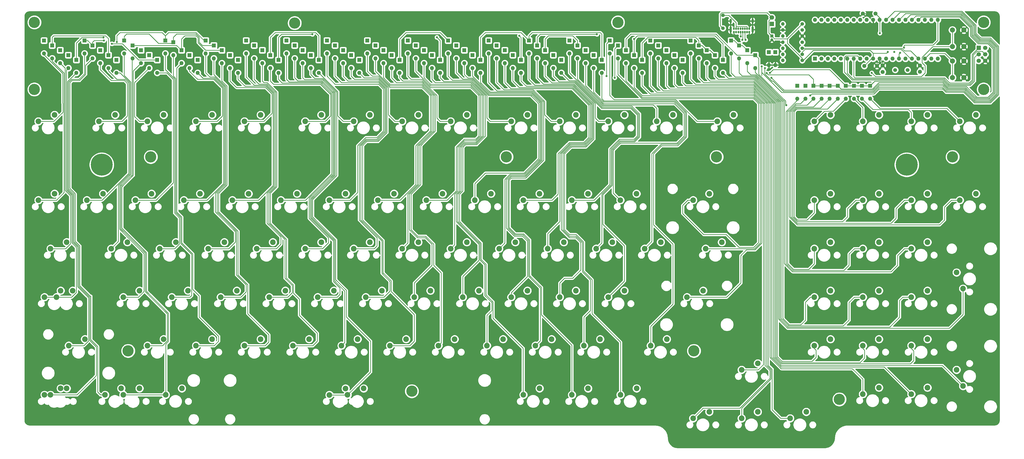
<source format=gbr>
%TF.GenerationSoftware,KiCad,Pcbnew,(5.1.6)-1*%
%TF.CreationDate,2020-06-23T22:52:39-07:00*%
%TF.ProjectId,factorium,66616374-6f72-4697-956d-2e6b69636164,rev?*%
%TF.SameCoordinates,Original*%
%TF.FileFunction,Copper,L1,Top*%
%TF.FilePolarity,Positive*%
%FSLAX46Y46*%
G04 Gerber Fmt 4.6, Leading zero omitted, Abs format (unit mm)*
G04 Created by KiCad (PCBNEW (5.1.6)-1) date 2020-06-23 22:52:39*
%MOMM*%
%LPD*%
G01*
G04 APERTURE LIST*
%TA.AperFunction,ComponentPad*%
%ADD10C,8.600000*%
%TD*%
%TA.AperFunction,ComponentPad*%
%ADD11C,4.400000*%
%TD*%
%TA.AperFunction,ComponentPad*%
%ADD12C,2.200000*%
%TD*%
%TA.AperFunction,ComponentPad*%
%ADD13O,1.600000X1.600000*%
%TD*%
%TA.AperFunction,ComponentPad*%
%ADD14R,1.600000X1.600000*%
%TD*%
%TA.AperFunction,ComponentPad*%
%ADD15C,2.000000*%
%TD*%
%TA.AperFunction,ComponentPad*%
%ADD16C,1.600000*%
%TD*%
%TA.AperFunction,ComponentPad*%
%ADD17C,1.200000*%
%TD*%
%TA.AperFunction,ComponentPad*%
%ADD18R,1.200000X1.200000*%
%TD*%
%TA.AperFunction,ComponentPad*%
%ADD19C,1.400000*%
%TD*%
%TA.AperFunction,ComponentPad*%
%ADD20C,1.700000*%
%TD*%
%TA.AperFunction,ComponentPad*%
%ADD21R,1.700000X1.700000*%
%TD*%
%TA.AperFunction,ComponentPad*%
%ADD22R,1.800000X1.800000*%
%TD*%
%TA.AperFunction,ComponentPad*%
%ADD23C,1.800000*%
%TD*%
%TA.AperFunction,ComponentPad*%
%ADD24O,1.400000X1.400000*%
%TD*%
%TA.AperFunction,ComponentPad*%
%ADD25O,0.900000X1.700000*%
%TD*%
%TA.AperFunction,ComponentPad*%
%ADD26O,0.900000X2.400000*%
%TD*%
%TA.AperFunction,ComponentPad*%
%ADD27O,0.650000X1.000000*%
%TD*%
%TA.AperFunction,ComponentPad*%
%ADD28C,1.500000*%
%TD*%
%TA.AperFunction,ViaPad*%
%ADD29C,0.800000*%
%TD*%
%TA.AperFunction,Conductor*%
%ADD30C,0.250000*%
%TD*%
%TA.AperFunction,Conductor*%
%ADD31C,0.254000*%
%TD*%
G04 APERTURE END LIST*
D10*
%TO.P,REF\u002A\u002A,1*%
%TO.N,N/C*%
X51850600Y-210083400D03*
%TD*%
%TO.P,REF\u002A\u002A,1*%
%TO.N,N/C*%
X368080600Y-210083400D03*
%TD*%
D11*
%TO.P,REF\u002A\u002A,1*%
%TO.N,N/C*%
X341630000Y-302260000D03*
%TD*%
%TO.P,REF\u002A\u002A,1*%
%TO.N,N/C*%
X62230000Y-283210000D03*
%TD*%
%TO.P,REF\u002A\u002A,1*%
%TO.N,N/C*%
X284480000Y-283210000D03*
%TD*%
%TO.P,REF\u002A\u002A,1*%
%TO.N,N/C*%
X386080000Y-207010000D03*
%TD*%
%TO.P,REF\u002A\u002A,1*%
%TO.N,N/C*%
X293370000Y-207010000D03*
%TD*%
%TO.P,REF\u002A\u002A,1*%
%TO.N,N/C*%
X210820000Y-207010000D03*
%TD*%
%TO.P,REF\u002A\u002A,1*%
%TO.N,N/C*%
X71120000Y-207010000D03*
%TD*%
%TO.P,REF\u002A\u002A,1*%
%TO.N,N/C*%
X127635000Y-154421251D03*
%TD*%
%TO.P,REF\u002A\u002A,1*%
%TO.N,N/C*%
X254635000Y-154146250D03*
%TD*%
D12*
%TO.P,SW38,2*%
%TO.N,Net-(D36-Pad2)*%
X93662500Y-243046250D03*
%TO.P,SW38,1*%
%TO.N,col3*%
X100012500Y-240506250D03*
%TD*%
%TO.P,SW30,1*%
%TO.N,col13*%
X290512500Y-221456250D03*
%TO.P,SW30,2*%
%TO.N,Net-(D29-Pad2)*%
X284162500Y-223996250D03*
%TD*%
D13*
%TO.P,U1,40*%
%TO.N,col0*%
X332041500Y-153193750D03*
%TO.P,U1,20*%
%TO.N,col13*%
X380301500Y-168433750D03*
%TO.P,U1,39*%
%TO.N,col2*%
X334581500Y-153193750D03*
%TO.P,U1,19*%
%TO.N,col14*%
X377761500Y-168433750D03*
%TO.P,U1,38*%
%TO.N,col4*%
X337121500Y-153193750D03*
%TO.P,U1,18*%
%TO.N,boot*%
X375221500Y-168433750D03*
%TO.P,U1,37*%
%TO.N,col6*%
X339661500Y-153193750D03*
%TO.P,U1,17*%
%TO.N,D-*%
X372681500Y-168433750D03*
%TO.P,U1,36*%
%TO.N,col8*%
X342201500Y-153193750D03*
%TO.P,U1,16*%
%TO.N,D+*%
X370141500Y-168433750D03*
%TO.P,U1,35*%
%TO.N,col10*%
X344741500Y-153193750D03*
%TO.P,U1,15*%
%TO.N,col15*%
X367601500Y-168433750D03*
%TO.P,U1,34*%
%TO.N,col11*%
X347281500Y-153193750D03*
%TO.P,U1,14*%
%TO.N,col16*%
X365061500Y-168433750D03*
%TO.P,U1,33*%
%TO.N,col12*%
X349821500Y-153193750D03*
%TO.P,U1,13*%
%TO.N,Net-(C1-Pad1)*%
X362521500Y-168433750D03*
%TO.P,U1,32*%
%TO.N,Net-(U1-Pad32)*%
X352361500Y-153193750D03*
%TO.P,U1,12*%
%TO.N,Net-(C2-Pad1)*%
X359981500Y-168433750D03*
%TO.P,U1,31*%
%TO.N,GND*%
X354901500Y-153193750D03*
%TO.P,U1,11*%
X357441500Y-168433750D03*
%TO.P,U1,30*%
%TO.N,+5V*%
X357441500Y-153193750D03*
%TO.P,U1,10*%
X354901500Y-168433750D03*
%TO.P,U1,29*%
%TO.N,row2*%
X359981500Y-153193750D03*
%TO.P,U1,9*%
%TO.N,reset*%
X352361500Y-168433750D03*
%TO.P,U1,28*%
%TO.N,row4*%
X362521500Y-153193750D03*
%TO.P,U1,8*%
%TO.N,SCK*%
X349821500Y-168433750D03*
%TO.P,U1,27*%
%TO.N,row5*%
X365061500Y-153193750D03*
%TO.P,U1,7*%
%TO.N,MISO*%
X347281500Y-168433750D03*
%TO.P,U1,26*%
%TO.N,row3*%
X367601500Y-153193750D03*
%TO.P,U1,6*%
%TO.N,MOSI*%
X344741500Y-168433750D03*
%TO.P,U1,25*%
%TO.N,row1*%
X370141500Y-153193750D03*
%TO.P,U1,5*%
%TO.N,col9*%
X342201500Y-168433750D03*
%TO.P,U1,24*%
%TO.N,row0*%
X372681500Y-153193750D03*
%TO.P,U1,4*%
%TO.N,col7*%
X339661500Y-168433750D03*
%TO.P,U1,23*%
%TO.N,Net-(U1-Pad23)*%
X375221500Y-153193750D03*
%TO.P,U1,3*%
%TO.N,col5*%
X337121500Y-168433750D03*
%TO.P,U1,22*%
%TO.N,Net-(U1-Pad22)*%
X377761500Y-153193750D03*
%TO.P,U1,2*%
%TO.N,col3*%
X334581500Y-168433750D03*
%TO.P,U1,21*%
%TO.N,col17*%
X380301500Y-153193750D03*
D14*
%TO.P,U1,1*%
%TO.N,col1*%
X332041500Y-168433750D03*
%TD*%
D12*
%TO.P,SW95,1*%
%TO.N,col10*%
X261977778Y-297963620D03*
%TO.P,SW95,2*%
%TO.N,Net-(D82-Pad2)*%
X255627778Y-300503620D03*
%TD*%
%TO.P,SW94,1*%
%TO.N,col9*%
X242922456Y-297973750D03*
%TO.P,SW94,2*%
%TO.N,Net-(D78-Pad2)*%
X236572456Y-300513750D03*
%TD*%
%TO.P,SW93,1*%
%TO.N,col8*%
X223867134Y-297963620D03*
%TO.P,SW93,2*%
%TO.N,Net-(D51-Pad2)*%
X217517134Y-300503620D03*
%TD*%
%TO.P,SW9,1*%
%TO.N,col10*%
X238125000Y-190500000D03*
%TO.P,SW9,2*%
%TO.N,Net-(D80-Pad2)*%
X231775000Y-193040000D03*
%TD*%
D14*
%TO.P,D0,1*%
%TO.N,row0*%
X29210000Y-161290000D03*
D13*
%TO.P,D0,2*%
%TO.N,Net-(D0-Pad2)*%
X29210000Y-166370000D03*
%TD*%
D14*
%TO.P,D16,1*%
%TO.N,row1*%
X32385000Y-163195000D03*
D13*
%TO.P,D16,2*%
%TO.N,Net-(D16-Pad2)*%
X32385000Y-168275000D03*
%TD*%
D11*
%TO.P,REF\u002A\u002A,1*%
%TO.N,N/C*%
X25400000Y-180498750D03*
%TD*%
%TO.P,REF\u002A\u002A,1*%
%TO.N,N/C*%
X25400000Y-154146250D03*
%TD*%
%TO.P,REF\u002A\u002A,1*%
%TO.N,N/C*%
X398303750Y-154146250D03*
%TD*%
%TO.P,REF\u002A\u002A,1*%
%TO.N,N/C*%
X398303750Y-180498750D03*
%TD*%
D12*
%TO.P,SW87,2*%
%TO.N,Net-(D77-Pad2)*%
X29368700Y-300503620D03*
%TO.P,SW87,1*%
%TO.N,col0*%
X35718700Y-297963620D03*
%TD*%
D11*
%TO.P,REF\u002A\u002A,1*%
%TO.N,N/C*%
X173669595Y-299038110D03*
%TD*%
D12*
%TO.P,SW92,2*%
%TO.N,Net-(D83-Pad2)*%
X148431500Y-300513750D03*
%TO.P,SW92,1*%
%TO.N,col5*%
X154781500Y-297973750D03*
%TD*%
%TO.P,SW91,2*%
%TO.N,Net-(D81-Pad2)*%
X76993700Y-300503620D03*
%TO.P,SW91,1*%
%TO.N,col2*%
X83343700Y-297963620D03*
%TD*%
%TO.P,SW88,2*%
%TO.N,Net-(D79-Pad2)*%
X53181300Y-300513750D03*
%TO.P,SW88,1*%
%TO.N,col1*%
X59531300Y-297973750D03*
%TD*%
%TO.P,SW102,2*%
%TO.N,Net-(D83-Pad2)*%
X141313823Y-300521640D03*
%TO.P,SW102,1*%
%TO.N,col5*%
X147663823Y-297981640D03*
%TD*%
%TO.P,SW90,1*%
%TO.N,col2*%
X66699281Y-297969819D03*
%TO.P,SW90,2*%
%TO.N,Net-(D81-Pad2)*%
X60349281Y-300509819D03*
%TD*%
%TO.P,SW86,1*%
%TO.N,col0*%
X38099950Y-297963620D03*
%TO.P,SW86,2*%
%TO.N,Net-(D77-Pad2)*%
X31749950Y-300503620D03*
%TD*%
%TO.P,SW103,2*%
%TO.N,Net-(D49-Pad2)*%
X50800000Y-193040000D03*
%TO.P,SW103,1*%
%TO.N,col1*%
X57150000Y-190500000D03*
%TD*%
%TO.P,SW100,2*%
%TO.N,Net-(D98-Pad2)*%
X369887500Y-300196250D03*
%TO.P,SW100,1*%
%TO.N,col16*%
X376237500Y-297656250D03*
%TD*%
%TO.P,SW99,2*%
%TO.N,Net-(D94-Pad2)*%
X350837500Y-300196250D03*
%TO.P,SW99,1*%
%TO.N,col15*%
X357187500Y-297656250D03*
%TD*%
%TO.P,SW98,2*%
%TO.N,Net-(D91-Pad2)*%
X322262500Y-309721250D03*
%TO.P,SW98,1*%
%TO.N,col14*%
X328612500Y-307181250D03*
%TD*%
%TO.P,SW97,2*%
%TO.N,Net-(D86-Pad2)*%
X303212500Y-309721250D03*
%TO.P,SW97,1*%
%TO.N,col13*%
X309562500Y-307181250D03*
%TD*%
%TO.P,SW96,1*%
%TO.N,col12*%
X290512500Y-307181250D03*
%TO.P,SW96,2*%
%TO.N,Net-(D84-Pad2)*%
X284162500Y-309721250D03*
%TD*%
%TO.P,SW85,1*%
%TO.N,col16*%
X376237500Y-278606250D03*
%TO.P,SW85,2*%
%TO.N,Net-(D76-Pad2)*%
X369887500Y-281146250D03*
%TD*%
%TO.P,SW84,2*%
%TO.N,Net-(D93-Pad2)*%
X350837500Y-281146250D03*
%TO.P,SW84,1*%
%TO.N,col15*%
X357187500Y-278606250D03*
%TD*%
%TO.P,SW83,2*%
%TO.N,Net-(D90-Pad2)*%
X331787500Y-281146250D03*
%TO.P,SW83,1*%
%TO.N,col14*%
X338137500Y-278606250D03*
%TD*%
%TO.P,SW82,2*%
%TO.N,Net-(D85-Pad2)*%
X303212500Y-290671250D03*
%TO.P,SW82,1*%
%TO.N,col13*%
X309562500Y-288131250D03*
%TD*%
%TO.P,SW80,2*%
%TO.N,Net-(D74-Pad2)*%
X241300000Y-281146250D03*
%TO.P,SW80,1*%
%TO.N,col10*%
X247650000Y-278606250D03*
%TD*%
%TO.P,SW79,2*%
%TO.N,Net-(D73-Pad2)*%
X222250000Y-281146250D03*
%TO.P,SW79,1*%
%TO.N,col9*%
X228600000Y-278606250D03*
%TD*%
%TO.P,SW78,2*%
%TO.N,Net-(D72-Pad2)*%
X203200000Y-281146250D03*
%TO.P,SW78,1*%
%TO.N,col8*%
X209550000Y-278606250D03*
%TD*%
%TO.P,SW77,2*%
%TO.N,Net-(D71-Pad2)*%
X184150000Y-281146250D03*
%TO.P,SW77,1*%
%TO.N,col7*%
X190500000Y-278606250D03*
%TD*%
%TO.P,SW76,2*%
%TO.N,Net-(D70-Pad2)*%
X165100000Y-281146250D03*
%TO.P,SW76,1*%
%TO.N,col6*%
X171450000Y-278606250D03*
%TD*%
%TO.P,SW75,2*%
%TO.N,Net-(D69-Pad2)*%
X146050000Y-281146250D03*
%TO.P,SW75,1*%
%TO.N,col5*%
X152400000Y-278606250D03*
%TD*%
%TO.P,SW74,2*%
%TO.N,Net-(D68-Pad2)*%
X127000000Y-281146250D03*
%TO.P,SW74,1*%
%TO.N,col4*%
X133350000Y-278606250D03*
%TD*%
%TO.P,SW73,1*%
%TO.N,col3*%
X114300000Y-278606250D03*
%TO.P,SW73,2*%
%TO.N,Net-(D67-Pad2)*%
X107950000Y-281146250D03*
%TD*%
%TO.P,SW72,2*%
%TO.N,Net-(D66-Pad2)*%
X88900000Y-281146250D03*
%TO.P,SW72,1*%
%TO.N,col2*%
X95250000Y-278606250D03*
%TD*%
%TO.P,SW71,1*%
%TO.N,col1*%
X76200000Y-278606250D03*
%TO.P,SW71,2*%
%TO.N,Net-(D65-Pad2)*%
X69850000Y-281146250D03*
%TD*%
%TO.P,SW68,2*%
%TO.N,Net-(D97-Pad2)*%
X369887500Y-262096250D03*
%TO.P,SW68,1*%
%TO.N,col16*%
X376237500Y-259556250D03*
%TD*%
%TO.P,SW67,2*%
%TO.N,Net-(D92-Pad2)*%
X350837500Y-262096250D03*
%TO.P,SW67,1*%
%TO.N,col15*%
X357187500Y-259556250D03*
%TD*%
%TO.P,SW66,1*%
%TO.N,col14*%
X338137500Y-259556250D03*
%TO.P,SW66,2*%
%TO.N,Net-(D89-Pad2)*%
X331787500Y-262096250D03*
%TD*%
%TO.P,SW64,1*%
%TO.N,col11*%
X257175000Y-259556250D03*
%TO.P,SW64,2*%
%TO.N,Net-(D62-Pad2)*%
X250825000Y-262096250D03*
%TD*%
%TO.P,SW63,1*%
%TO.N,col10*%
X238125000Y-259556250D03*
%TO.P,SW63,2*%
%TO.N,Net-(D61-Pad2)*%
X231775000Y-262096250D03*
%TD*%
%TO.P,SW62,2*%
%TO.N,Net-(D60-Pad2)*%
X212725000Y-262096250D03*
%TO.P,SW62,1*%
%TO.N,col9*%
X219075000Y-259556250D03*
%TD*%
%TO.P,SW61,1*%
%TO.N,col8*%
X200025000Y-259556250D03*
%TO.P,SW61,2*%
%TO.N,Net-(D59-Pad2)*%
X193675000Y-262096250D03*
%TD*%
%TO.P,SW60,1*%
%TO.N,col7*%
X180975000Y-259556250D03*
%TO.P,SW60,2*%
%TO.N,Net-(D58-Pad2)*%
X174625000Y-262096250D03*
%TD*%
%TO.P,SW59,2*%
%TO.N,Net-(D57-Pad2)*%
X155575000Y-262096250D03*
%TO.P,SW59,1*%
%TO.N,col6*%
X161925000Y-259556250D03*
%TD*%
%TO.P,SW58,1*%
%TO.N,col5*%
X143033750Y-259556250D03*
%TO.P,SW58,2*%
%TO.N,Net-(D56-Pad2)*%
X136683750Y-262096250D03*
%TD*%
%TO.P,SW57,1*%
%TO.N,col4*%
X123983750Y-259556250D03*
%TO.P,SW57,2*%
%TO.N,Net-(D55-Pad2)*%
X117633750Y-262096250D03*
%TD*%
%TO.P,SW56,1*%
%TO.N,col3*%
X104933750Y-259556250D03*
%TO.P,SW56,2*%
%TO.N,Net-(D54-Pad2)*%
X98583750Y-262096250D03*
%TD*%
%TO.P,SW55,1*%
%TO.N,col2*%
X85725000Y-259556250D03*
%TO.P,SW55,2*%
%TO.N,Net-(D53-Pad2)*%
X79375000Y-262096250D03*
%TD*%
%TO.P,SW54,1*%
%TO.N,col1*%
X66675000Y-259556250D03*
%TO.P,SW54,2*%
%TO.N,Net-(D52-Pad2)*%
X60325000Y-262096250D03*
%TD*%
%TO.P,SW51,2*%
%TO.N,Net-(D48-Pad2)*%
X369887500Y-243046250D03*
%TO.P,SW51,1*%
%TO.N,col16*%
X376237500Y-240506250D03*
%TD*%
%TO.P,SW50,1*%
%TO.N,col15*%
X357187500Y-240506250D03*
%TO.P,SW50,2*%
%TO.N,Net-(D47-Pad2)*%
X350837500Y-243046250D03*
%TD*%
%TO.P,SW49,1*%
%TO.N,col14*%
X338137500Y-240506250D03*
%TO.P,SW49,2*%
%TO.N,Net-(D88-Pad2)*%
X331787500Y-243046250D03*
%TD*%
%TO.P,SW47,1*%
%TO.N,col12*%
X271462500Y-240506250D03*
%TO.P,SW47,2*%
%TO.N,Net-(D45-Pad2)*%
X265112500Y-243046250D03*
%TD*%
%TO.P,SW46,1*%
%TO.N,col11*%
X252412500Y-240506250D03*
%TO.P,SW46,2*%
%TO.N,Net-(D44-Pad2)*%
X246062500Y-243046250D03*
%TD*%
%TO.P,SW45,1*%
%TO.N,col10*%
X233362500Y-240506250D03*
%TO.P,SW45,2*%
%TO.N,Net-(D43-Pad2)*%
X227012500Y-243046250D03*
%TD*%
%TO.P,SW44,1*%
%TO.N,col9*%
X214312500Y-240506250D03*
%TO.P,SW44,2*%
%TO.N,Net-(D42-Pad2)*%
X207962500Y-243046250D03*
%TD*%
%TO.P,SW43,1*%
%TO.N,col8*%
X195262500Y-240506250D03*
%TO.P,SW43,2*%
%TO.N,Net-(D41-Pad2)*%
X188912500Y-243046250D03*
%TD*%
%TO.P,SW42,2*%
%TO.N,Net-(D40-Pad2)*%
X169862500Y-243046250D03*
%TO.P,SW42,1*%
%TO.N,col7*%
X176212500Y-240506250D03*
%TD*%
%TO.P,SW41,1*%
%TO.N,col6*%
X157162500Y-240506250D03*
%TO.P,SW41,2*%
%TO.N,Net-(D39-Pad2)*%
X150812500Y-243046250D03*
%TD*%
%TO.P,SW40,2*%
%TO.N,Net-(D38-Pad2)*%
X131762500Y-243046250D03*
%TO.P,SW40,1*%
%TO.N,col5*%
X138112500Y-240506250D03*
%TD*%
%TO.P,SW39,2*%
%TO.N,Net-(D37-Pad2)*%
X112712500Y-243046250D03*
%TO.P,SW39,1*%
%TO.N,col4*%
X119062500Y-240506250D03*
%TD*%
%TO.P,SW37,1*%
%TO.N,col2*%
X80962500Y-240506250D03*
%TO.P,SW37,2*%
%TO.N,Net-(D35-Pad2)*%
X74612500Y-243046250D03*
%TD*%
%TO.P,SW36,2*%
%TO.N,Net-(D34-Pad2)*%
X55562500Y-243046250D03*
%TO.P,SW36,1*%
%TO.N,col1*%
X61912500Y-240506250D03*
%TD*%
%TO.P,SW34,1*%
%TO.N,col17*%
X395287500Y-221456250D03*
%TO.P,SW34,2*%
%TO.N,Net-(D32-Pad2)*%
X388937500Y-223996250D03*
%TD*%
%TO.P,SW33,2*%
%TO.N,Net-(D31-Pad2)*%
X369887500Y-223996250D03*
%TO.P,SW33,1*%
%TO.N,col16*%
X376237500Y-221456250D03*
%TD*%
%TO.P,SW32,1*%
%TO.N,col15*%
X357187500Y-221456250D03*
%TO.P,SW32,2*%
%TO.N,Net-(D30-Pad2)*%
X350837500Y-223996250D03*
%TD*%
%TO.P,SW31,2*%
%TO.N,Net-(D87-Pad2)*%
X331787500Y-223996250D03*
%TO.P,SW31,1*%
%TO.N,col14*%
X338137500Y-221456250D03*
%TD*%
%TO.P,SW29,2*%
%TO.N,Net-(D28-Pad2)*%
X255587500Y-223996250D03*
%TO.P,SW29,1*%
%TO.N,col12*%
X261937500Y-221456250D03*
%TD*%
%TO.P,SW28,2*%
%TO.N,Net-(D27-Pad2)*%
X236537500Y-223996250D03*
%TO.P,SW28,1*%
%TO.N,col11*%
X242887500Y-221456250D03*
%TD*%
%TO.P,SW27,1*%
%TO.N,col10*%
X223837500Y-221456250D03*
%TO.P,SW27,2*%
%TO.N,Net-(D26-Pad2)*%
X217487500Y-223996250D03*
%TD*%
%TO.P,SW26,1*%
%TO.N,col9*%
X204787500Y-221456250D03*
%TO.P,SW26,2*%
%TO.N,Net-(D25-Pad2)*%
X198437500Y-223996250D03*
%TD*%
%TO.P,SW25,2*%
%TO.N,Net-(D24-Pad2)*%
X179387500Y-223996250D03*
%TO.P,SW25,1*%
%TO.N,col8*%
X185737500Y-221456250D03*
%TD*%
%TO.P,SW24,2*%
%TO.N,Net-(D23-Pad2)*%
X160337500Y-223996250D03*
%TO.P,SW24,1*%
%TO.N,col7*%
X166687500Y-221456250D03*
%TD*%
%TO.P,SW23,1*%
%TO.N,col6*%
X147637500Y-221456250D03*
%TO.P,SW23,2*%
%TO.N,Net-(D22-Pad2)*%
X141287500Y-223996250D03*
%TD*%
%TO.P,SW22,1*%
%TO.N,col5*%
X128587500Y-221456250D03*
%TO.P,SW22,2*%
%TO.N,Net-(D21-Pad2)*%
X122237500Y-223996250D03*
%TD*%
%TO.P,SW21,1*%
%TO.N,col4*%
X109537500Y-221456250D03*
%TO.P,SW21,2*%
%TO.N,Net-(D20-Pad2)*%
X103187500Y-223996250D03*
%TD*%
%TO.P,SW20,1*%
%TO.N,col3*%
X90487500Y-221456250D03*
%TO.P,SW20,2*%
%TO.N,Net-(D19-Pad2)*%
X84137500Y-223996250D03*
%TD*%
%TO.P,SW19,2*%
%TO.N,Net-(D18-Pad2)*%
X65087500Y-223996250D03*
%TO.P,SW19,1*%
%TO.N,col2*%
X71437500Y-221456250D03*
%TD*%
%TO.P,SW18,2*%
%TO.N,Net-(D17-Pad2)*%
X46037500Y-223996250D03*
%TO.P,SW18,1*%
%TO.N,col1*%
X52387500Y-221456250D03*
%TD*%
%TO.P,SW17,2*%
%TO.N,Net-(D16-Pad2)*%
X26987500Y-223996250D03*
%TO.P,SW17,1*%
%TO.N,col0*%
X33337500Y-221456250D03*
%TD*%
%TO.P,SW16,2*%
%TO.N,Net-(D15-Pad2)*%
X388937500Y-193040000D03*
%TO.P,SW16,1*%
%TO.N,col17*%
X395287500Y-190500000D03*
%TD*%
%TO.P,SW15,2*%
%TO.N,Net-(D14-Pad2)*%
X369887500Y-193040000D03*
%TO.P,SW15,1*%
%TO.N,col16*%
X376237500Y-190500000D03*
%TD*%
%TO.P,SW14,1*%
%TO.N,col15*%
X357187500Y-190500000D03*
%TO.P,SW14,2*%
%TO.N,Net-(D13-Pad2)*%
X350837500Y-193040000D03*
%TD*%
%TO.P,SW13,2*%
%TO.N,Net-(D12-Pad2)*%
X331787500Y-193040000D03*
%TO.P,SW13,1*%
%TO.N,col14*%
X338137500Y-190500000D03*
%TD*%
%TO.P,SW12,1*%
%TO.N,col13*%
X300037500Y-190500000D03*
%TO.P,SW12,2*%
%TO.N,Net-(D11-Pad2)*%
X293687500Y-193040000D03*
%TD*%
%TO.P,SW11,1*%
%TO.N,col12*%
X276225000Y-190500000D03*
%TO.P,SW11,2*%
%TO.N,Net-(D10-Pad2)*%
X269875000Y-193040000D03*
%TD*%
%TO.P,SW10,1*%
%TO.N,col11*%
X257175000Y-190500000D03*
%TO.P,SW10,2*%
%TO.N,Net-(D9-Pad2)*%
X250825000Y-193040000D03*
%TD*%
%TO.P,SW8,2*%
%TO.N,Net-(D8-Pad2)*%
X212725000Y-193040000D03*
%TO.P,SW8,1*%
%TO.N,col9*%
X219075000Y-190500000D03*
%TD*%
%TO.P,SW7,2*%
%TO.N,Net-(D7-Pad2)*%
X188912500Y-193040000D03*
%TO.P,SW7,1*%
%TO.N,col8*%
X195262500Y-190500000D03*
%TD*%
%TO.P,SW6,1*%
%TO.N,col7*%
X176212500Y-190500000D03*
%TO.P,SW6,2*%
%TO.N,Net-(D6-Pad2)*%
X169862500Y-193040000D03*
%TD*%
%TO.P,SW5,1*%
%TO.N,col6*%
X157162500Y-190500000D03*
%TO.P,SW5,2*%
%TO.N,Net-(D5-Pad2)*%
X150812500Y-193040000D03*
%TD*%
%TO.P,SW4,2*%
%TO.N,Net-(D4-Pad2)*%
X131762500Y-193040000D03*
%TO.P,SW4,1*%
%TO.N,col5*%
X138112500Y-190500000D03*
%TD*%
%TO.P,SW3,1*%
%TO.N,col4*%
X114300000Y-190500000D03*
%TO.P,SW3,2*%
%TO.N,Net-(D3-Pad2)*%
X107950000Y-193040000D03*
%TD*%
%TO.P,SW2,2*%
%TO.N,Net-(D2-Pad2)*%
X88900000Y-193040000D03*
%TO.P,SW2,1*%
%TO.N,col3*%
X95250000Y-190500000D03*
%TD*%
%TO.P,SW1,1*%
%TO.N,col2*%
X76200000Y-190500000D03*
%TO.P,SW1,2*%
%TO.N,Net-(D1-Pad2)*%
X69850000Y-193040000D03*
%TD*%
%TO.P,SW0,1*%
%TO.N,col0*%
X33337500Y-190500000D03*
%TO.P,SW0,2*%
%TO.N,Net-(D0-Pad2)*%
X26987500Y-193040000D03*
%TD*%
D15*
%TO.P,BOOT1,2*%
%TO.N,boot*%
X386025000Y-169331250D03*
%TO.P,BOOT1,1*%
%TO.N,GND*%
X390525000Y-169331250D03*
%TO.P,BOOT1,2*%
%TO.N,boot*%
X386025000Y-175831250D03*
%TO.P,BOOT1,1*%
%TO.N,GND*%
X390525000Y-175831250D03*
%TD*%
D16*
%TO.P,C1,1*%
%TO.N,Net-(C1-Pad1)*%
X373253000Y-173597000D03*
%TO.P,C1,2*%
%TO.N,GND*%
X373253000Y-171097000D03*
%TD*%
%TO.P,C2,2*%
%TO.N,GND*%
X358648000Y-171109000D03*
%TO.P,C2,1*%
%TO.N,Net-(C2-Pad1)*%
X358648000Y-173609000D03*
%TD*%
D17*
%TO.P,C3,2*%
%TO.N,GND*%
X315118750Y-161043750D03*
D18*
%TO.P,C3,1*%
%TO.N,+5V*%
X315118750Y-159543750D03*
%TD*%
D16*
%TO.P,C4,2*%
%TO.N,GND*%
X350837500Y-150670000D03*
%TO.P,C4,1*%
%TO.N,+5V*%
X355837500Y-150670000D03*
%TD*%
%TO.P,C5,1*%
%TO.N,+5V*%
X351409000Y-171247000D03*
%TO.P,C5,2*%
%TO.N,GND*%
X356409000Y-171247000D03*
%TD*%
D13*
%TO.P,D1,2*%
%TO.N,Net-(D1-Pad2)*%
X70485000Y-172085000D03*
D14*
%TO.P,D1,1*%
%TO.N,row0*%
X70485000Y-167005000D03*
%TD*%
%TO.P,D2,1*%
%TO.N,row0*%
X86360000Y-167005000D03*
D13*
%TO.P,D2,2*%
%TO.N,Net-(D2-Pad2)*%
X86360000Y-172085000D03*
%TD*%
%TO.P,D3,2*%
%TO.N,Net-(D3-Pad2)*%
X102235000Y-172085000D03*
D14*
%TO.P,D3,1*%
%TO.N,row0*%
X102235000Y-167005000D03*
%TD*%
%TO.P,D4,1*%
%TO.N,row0*%
X118110000Y-167005000D03*
D13*
%TO.P,D4,2*%
%TO.N,Net-(D4-Pad2)*%
X118110000Y-172085000D03*
%TD*%
%TO.P,D5,2*%
%TO.N,Net-(D5-Pad2)*%
X137160000Y-173990000D03*
D14*
%TO.P,D5,1*%
%TO.N,row0*%
X137160000Y-168910000D03*
%TD*%
%TO.P,D6,1*%
%TO.N,row0*%
X153035000Y-168910000D03*
D13*
%TO.P,D6,2*%
%TO.N,Net-(D6-Pad2)*%
X153035000Y-173990000D03*
%TD*%
%TO.P,D7,2*%
%TO.N,Net-(D7-Pad2)*%
X168910000Y-173990000D03*
D14*
%TO.P,D7,1*%
%TO.N,row0*%
X168910000Y-168910000D03*
%TD*%
D13*
%TO.P,D8,2*%
%TO.N,Net-(D8-Pad2)*%
X187960000Y-166370000D03*
D14*
%TO.P,D8,1*%
%TO.N,row0*%
X187960000Y-161290000D03*
%TD*%
D13*
%TO.P,D9,2*%
%TO.N,Net-(D9-Pad2)*%
X226060000Y-170180000D03*
D14*
%TO.P,D9,1*%
%TO.N,row0*%
X226060000Y-165100000D03*
%TD*%
D13*
%TO.P,D10,2*%
%TO.N,Net-(D10-Pad2)*%
X238760000Y-168275000D03*
D14*
%TO.P,D10,1*%
%TO.N,row0*%
X238760000Y-163195000D03*
%TD*%
%TO.P,D11,1*%
%TO.N,row0*%
X251460000Y-161290000D03*
D13*
%TO.P,D11,2*%
%TO.N,Net-(D11-Pad2)*%
X251460000Y-166370000D03*
%TD*%
%TO.P,D12,2*%
%TO.N,Net-(D12-Pad2)*%
X344170000Y-184150000D03*
D14*
%TO.P,D12,1*%
%TO.N,row0*%
X344170000Y-179070000D03*
%TD*%
D13*
%TO.P,D13,2*%
%TO.N,Net-(D13-Pad2)*%
X347345000Y-184150000D03*
D14*
%TO.P,D13,1*%
%TO.N,row0*%
X347345000Y-179070000D03*
%TD*%
%TO.P,D14,1*%
%TO.N,row0*%
X350520000Y-179070000D03*
D13*
%TO.P,D14,2*%
%TO.N,Net-(D14-Pad2)*%
X350520000Y-184150000D03*
%TD*%
%TO.P,D15,2*%
%TO.N,Net-(D15-Pad2)*%
X353695000Y-184150000D03*
D14*
%TO.P,D15,1*%
%TO.N,row0*%
X353695000Y-179070000D03*
%TD*%
%TO.P,D17,1*%
%TO.N,row1*%
X54483000Y-167005000D03*
D13*
%TO.P,D17,2*%
%TO.N,Net-(D17-Pad2)*%
X54483000Y-172085000D03*
%TD*%
%TO.P,D18,2*%
%TO.N,Net-(D18-Pad2)*%
X73660000Y-173990000D03*
D14*
%TO.P,D18,1*%
%TO.N,row1*%
X73660000Y-168910000D03*
%TD*%
D13*
%TO.P,D19,2*%
%TO.N,Net-(D19-Pad2)*%
X89535000Y-173990000D03*
D14*
%TO.P,D19,1*%
%TO.N,row1*%
X89535000Y-168910000D03*
%TD*%
%TO.P,D20,1*%
%TO.N,row1*%
X105410000Y-168910000D03*
D13*
%TO.P,D20,2*%
%TO.N,Net-(D20-Pad2)*%
X105410000Y-173990000D03*
%TD*%
%TO.P,D21,2*%
%TO.N,Net-(D21-Pad2)*%
X121285000Y-173990000D03*
D14*
%TO.P,D21,1*%
%TO.N,row1*%
X121285000Y-168910000D03*
%TD*%
D13*
%TO.P,D22,2*%
%TO.N,Net-(D22-Pad2)*%
X140335000Y-166370000D03*
D14*
%TO.P,D22,1*%
%TO.N,row1*%
X140335000Y-161290000D03*
%TD*%
%TO.P,D23,1*%
%TO.N,row1*%
X156210000Y-161290000D03*
D13*
%TO.P,D23,2*%
%TO.N,Net-(D23-Pad2)*%
X156210000Y-166370000D03*
%TD*%
D14*
%TO.P,D24,1*%
%TO.N,row1*%
X172085000Y-161290000D03*
D13*
%TO.P,D24,2*%
%TO.N,Net-(D24-Pad2)*%
X172085000Y-166370000D03*
%TD*%
D14*
%TO.P,D25,1*%
%TO.N,row1*%
X191135000Y-163195000D03*
D13*
%TO.P,D25,2*%
%TO.N,Net-(D25-Pad2)*%
X191135000Y-168275000D03*
%TD*%
%TO.P,D26,2*%
%TO.N,Net-(D26-Pad2)*%
X210185000Y-170180000D03*
D14*
%TO.P,D26,1*%
%TO.N,row1*%
X210185000Y-165100000D03*
%TD*%
D13*
%TO.P,D27,2*%
%TO.N,Net-(D27-Pad2)*%
X229235000Y-172085000D03*
D14*
%TO.P,D27,1*%
%TO.N,row1*%
X229235000Y-167005000D03*
%TD*%
D13*
%TO.P,D28,2*%
%TO.N,Net-(D28-Pad2)*%
X241935000Y-170180000D03*
D14*
%TO.P,D28,1*%
%TO.N,row1*%
X241935000Y-165100000D03*
%TD*%
%TO.P,D29,1*%
%TO.N,row1*%
X254635000Y-163195000D03*
D13*
%TO.P,D29,2*%
%TO.N,Net-(D29-Pad2)*%
X254635000Y-168275000D03*
%TD*%
%TO.P,D30,2*%
%TO.N,Net-(D30-Pad2)*%
X337820000Y-184150000D03*
D14*
%TO.P,D30,1*%
%TO.N,row1*%
X337820000Y-179070000D03*
%TD*%
D13*
%TO.P,D31,2*%
%TO.N,Net-(D31-Pad2)*%
X334645000Y-184150000D03*
D14*
%TO.P,D31,1*%
%TO.N,row1*%
X334645000Y-179070000D03*
%TD*%
%TO.P,D32,1*%
%TO.N,row1*%
X331470000Y-179070000D03*
D13*
%TO.P,D32,2*%
%TO.N,Net-(D32-Pad2)*%
X331470000Y-184150000D03*
%TD*%
%TO.P,D33,2*%
%TO.N,Net-(D33-Pad2)*%
X35560000Y-170180000D03*
D14*
%TO.P,D33,1*%
%TO.N,row2*%
X35560000Y-165100000D03*
%TD*%
%TO.P,D34,1*%
%TO.N,row2*%
X57658000Y-168910000D03*
D13*
%TO.P,D34,2*%
%TO.N,Net-(D34-Pad2)*%
X57658000Y-173990000D03*
%TD*%
D14*
%TO.P,D35,1*%
%TO.N,row2*%
X76835000Y-161290000D03*
D13*
%TO.P,D35,2*%
%TO.N,Net-(D35-Pad2)*%
X76835000Y-166370000D03*
%TD*%
%TO.P,D36,2*%
%TO.N,Net-(D36-Pad2)*%
X92710000Y-166370000D03*
D14*
%TO.P,D36,1*%
%TO.N,row2*%
X92710000Y-161290000D03*
%TD*%
%TO.P,D37,1*%
%TO.N,row2*%
X108585000Y-161290000D03*
D13*
%TO.P,D37,2*%
%TO.N,Net-(D37-Pad2)*%
X108585000Y-166370000D03*
%TD*%
%TO.P,D38,2*%
%TO.N,Net-(D38-Pad2)*%
X124460000Y-166370000D03*
D14*
%TO.P,D38,1*%
%TO.N,row2*%
X124460000Y-161290000D03*
%TD*%
%TO.P,D39,1*%
%TO.N,row2*%
X143510000Y-163195000D03*
D13*
%TO.P,D39,2*%
%TO.N,Net-(D39-Pad2)*%
X143510000Y-168275000D03*
%TD*%
%TO.P,D40,2*%
%TO.N,Net-(D40-Pad2)*%
X159385000Y-168275000D03*
D14*
%TO.P,D40,1*%
%TO.N,row2*%
X159385000Y-163195000D03*
%TD*%
%TO.P,D41,1*%
%TO.N,row2*%
X175260000Y-163195000D03*
D13*
%TO.P,D41,2*%
%TO.N,Net-(D41-Pad2)*%
X175260000Y-168275000D03*
%TD*%
%TO.P,D42,2*%
%TO.N,Net-(D42-Pad2)*%
X194310000Y-170180000D03*
D14*
%TO.P,D42,1*%
%TO.N,row2*%
X194310000Y-165100000D03*
%TD*%
D13*
%TO.P,D43,2*%
%TO.N,Net-(D43-Pad2)*%
X213360000Y-172085000D03*
D14*
%TO.P,D43,1*%
%TO.N,row2*%
X213360000Y-167005000D03*
%TD*%
D13*
%TO.P,D44,2*%
%TO.N,Net-(D44-Pad2)*%
X232410000Y-173990000D03*
D14*
%TO.P,D44,1*%
%TO.N,row2*%
X232410000Y-168910000D03*
%TD*%
%TO.P,D45,1*%
%TO.N,row2*%
X245110000Y-167005000D03*
D13*
%TO.P,D45,2*%
%TO.N,Net-(D45-Pad2)*%
X245110000Y-172085000D03*
%TD*%
%TO.P,D46,2*%
%TO.N,Net-(D46-Pad2)*%
X257810000Y-170180000D03*
D14*
%TO.P,D46,1*%
%TO.N,row2*%
X257810000Y-165100000D03*
%TD*%
%TO.P,D47,1*%
%TO.N,row2*%
X325120000Y-179070000D03*
D13*
%TO.P,D47,2*%
%TO.N,Net-(D47-Pad2)*%
X325120000Y-184150000D03*
%TD*%
D14*
%TO.P,D48,1*%
%TO.N,row2*%
X308610000Y-167005000D03*
D13*
%TO.P,D48,2*%
%TO.N,Net-(D48-Pad2)*%
X308610000Y-172085000D03*
%TD*%
D14*
%TO.P,D49,1*%
%TO.N,row0*%
X51308000Y-165100000D03*
D13*
%TO.P,D49,2*%
%TO.N,Net-(D49-Pad2)*%
X51308000Y-170180000D03*
%TD*%
D14*
%TO.P,D50,1*%
%TO.N,row3*%
X38735000Y-167005000D03*
D13*
%TO.P,D50,2*%
%TO.N,Net-(D50-Pad2)*%
X38735000Y-172085000D03*
%TD*%
D14*
%TO.P,D51,1*%
%TO.N,row5*%
X184785000Y-168910000D03*
D13*
%TO.P,D51,2*%
%TO.N,Net-(D51-Pad2)*%
X184785000Y-173990000D03*
%TD*%
%TO.P,D52,2*%
%TO.N,Net-(D52-Pad2)*%
X60706000Y-166370000D03*
D14*
%TO.P,D52,1*%
%TO.N,row3*%
X60706000Y-161290000D03*
%TD*%
D13*
%TO.P,D53,2*%
%TO.N,Net-(D53-Pad2)*%
X80010000Y-167005000D03*
D14*
%TO.P,D53,1*%
%TO.N,row3*%
X80010000Y-161925000D03*
%TD*%
D13*
%TO.P,D54,2*%
%TO.N,Net-(D54-Pad2)*%
X95885000Y-168275000D03*
D14*
%TO.P,D54,1*%
%TO.N,row3*%
X95885000Y-163195000D03*
%TD*%
%TO.P,D55,1*%
%TO.N,row3*%
X111760000Y-163195000D03*
D13*
%TO.P,D55,2*%
%TO.N,Net-(D55-Pad2)*%
X111760000Y-168275000D03*
%TD*%
%TO.P,D56,2*%
%TO.N,Net-(D56-Pad2)*%
X127635000Y-168275000D03*
D14*
%TO.P,D56,1*%
%TO.N,row3*%
X127635000Y-163195000D03*
%TD*%
%TO.P,D57,1*%
%TO.N,row3*%
X146685000Y-165100000D03*
D13*
%TO.P,D57,2*%
%TO.N,Net-(D57-Pad2)*%
X146685000Y-170180000D03*
%TD*%
D14*
%TO.P,D58,1*%
%TO.N,row3*%
X162560000Y-165100000D03*
D13*
%TO.P,D58,2*%
%TO.N,Net-(D58-Pad2)*%
X162560000Y-170180000D03*
%TD*%
%TO.P,D59,2*%
%TO.N,Net-(D59-Pad2)*%
X178435000Y-170180000D03*
D14*
%TO.P,D59,1*%
%TO.N,row3*%
X178435000Y-165100000D03*
%TD*%
%TO.P,D60,1*%
%TO.N,row3*%
X197485000Y-167005000D03*
D13*
%TO.P,D60,2*%
%TO.N,Net-(D60-Pad2)*%
X197485000Y-172085000D03*
%TD*%
D14*
%TO.P,D61,1*%
%TO.N,row3*%
X216535000Y-168910000D03*
D13*
%TO.P,D61,2*%
%TO.N,Net-(D61-Pad2)*%
X216535000Y-173990000D03*
%TD*%
D14*
%TO.P,D62,1*%
%TO.N,row3*%
X235585000Y-161290000D03*
D13*
%TO.P,D62,2*%
%TO.N,Net-(D62-Pad2)*%
X235585000Y-166370000D03*
%TD*%
D14*
%TO.P,D63,1*%
%TO.N,row3*%
X260985000Y-167005000D03*
D13*
%TO.P,D63,2*%
%TO.N,Net-(D63-Pad2)*%
X260985000Y-172085000D03*
%TD*%
%TO.P,D64,2*%
%TO.N,Net-(D64-Pad2)*%
X41910000Y-173990000D03*
D14*
%TO.P,D64,1*%
%TO.N,row4*%
X41910000Y-168910000D03*
%TD*%
D13*
%TO.P,D65,2*%
%TO.N,Net-(D65-Pad2)*%
X64008000Y-168275000D03*
D14*
%TO.P,D65,1*%
%TO.N,row4*%
X64008000Y-163195000D03*
%TD*%
%TO.P,D66,1*%
%TO.N,row4*%
X83185000Y-165100000D03*
D13*
%TO.P,D66,2*%
%TO.N,Net-(D66-Pad2)*%
X83185000Y-170180000D03*
%TD*%
D14*
%TO.P,D67,1*%
%TO.N,row4*%
X99060000Y-165100000D03*
D13*
%TO.P,D67,2*%
%TO.N,Net-(D67-Pad2)*%
X99060000Y-170180000D03*
%TD*%
D14*
%TO.P,D68,1*%
%TO.N,row4*%
X114935000Y-165100000D03*
D13*
%TO.P,D68,2*%
%TO.N,Net-(D68-Pad2)*%
X114935000Y-170180000D03*
%TD*%
D14*
%TO.P,D69,1*%
%TO.N,row4*%
X130810000Y-165100000D03*
D13*
%TO.P,D69,2*%
%TO.N,Net-(D69-Pad2)*%
X130810000Y-170180000D03*
%TD*%
D14*
%TO.P,D70,1*%
%TO.N,row4*%
X149860000Y-167005000D03*
D13*
%TO.P,D70,2*%
%TO.N,Net-(D70-Pad2)*%
X149860000Y-172085000D03*
%TD*%
D14*
%TO.P,D71,1*%
%TO.N,row4*%
X165735000Y-167005000D03*
D13*
%TO.P,D71,2*%
%TO.N,Net-(D71-Pad2)*%
X165735000Y-172085000D03*
%TD*%
%TO.P,D72,2*%
%TO.N,Net-(D72-Pad2)*%
X181610000Y-172085000D03*
D14*
%TO.P,D72,1*%
%TO.N,row4*%
X181610000Y-167005000D03*
%TD*%
%TO.P,D73,1*%
%TO.N,row4*%
X200660000Y-168910000D03*
D13*
%TO.P,D73,2*%
%TO.N,Net-(D73-Pad2)*%
X200660000Y-173990000D03*
%TD*%
D14*
%TO.P,D74,1*%
%TO.N,row4*%
X219710000Y-161290000D03*
D13*
%TO.P,D74,2*%
%TO.N,Net-(D74-Pad2)*%
X219710000Y-166370000D03*
%TD*%
D14*
%TO.P,D75,1*%
%TO.N,row4*%
X248285000Y-168910000D03*
D13*
%TO.P,D75,2*%
%TO.N,Net-(D75-Pad2)*%
X248285000Y-173990000D03*
%TD*%
D14*
%TO.P,D76,1*%
%TO.N,row4*%
X286385000Y-163195000D03*
D13*
%TO.P,D76,2*%
%TO.N,Net-(D76-Pad2)*%
X286385000Y-168275000D03*
%TD*%
D14*
%TO.P,D77,1*%
%TO.N,row5*%
X45085000Y-161290000D03*
D13*
%TO.P,D77,2*%
%TO.N,Net-(D77-Pad2)*%
X45085000Y-166370000D03*
%TD*%
%TO.P,D78,2*%
%TO.N,Net-(D78-Pad2)*%
X203835000Y-166370000D03*
D14*
%TO.P,D78,1*%
%TO.N,row5*%
X203835000Y-161290000D03*
%TD*%
%TO.P,D79,1*%
%TO.N,row5*%
X48260000Y-163195000D03*
D13*
%TO.P,D79,2*%
%TO.N,Net-(D79-Pad2)*%
X48260000Y-168275000D03*
%TD*%
%TO.P,D80,2*%
%TO.N,Net-(D80-Pad2)*%
X207010000Y-168275000D03*
D14*
%TO.P,D80,1*%
%TO.N,row0*%
X207010000Y-163195000D03*
%TD*%
%TO.P,D81,1*%
%TO.N,row5*%
X67310000Y-165100000D03*
D13*
%TO.P,D81,2*%
%TO.N,Net-(D81-Pad2)*%
X67310000Y-170180000D03*
%TD*%
D14*
%TO.P,D82,1*%
%TO.N,row5*%
X222885000Y-163195000D03*
D13*
%TO.P,D82,2*%
%TO.N,Net-(D82-Pad2)*%
X222885000Y-168275000D03*
%TD*%
%TO.P,D83,2*%
%TO.N,Net-(D83-Pad2)*%
X133985000Y-172085000D03*
D14*
%TO.P,D83,1*%
%TO.N,row5*%
X133985000Y-167005000D03*
%TD*%
D13*
%TO.P,D84,2*%
%TO.N,Net-(D84-Pad2)*%
X267335000Y-166370000D03*
D14*
%TO.P,D84,1*%
%TO.N,row5*%
X267335000Y-161290000D03*
%TD*%
D13*
%TO.P,D85,2*%
%TO.N,Net-(D85-Pad2)*%
X264160000Y-173990000D03*
D14*
%TO.P,D85,1*%
%TO.N,row4*%
X264160000Y-168910000D03*
%TD*%
%TO.P,D86,1*%
%TO.N,row5*%
X270510000Y-163195000D03*
D13*
%TO.P,D86,2*%
%TO.N,Net-(D86-Pad2)*%
X270510000Y-168275000D03*
%TD*%
%TO.P,D87,2*%
%TO.N,Net-(D87-Pad2)*%
X340995000Y-184150000D03*
D14*
%TO.P,D87,1*%
%TO.N,row1*%
X340995000Y-179070000D03*
%TD*%
%TO.P,D88,1*%
%TO.N,row2*%
X328295000Y-179070000D03*
D13*
%TO.P,D88,2*%
%TO.N,Net-(D88-Pad2)*%
X328295000Y-184150000D03*
%TD*%
%TO.P,D89,2*%
%TO.N,Net-(D89-Pad2)*%
X305435000Y-170180000D03*
D14*
%TO.P,D89,1*%
%TO.N,row3*%
X305435000Y-165100000D03*
%TD*%
D13*
%TO.P,D90,2*%
%TO.N,Net-(D90-Pad2)*%
X292735000Y-172085000D03*
D14*
%TO.P,D90,1*%
%TO.N,row4*%
X292735000Y-167005000D03*
%TD*%
D13*
%TO.P,D91,2*%
%TO.N,Net-(D91-Pad2)*%
X273685000Y-170180000D03*
D14*
%TO.P,D91,1*%
%TO.N,row5*%
X273685000Y-165100000D03*
%TD*%
D13*
%TO.P,D92,2*%
%TO.N,Net-(D92-Pad2)*%
X302260000Y-168275000D03*
D14*
%TO.P,D92,1*%
%TO.N,row3*%
X302260000Y-163195000D03*
%TD*%
%TO.P,D93,1*%
%TO.N,row4*%
X289560000Y-165100000D03*
D13*
%TO.P,D93,2*%
%TO.N,Net-(D93-Pad2)*%
X289560000Y-170180000D03*
%TD*%
D14*
%TO.P,D94,1*%
%TO.N,row5*%
X276860000Y-167005000D03*
D13*
%TO.P,D94,2*%
%TO.N,Net-(D94-Pad2)*%
X276860000Y-172085000D03*
%TD*%
D14*
%TO.P,D95,1*%
%TO.N,Net-(D95-Pad1)*%
X316484000Y-165847500D03*
D13*
%TO.P,D95,2*%
%TO.N,GND*%
X316484000Y-170927500D03*
%TD*%
D14*
%TO.P,D96,1*%
%TO.N,Net-(D96-Pad1)*%
X313917500Y-165847500D03*
D13*
%TO.P,D96,2*%
%TO.N,GND*%
X313917500Y-170927500D03*
%TD*%
D14*
%TO.P,D97,1*%
%TO.N,row3*%
X299085000Y-161290000D03*
D13*
%TO.P,D97,2*%
%TO.N,Net-(D97-Pad2)*%
X299085000Y-166370000D03*
%TD*%
%TO.P,D98,2*%
%TO.N,Net-(D98-Pad2)*%
X280035000Y-173990000D03*
D14*
%TO.P,D98,1*%
%TO.N,row5*%
X280035000Y-168910000D03*
%TD*%
D13*
%TO.P,D99,2*%
%TO.N,Net-(D99-Pad2)*%
X295910000Y-173990000D03*
D14*
%TO.P,D99,1*%
%TO.N,row3*%
X295910000Y-168910000D03*
%TD*%
D13*
%TO.P,D100,2*%
%TO.N,Net-(D100-Pad2)*%
X283210000Y-166370000D03*
D14*
%TO.P,D100,1*%
%TO.N,row5*%
X283210000Y-161290000D03*
%TD*%
D19*
%TO.P,F1,1*%
%TO.N,+5V*%
X295910000Y-156474000D03*
%TO.P,F1,2*%
%TO.N,VCC*%
X295910000Y-151374000D03*
%TD*%
D20*
%TO.P,J1,6*%
%TO.N,GND*%
X398938750Y-169227500D03*
%TO.P,J1,5*%
%TO.N,reset*%
X396398750Y-169227500D03*
%TO.P,J1,4*%
%TO.N,MOSI*%
X398938750Y-166687500D03*
%TO.P,J1,3*%
%TO.N,SCK*%
X396398750Y-166687500D03*
%TO.P,J1,2*%
%TO.N,+5V*%
X398938750Y-164147500D03*
D21*
%TO.P,J1,1*%
%TO.N,MISO*%
X396398750Y-164147500D03*
%TD*%
D22*
%TO.P,LED1,1*%
%TO.N,Net-(LED1-Pad1)*%
X315118750Y-154781250D03*
D23*
%TO.P,LED1,2*%
%TO.N,+5V*%
X315118750Y-152241250D03*
%TD*%
D24*
%TO.P,R1,2*%
%TO.N,Net-(R1-Pad2)*%
X319405000Y-159543750D03*
D19*
%TO.P,R1,1*%
%TO.N,GND*%
X327025000Y-159543750D03*
%TD*%
%TO.P,R2,1*%
%TO.N,Net-(R2-Pad1)*%
X327025000Y-161925000D03*
D24*
%TO.P,R2,2*%
%TO.N,GND*%
X319405000Y-161925000D03*
%TD*%
%TO.P,R3,2*%
%TO.N,Net-(D95-Pad1)*%
X319405000Y-164306250D03*
D19*
%TO.P,R3,1*%
%TO.N,D-*%
X327025000Y-164306250D03*
%TD*%
%TO.P,R4,1*%
%TO.N,D+*%
X327025000Y-166687500D03*
D24*
%TO.P,R4,2*%
%TO.N,Net-(D96-Pad1)*%
X319405000Y-166687500D03*
%TD*%
%TO.P,R5,2*%
%TO.N,Net-(D95-Pad1)*%
X319405000Y-169068750D03*
D19*
%TO.P,R5,1*%
%TO.N,+5V*%
X327025000Y-169068750D03*
%TD*%
%TO.P,R6,1*%
%TO.N,Net-(LED1-Pad1)*%
X327025000Y-157162500D03*
D24*
%TO.P,R6,2*%
%TO.N,GND*%
X319405000Y-157162500D03*
%TD*%
%TO.P,R7,2*%
%TO.N,reset*%
X319405000Y-154781250D03*
D19*
%TO.P,R7,1*%
%TO.N,+5V*%
X327025000Y-154781250D03*
%TD*%
D15*
%TO.P,RESET1,1*%
%TO.N,GND*%
X390525000Y-163662500D03*
%TO.P,RESET1,2*%
%TO.N,reset*%
X386025000Y-163662500D03*
%TO.P,RESET1,1*%
%TO.N,GND*%
X390525000Y-157162500D03*
%TO.P,RESET1,2*%
%TO.N,reset*%
X386025000Y-157162500D03*
%TD*%
D12*
%TO.P,SW35,1*%
%TO.N,col0*%
X38100000Y-240506250D03*
%TO.P,SW35,2*%
%TO.N,Net-(D33-Pad2)*%
X31750000Y-243046250D03*
%TD*%
%TO.P,SW48,2*%
%TO.N,Net-(D46-Pad2)*%
X289083750Y-243046250D03*
%TO.P,SW48,1*%
%TO.N,col13*%
X295433750Y-240506250D03*
%TD*%
%TO.P,SW52,2*%
%TO.N,Net-(D50-Pad2)*%
X29368750Y-262096250D03*
%TO.P,SW52,1*%
%TO.N,col0*%
X35718750Y-259556250D03*
%TD*%
%TO.P,SW53,1*%
%TO.N,col0*%
X40481250Y-259556250D03*
%TO.P,SW53,2*%
%TO.N,Net-(D50-Pad2)*%
X34131250Y-262096250D03*
%TD*%
%TO.P,SW65,2*%
%TO.N,Net-(D63-Pad2)*%
X281781250Y-262096250D03*
%TO.P,SW65,1*%
%TO.N,col13*%
X288131250Y-259556250D03*
%TD*%
%TO.P,SW69,2*%
%TO.N,Net-(D99-Pad2)*%
X390207500Y-258762500D03*
%TO.P,SW69,1*%
%TO.N,col17*%
X387667500Y-252412500D03*
%TD*%
%TO.P,SW70,1*%
%TO.N,col0*%
X45243750Y-278606250D03*
%TO.P,SW70,2*%
%TO.N,Net-(D64-Pad2)*%
X38893750Y-281146250D03*
%TD*%
%TO.P,SW81,2*%
%TO.N,Net-(D75-Pad2)*%
X267493750Y-281146250D03*
%TO.P,SW81,1*%
%TO.N,col12*%
X273843750Y-278606250D03*
%TD*%
%TO.P,SW101,1*%
%TO.N,col17*%
X387667500Y-290671250D03*
%TO.P,SW101,2*%
%TO.N,Net-(D100-Pad2)*%
X390207500Y-297021250D03*
%TD*%
D25*
%TO.P,USB1,S1*%
%TO.N,GND*%
X298887500Y-153595000D03*
X307537500Y-153595000D03*
D26*
X298887500Y-156975000D03*
X307537500Y-156975000D03*
D27*
%TO.P,USB1,B1*%
X300232500Y-156630000D03*
%TO.P,USB1,B4*%
%TO.N,VCC*%
X301082500Y-156630000D03*
%TO.P,USB1,B5*%
%TO.N,Net-(R2-Pad1)*%
X301932500Y-156630000D03*
%TO.P,USB1,B6*%
%TO.N,Net-(D96-Pad1)*%
X302782500Y-156630000D03*
%TO.P,USB1,B7*%
%TO.N,Net-(D95-Pad1)*%
X303632500Y-156630000D03*
%TO.P,USB1,B8*%
%TO.N,Net-(USB1-PadB8)*%
X304482500Y-156630000D03*
%TO.P,USB1,B9*%
%TO.N,VCC*%
X305332500Y-156630000D03*
%TO.P,USB1,B12*%
%TO.N,GND*%
X306187500Y-156630000D03*
%TO.P,USB1,A12*%
X300237500Y-157955000D03*
%TO.P,USB1,A9*%
%TO.N,VCC*%
X301087500Y-157955000D03*
%TO.P,USB1,A8*%
%TO.N,Net-(USB1-PadA8)*%
X301937500Y-157955000D03*
%TO.P,USB1,A7*%
%TO.N,Net-(D95-Pad1)*%
X302787500Y-157955000D03*
%TO.P,USB1,A6*%
%TO.N,Net-(D96-Pad1)*%
X303637500Y-157955000D03*
%TO.P,USB1,A4*%
%TO.N,VCC*%
X305337500Y-157955000D03*
%TO.P,USB1,A1*%
%TO.N,GND*%
X306187500Y-157955000D03*
%TO.P,USB1,A5*%
%TO.N,Net-(R1-Pad2)*%
X304487500Y-157955000D03*
%TD*%
D28*
%TO.P,Y1,2*%
%TO.N,Net-(C2-Pad1)*%
X363547000Y-172847000D03*
%TO.P,Y1,1*%
%TO.N,Net-(C1-Pad1)*%
X368427000Y-172847000D03*
%TD*%
D29*
%TO.N,*%
X363220000Y-165735000D03*
%TO.N,GND*%
X332232000Y-157734000D03*
X334772000Y-157734000D03*
X337312000Y-157734000D03*
X339852000Y-157734000D03*
X342138000Y-157734000D03*
X344678000Y-157734000D03*
X347218000Y-157734000D03*
X162560000Y-210820000D03*
X243840000Y-209550000D03*
X265430000Y-196850000D03*
X133985000Y-179705000D03*
X142240000Y-172720000D03*
X166014400Y-162128200D03*
X166014400Y-164134800D03*
X151206200Y-164134800D03*
X151206200Y-162128200D03*
X56083200Y-164414200D03*
X52705000Y-162737800D03*
X83312000Y-173507400D03*
X402590000Y-153670000D03*
X402590000Y-155575000D03*
X402590000Y-151765000D03*
X247015000Y-179070000D03*
X254254000Y-179070000D03*
X344170000Y-150495000D03*
X324485000Y-161925000D03*
X346202000Y-173990000D03*
X348742000Y-173990000D03*
X377190000Y-171450000D03*
%TO.N,+5V*%
X357505000Y-158369000D03*
X360680000Y-165735000D03*
%TO.N,row0*%
X250190000Y-175260000D03*
X314325000Y-173990000D03*
%TO.N,row1*%
X134620000Y-158840000D03*
X253365000Y-175895000D03*
X313072721Y-174052518D03*
X55880000Y-162560000D03*
%TO.N,row2*%
X320765000Y-186690000D03*
X330200000Y-182880000D03*
X57785000Y-161835000D03*
%TO.N,row3*%
X215900000Y-159385000D03*
X314960000Y-175895000D03*
X260985000Y-160655000D03*
%TO.N,row5*%
X52705000Y-161290000D03*
X183515000Y-160020000D03*
X246380000Y-158840000D03*
X312402346Y-172102654D03*
%TO.N,row4*%
X52549181Y-160110000D03*
X311150000Y-171450000D03*
%TO.N,Net-(D95-Pad1)*%
X302895000Y-159639000D03*
%TO.N,Net-(D96-Pad1)*%
X303530000Y-161036000D03*
%TO.N,reset*%
X354330000Y-173990000D03*
%TO.N,Net-(R1-Pad2)*%
X304800000Y-161036000D03*
%TO.N,col16*%
X365506000Y-166116000D03*
%TO.N,col17*%
X367030000Y-164084000D03*
%TD*%
D30*
%TO.N,boot*%
X386025000Y-169331250D02*
X383063750Y-166370000D01*
X377285250Y-166370000D02*
X375221500Y-168433750D01*
X383063750Y-166370000D02*
X377285250Y-166370000D01*
X386025000Y-169331250D02*
X386025000Y-175831250D01*
%TO.N,GND*%
X354492620Y-153193750D02*
X354901500Y-153193750D01*
X351968870Y-150670000D02*
X354492620Y-153193750D01*
X350837500Y-150670000D02*
X351968870Y-150670000D01*
X356409000Y-169466250D02*
X357441500Y-168433750D01*
X356409000Y-171247000D02*
X356409000Y-169466250D01*
X358648000Y-169640250D02*
X357441500Y-168433750D01*
X358648000Y-171109000D02*
X358648000Y-169640250D01*
%TO.N,+5V*%
X357441500Y-152274000D02*
X357441500Y-153193750D01*
X355837500Y-150670000D02*
X357441500Y-152274000D01*
X314355010Y-158780010D02*
X315118750Y-159543750D01*
X313893749Y-158318749D02*
X313893749Y-153466251D01*
X313893749Y-153466251D02*
X315118750Y-152241250D01*
X315118750Y-159543750D02*
X313893749Y-158318749D01*
X321237499Y-160568751D02*
X327025000Y-154781250D01*
X316143751Y-160568751D02*
X321237499Y-160568751D01*
X315118750Y-159543750D02*
X316143751Y-160568751D01*
X327025000Y-168204502D02*
X327025000Y-169068750D01*
X321237499Y-162417001D02*
X327025000Y-168204502D01*
X321237499Y-160568751D02*
X321237499Y-162417001D01*
X357505000Y-153257250D02*
X357441500Y-153193750D01*
X357505000Y-158369000D02*
X357505000Y-153257250D01*
X327501250Y-169068750D02*
X327025000Y-169068750D01*
X331363730Y-165206270D02*
X327501250Y-169068750D01*
X353801270Y-165206270D02*
X331363730Y-165206270D01*
X354901500Y-168433750D02*
X354901500Y-166306500D01*
X354901500Y-166306500D02*
X353801270Y-165206270D01*
X354901500Y-166306500D02*
X360108500Y-166306500D01*
X360108500Y-166306500D02*
X360680000Y-165735000D01*
X295417999Y-150348999D02*
X313226499Y-150348999D01*
X313226499Y-150348999D02*
X315118750Y-152241250D01*
X294884999Y-150881999D02*
X295417999Y-150348999D01*
X294884999Y-155448999D02*
X294884999Y-150881999D01*
X295910000Y-156474000D02*
X294884999Y-155448999D01*
X354222250Y-168433750D02*
X354901500Y-168433750D01*
X351409000Y-171247000D02*
X354222250Y-168433750D01*
%TO.N,Net-(D0-Pad2)*%
X33020000Y-193040000D02*
X36602491Y-189457509D01*
X26987500Y-193040000D02*
X33020000Y-193040000D01*
X36602491Y-189457509D02*
X36602491Y-185954491D01*
X36602491Y-185954491D02*
X36576000Y-185928000D01*
X36576000Y-185928000D02*
X36576000Y-174244000D01*
X29210000Y-166878000D02*
X29210000Y-166370000D01*
X36576000Y-174244000D02*
X29210000Y-166878000D01*
%TO.N,row0*%
X137160000Y-159385000D02*
X137160000Y-168910000D01*
X135890000Y-158115000D02*
X137160000Y-159385000D01*
X120015000Y-158115000D02*
X135890000Y-158115000D01*
X118110000Y-167005000D02*
X118110000Y-160020000D01*
X118110000Y-160020000D02*
X120015000Y-158115000D01*
X184785000Y-158115000D02*
X187960000Y-161290000D01*
X171450000Y-158115000D02*
X184785000Y-158115000D01*
X168910000Y-168910000D02*
X168910000Y-160655000D01*
X168910000Y-160655000D02*
X171450000Y-158115000D01*
X226060000Y-160655000D02*
X226060000Y-165100000D01*
X227330000Y-159385000D02*
X226060000Y-160655000D01*
X236855000Y-159385000D02*
X227330000Y-159385000D01*
X238760000Y-161290000D02*
X236855000Y-159385000D01*
X238760000Y-163195000D02*
X238760000Y-161290000D01*
X251460000Y-161290000D02*
X250190000Y-162560000D01*
X250190000Y-162560000D02*
X250190000Y-175260000D01*
X344170000Y-179070000D02*
X347345000Y-179070000D01*
X347345000Y-179070000D02*
X350520000Y-179070000D01*
X350520000Y-179070000D02*
X353695000Y-179070000D01*
X393065000Y-156210000D02*
X388923749Y-152068749D01*
X388923749Y-152068749D02*
X373806501Y-152068749D01*
X393065000Y-159385000D02*
X393065000Y-156210000D01*
X384442002Y-179341232D02*
X391431233Y-179341233D01*
X391431233Y-179341233D02*
X395605000Y-183515000D01*
X373806501Y-152068749D02*
X372681500Y-153193750D01*
X382345800Y-177245030D02*
X384442002Y-179341232D01*
X400050000Y-183515000D02*
X401955000Y-181610000D01*
X355519970Y-177245030D02*
X382345800Y-177245030D01*
X353695000Y-179070000D02*
X355519970Y-177245030D01*
X400050000Y-162560000D02*
X396240000Y-162560000D01*
X395605000Y-183515000D02*
X400050000Y-183515000D01*
X396240000Y-162560000D02*
X393065000Y-159385000D01*
X401955000Y-181610000D02*
X401955000Y-164465000D01*
X401955000Y-164465000D02*
X400050000Y-162560000D01*
X344170000Y-179070000D02*
X337820000Y-172720000D01*
X315595000Y-172720000D02*
X314325000Y-173990000D01*
X337820000Y-172720000D02*
X315595000Y-172720000D01*
X51308000Y-165100000D02*
X51308000Y-164592000D01*
%TO.N,Net-(D1-Pad2)*%
X64770000Y-177800000D02*
X70485000Y-172085000D01*
X64770000Y-191135000D02*
X64770000Y-177800000D01*
X66675000Y-193040000D02*
X64770000Y-191135000D01*
X69850000Y-193040000D02*
X66675000Y-193040000D01*
%TO.N,Net-(D2-Pad2)*%
X86360000Y-173355000D02*
X86360000Y-172085000D01*
X89535000Y-176530000D02*
X86360000Y-173355000D01*
X97155000Y-193040000D02*
X99244990Y-190950010D01*
X95885000Y-176530000D02*
X89535000Y-176530000D01*
X88900000Y-193040000D02*
X97155000Y-193040000D01*
X99244990Y-190950010D02*
X99244990Y-179889990D01*
X99244990Y-179889990D02*
X95885000Y-176530000D01*
%TO.N,Net-(D3-Pad2)*%
X115570000Y-193040000D02*
X107950000Y-193040000D01*
X118745000Y-189865000D02*
X115570000Y-193040000D01*
X118745000Y-182245000D02*
X118745000Y-189865000D01*
X116205000Y-179705000D02*
X118745000Y-182245000D01*
X104775000Y-179705000D02*
X116205000Y-179705000D01*
X102235000Y-177165000D02*
X104775000Y-179705000D01*
X102235000Y-172085000D02*
X102235000Y-177165000D01*
%TO.N,Net-(D4-Pad2)*%
X118110000Y-177165000D02*
X118110000Y-172085000D01*
X139700000Y-193040000D02*
X141789990Y-190950010D01*
X131762500Y-193040000D02*
X139700000Y-193040000D01*
X141789990Y-190950010D02*
X141789990Y-182429990D01*
X119380000Y-178435000D02*
X118110000Y-177165000D01*
X137795000Y-178435000D02*
X119380000Y-178435000D01*
X137795000Y-178435000D02*
X141789990Y-182429990D01*
%TO.N,Net-(D5-Pad2)*%
X137803460Y-174625000D02*
X137795000Y-174625000D01*
X144595009Y-181416549D02*
X137803460Y-174625000D01*
X137795000Y-174625000D02*
X137160000Y-173990000D01*
X144595010Y-190950010D02*
X144595009Y-181416549D01*
X146685000Y-193040000D02*
X144595010Y-190950010D01*
X150812500Y-193040000D02*
X146685000Y-193040000D01*
%TO.N,Net-(D6-Pad2)*%
X169862500Y-193040000D02*
X167005000Y-193040000D01*
X167005000Y-193040000D02*
X164465000Y-190500000D01*
X164465000Y-179699360D02*
X160660640Y-175895000D01*
X164465000Y-190500000D02*
X164465000Y-179699360D01*
X154940000Y-175895000D02*
X153035000Y-173990000D01*
X160660640Y-175895000D02*
X154940000Y-175895000D01*
%TO.N,Net-(D7-Pad2)*%
X170180000Y-177165000D02*
X168910000Y-175895000D01*
X177805640Y-177165000D02*
X170180000Y-177165000D01*
X168910000Y-175895000D02*
X168910000Y-173990000D01*
X183515000Y-182874360D02*
X177805640Y-177165000D01*
X183515000Y-191770000D02*
X183515000Y-182874360D01*
X184785000Y-193040000D02*
X183515000Y-191770000D01*
X188912500Y-193040000D02*
X184785000Y-193040000D01*
%TO.N,Net-(D8-Pad2)*%
X212725000Y-193040000D02*
X204470000Y-193040000D01*
X204470000Y-193040000D02*
X203200000Y-191770000D01*
X203200000Y-191770000D02*
X203200000Y-182872950D01*
X198758525Y-178431475D02*
X197227030Y-176899980D01*
X203200000Y-182872950D02*
X198758525Y-178431475D01*
X197227030Y-176899980D02*
X189599980Y-176899980D01*
X187960000Y-175260000D02*
X187960000Y-166370000D01*
X189599980Y-176899980D02*
X187960000Y-175260000D01*
%TO.N,Net-(D9-Pad2)*%
X226060000Y-170180000D02*
X226060000Y-175260000D01*
X237602011Y-177904963D02*
X245745000Y-186047952D01*
X228704962Y-177904962D02*
X237602011Y-177904963D01*
X226060000Y-175260000D02*
X228704962Y-177904962D01*
X245745000Y-186047952D02*
X245745000Y-191770000D01*
X247015000Y-193040000D02*
X250825000Y-193040000D01*
X245745000Y-191770000D02*
X247015000Y-193040000D01*
%TO.N,Net-(D10-Pad2)*%
X238760000Y-168275000D02*
X238760000Y-176517314D01*
X248852658Y-186609972D02*
X260274201Y-186609973D01*
X238760000Y-176517314D02*
X248852658Y-186609972D01*
X269870772Y-193035772D02*
X269875000Y-193040000D01*
X260274201Y-186609973D02*
X260430027Y-186609973D01*
X260430027Y-186609973D02*
X268524973Y-186609973D01*
X260430027Y-186609973D02*
X265349973Y-186609973D01*
X269875000Y-187960000D02*
X269875000Y-193040000D01*
X268524973Y-186609973D02*
X269875000Y-187960000D01*
%TO.N,Net-(D11-Pad2)*%
X293687500Y-193040000D02*
X285754228Y-193039999D01*
X285754228Y-193039999D02*
X277234210Y-184519982D01*
X253099982Y-184519982D02*
X251460000Y-182880000D01*
X277234210Y-184519982D02*
X253099982Y-184519982D01*
X251460000Y-182880000D02*
X251460000Y-166370000D01*
%TO.N,Net-(D12-Pad2)*%
X339245001Y-189074999D02*
X344170000Y-184150000D01*
X335752501Y-189074999D02*
X339245001Y-189074999D01*
X331787500Y-193040000D02*
X335752501Y-189074999D01*
%TO.N,Net-(D13-Pad2)*%
X350837500Y-187642500D02*
X347345000Y-184150000D01*
X350837500Y-193040000D02*
X350837500Y-187642500D01*
%TO.N,Net-(D14-Pad2)*%
X369887500Y-193040000D02*
X369887500Y-189547500D01*
X354780010Y-188410010D02*
X350520000Y-184150000D01*
X368750010Y-188410010D02*
X354780010Y-188410010D01*
X369887500Y-189547500D02*
X368750010Y-188410010D01*
%TO.N,Net-(D15-Pad2)*%
X388937500Y-193040000D02*
X383857500Y-187960000D01*
X357505000Y-187960000D02*
X353695000Y-184150000D01*
X383857500Y-187960000D02*
X357505000Y-187960000D01*
%TO.N,row1*%
X32385000Y-163195000D02*
X32385000Y-160020000D01*
X32385000Y-160020000D02*
X33020000Y-159385000D01*
X33020000Y-159385000D02*
X53340000Y-159385000D01*
X54483000Y-160528000D02*
X54483000Y-167005000D01*
X53340000Y-159385000D02*
X54483000Y-160528000D01*
X121285000Y-168910000D02*
X121285000Y-160020000D01*
X121285000Y-160020000D02*
X122465000Y-158840000D01*
X122465000Y-158840000D02*
X134620000Y-158840000D01*
X254635000Y-163195000D02*
X253365000Y-164465000D01*
X253365000Y-164465000D02*
X253365000Y-175895000D01*
X402405010Y-179889990D02*
X402405010Y-180153600D01*
X402405010Y-164278600D02*
X402405010Y-179889990D01*
X400685705Y-162559295D02*
X400236401Y-162109991D01*
X400685705Y-162559295D02*
X402405010Y-164278600D01*
X396426401Y-162109991D02*
X393515010Y-159198600D01*
X398595009Y-162109991D02*
X396426401Y-162109991D01*
X398595009Y-162109991D02*
X397059991Y-162109991D01*
X400236401Y-162109991D02*
X398595009Y-162109991D01*
X393515010Y-159198600D02*
X393515009Y-156023599D01*
X371716511Y-151618739D02*
X370141500Y-153193750D01*
X393515009Y-156023599D02*
X389110150Y-151618740D01*
X389110150Y-151618740D02*
X371716511Y-151618739D01*
X334645000Y-179070000D02*
X331470000Y-179070000D01*
X334645000Y-179070000D02*
X337820000Y-179070000D01*
X337820000Y-179070000D02*
X340995000Y-179070000D01*
X402405010Y-181425010D02*
X402405010Y-179889990D01*
X382264360Y-177800000D02*
X384255602Y-179791242D01*
X384255602Y-179791242D02*
X391244832Y-179791242D01*
X357150002Y-177800000D02*
X382264360Y-177800000D01*
X354610002Y-180340000D02*
X357150002Y-177800000D01*
X340995000Y-179070000D02*
X342265000Y-180340000D01*
X342265000Y-180340000D02*
X354610002Y-180340000D01*
X400236400Y-183965010D02*
X402405009Y-181796401D01*
X391244832Y-179791242D02*
X395418599Y-183965009D01*
X395418599Y-183965009D02*
X396055010Y-183965010D01*
X402405009Y-181796401D02*
X402405010Y-181425010D01*
X396055010Y-183965010D02*
X400236400Y-183965010D01*
X313072721Y-174052518D02*
X313735204Y-174715001D01*
X331470000Y-176530000D02*
X329655001Y-174715001D01*
X331470000Y-179070000D02*
X331470000Y-176530000D01*
X313735204Y-174715001D02*
X329655001Y-174715001D01*
X66308002Y-168910000D02*
X73660000Y-168910000D01*
X59958002Y-162560000D02*
X66308002Y-168910000D01*
X55880000Y-162560000D02*
X59958002Y-162560000D01*
%TO.N,Net-(D16-Pad2)*%
X26987500Y-223996250D02*
X34067750Y-223996250D01*
X32385000Y-169406370D02*
X32385000Y-168275000D01*
X37052501Y-174073871D02*
X32385000Y-169406370D01*
X37052501Y-221011499D02*
X37052501Y-174073871D01*
X34067750Y-223996250D02*
X37052501Y-221011499D01*
%TO.N,Net-(D17-Pad2)*%
X54483000Y-173216370D02*
X54483000Y-172085000D01*
X57790815Y-176524185D02*
X54483000Y-173216370D01*
X60951365Y-176524185D02*
X57790815Y-176524185D01*
X62426010Y-213526742D02*
X62426009Y-177998829D01*
X51956502Y-223996250D02*
X62426010Y-213526742D01*
X62426009Y-177998829D02*
X60951365Y-176524185D01*
X46037500Y-223996250D02*
X51956502Y-223996250D01*
%TO.N,Net-(D18-Pad2)*%
X73176502Y-223996250D02*
X80010000Y-217162752D01*
X65087500Y-223996250D02*
X73176502Y-223996250D01*
X80010000Y-217162752D02*
X80010000Y-176530000D01*
X77470000Y-173990000D02*
X73660000Y-173990000D01*
X80010000Y-176530000D02*
X77470000Y-173990000D01*
%TO.N,Net-(D19-Pad2)*%
X84137500Y-223996250D02*
X93186250Y-223996250D01*
X89535000Y-173990000D02*
X91440000Y-175895000D01*
X91440000Y-175895000D02*
X91624990Y-176079990D01*
X97313750Y-219868750D02*
X93186250Y-223996250D01*
X98965001Y-218217499D02*
X97313750Y-219868750D01*
X91624992Y-176079992D02*
X89535000Y-173990000D01*
X96071402Y-176079992D02*
X91624992Y-176079992D01*
X99694999Y-179703589D02*
X96071402Y-176079992D01*
X99695000Y-217487500D02*
X99694999Y-179703589D01*
X97313750Y-219868750D02*
X99695000Y-217487500D01*
%TO.N,Net-(D20-Pad2)*%
X119195010Y-218255010D02*
X113453770Y-223996250D01*
X119195010Y-182058600D02*
X119195010Y-218255010D01*
X116391401Y-179254991D02*
X119195010Y-182058600D01*
X108134990Y-179254990D02*
X116391401Y-179254991D01*
X105410000Y-176530000D02*
X108134990Y-179254990D01*
X113453770Y-223996250D02*
X103187500Y-223996250D01*
X105410000Y-173990000D02*
X105410000Y-176530000D01*
%TO.N,Net-(D21-Pad2)*%
X121285000Y-176530000D02*
X121285000Y-173990000D01*
X122739991Y-177984991D02*
X121285000Y-176530000D01*
X137981401Y-177984991D02*
X122739991Y-177984991D01*
X142240000Y-213677500D02*
X142239999Y-182243589D01*
X131921250Y-223996250D02*
X142240000Y-213677500D01*
X142239999Y-182243589D02*
X137981401Y-177984991D01*
X122237500Y-223996250D02*
X131921250Y-223996250D01*
%TO.N,Net-(D22-Pad2)*%
X148748750Y-223996250D02*
X149383750Y-223996250D01*
X141287500Y-223996250D02*
X148748750Y-223996250D01*
X149383750Y-223996250D02*
X152400000Y-220980000D01*
X152400000Y-220980000D02*
X152400000Y-202565000D01*
X152400000Y-202565000D02*
X155575000Y-199390000D01*
X155575000Y-199390000D02*
X157631502Y-199390000D01*
X157631502Y-199390000D02*
X160020000Y-199390000D01*
X160020000Y-199390000D02*
X162560000Y-196850000D01*
X162560000Y-196850000D02*
X162560000Y-189865000D01*
X162560000Y-189865000D02*
X162560000Y-180340000D01*
X140335000Y-175260000D02*
X140335000Y-166370000D01*
X143510000Y-178435000D02*
X140335000Y-175260000D01*
X160655000Y-178435000D02*
X143510000Y-178435000D01*
X162560000Y-180340000D02*
X160655000Y-178435000D01*
%TO.N,Net-(D23-Pad2)*%
X156210000Y-173355000D02*
X156210000Y-166370000D01*
X158115000Y-175260000D02*
X156210000Y-173355000D01*
X160662050Y-175260000D02*
X158115000Y-175260000D01*
X164915009Y-179512959D02*
X160662050Y-175260000D01*
X164915010Y-179520010D02*
X164915009Y-179512959D01*
X165100000Y-179705000D02*
X164915010Y-179520010D01*
X180975000Y-196850000D02*
X180975000Y-182880000D01*
X169068750Y-223996250D02*
X175260000Y-217805000D01*
X177800000Y-179705000D02*
X165100000Y-179705000D01*
X180975000Y-182880000D02*
X177800000Y-179705000D01*
X175260000Y-202565000D02*
X180975000Y-196850000D01*
X175260000Y-217805000D02*
X175260000Y-202565000D01*
X160337500Y-223996250D02*
X169068750Y-223996250D01*
%TO.N,Net-(D24-Pad2)*%
X173355000Y-176530000D02*
X172085000Y-175260000D01*
X177807050Y-176530000D02*
X173355000Y-176530000D01*
X180982050Y-179705000D02*
X177807050Y-176530000D01*
X200025000Y-198755000D02*
X200025000Y-182880000D01*
X198755000Y-200025000D02*
X200025000Y-198755000D01*
X194310000Y-200025000D02*
X198755000Y-200025000D01*
X172085000Y-175260000D02*
X172085000Y-166370000D01*
X191135000Y-220345000D02*
X191135000Y-203200000D01*
X196850000Y-179705000D02*
X180982050Y-179705000D01*
X187483750Y-223996250D02*
X191135000Y-220345000D01*
X200025000Y-182880000D02*
X196850000Y-179705000D01*
X191135000Y-203200000D02*
X194310000Y-200025000D01*
X179387500Y-223996250D02*
X187483750Y-223996250D01*
%TO.N,Net-(D25-Pad2)*%
X191135000Y-168275000D02*
X191135000Y-173909970D01*
X191135000Y-173909970D02*
X193675000Y-176449970D01*
X193675000Y-176449970D02*
X196295030Y-176449970D01*
X202565000Y-213360000D02*
X198437500Y-217487500D01*
X217805000Y-213360000D02*
X202565000Y-213360000D01*
X223520000Y-207645000D02*
X217805000Y-213360000D01*
X223520000Y-186055000D02*
X223520000Y-207645000D01*
X198437500Y-217487500D02*
X198437500Y-223996250D01*
X203843460Y-182880000D02*
X220345000Y-182880000D01*
X197413431Y-176449971D02*
X203843460Y-182880000D01*
X220345000Y-182880000D02*
X223520000Y-186055000D01*
X196295030Y-176449970D02*
X197413431Y-176449971D01*
%TO.N,Net-(D26-Pad2)*%
X212564944Y-180179944D02*
X210185000Y-177800000D01*
X236694944Y-180179944D02*
X212564944Y-180179944D01*
X243205000Y-186690000D02*
X236694944Y-180179944D01*
X243205000Y-199390000D02*
X243205000Y-186690000D01*
X235585000Y-201295000D02*
X241300000Y-201295000D01*
X210185000Y-177800000D02*
X210185000Y-170180000D01*
X231140000Y-205740000D02*
X235585000Y-201295000D01*
X241300000Y-201295000D02*
X243205000Y-199390000D01*
X231140000Y-221615000D02*
X231140000Y-205740000D01*
X228758750Y-223996250D02*
X231140000Y-221615000D01*
X217487500Y-223996250D02*
X228758750Y-223996250D01*
%TO.N,Net-(D27-Pad2)*%
X231429954Y-177454954D02*
X229235000Y-175260000D01*
X229235000Y-175260000D02*
X229235000Y-172085000D01*
X248293458Y-187960000D02*
X237788410Y-177454954D01*
X262255000Y-190500000D02*
X259715000Y-187960000D01*
X262255000Y-198755000D02*
X262255000Y-190500000D01*
X259715000Y-187960000D02*
X248293458Y-187960000D01*
X255270000Y-200025000D02*
X260985000Y-200025000D01*
X251460000Y-203835000D02*
X255270000Y-200025000D01*
X251460000Y-217805000D02*
X251460000Y-203835000D01*
X260985000Y-200025000D02*
X262255000Y-198755000D01*
X245268750Y-223996250D02*
X251460000Y-217805000D01*
X237788410Y-177454954D02*
X231429954Y-177454954D01*
X236537500Y-223996250D02*
X245268750Y-223996250D01*
%TO.N,Net-(D28-Pad2)*%
X241935000Y-179055904D02*
X241935000Y-170180000D01*
X280670000Y-189865000D02*
X276860000Y-186055000D01*
X280670000Y-198755000D02*
X280670000Y-189865000D01*
X277864982Y-201560018D02*
X280670000Y-198755000D01*
X248934096Y-186055000D02*
X241935000Y-179055904D01*
X255644212Y-201560018D02*
X277864982Y-201560018D01*
X276860000Y-186055000D02*
X248934096Y-186055000D01*
X252810028Y-204394202D02*
X255644212Y-201560018D01*
X252810028Y-221218778D02*
X252810028Y-204394202D01*
X255587500Y-223996250D02*
X252810028Y-221218778D01*
%TO.N,Net-(D29-Pad2)*%
X254635000Y-174625000D02*
X254635000Y-168275000D01*
X264079972Y-184069972D02*
X254635000Y-174625000D01*
X307894972Y-184069972D02*
X309880000Y-186055000D01*
X307894972Y-184069972D02*
X264079972Y-184069972D01*
X309880000Y-220980000D02*
X309880000Y-219710000D01*
X309880000Y-219710000D02*
X309880000Y-186055000D01*
X309880000Y-234950000D02*
X309880000Y-219710000D01*
X307975000Y-242570000D02*
X309880000Y-240665000D01*
X302260000Y-242570000D02*
X307975000Y-242570000D01*
X297180000Y-237490000D02*
X302260000Y-242570000D01*
X282098750Y-223996250D02*
X280035000Y-226060000D01*
X280035000Y-226060000D02*
X280035000Y-229235000D01*
X309880000Y-240665000D02*
X309880000Y-234950000D01*
X284162500Y-223996250D02*
X282098750Y-223996250D01*
X280035000Y-229235000D02*
X288290000Y-237490000D01*
X288290000Y-237490000D02*
X297180000Y-237490000D01*
%TO.N,Net-(D30-Pad2)*%
X344805000Y-227330000D02*
X348138750Y-223996250D01*
X344805000Y-230505000D02*
X344805000Y-227330000D01*
X342900000Y-232410000D02*
X344805000Y-230505000D01*
X325121410Y-232410000D02*
X342900000Y-232410000D01*
X323215000Y-230503590D02*
X325121410Y-232410000D01*
X348138750Y-223996250D02*
X350837500Y-223996250D01*
X324668579Y-187775011D02*
X323215000Y-189228590D01*
X323215000Y-189228590D02*
X323215000Y-230503590D01*
X334194990Y-187775010D02*
X324668579Y-187775011D01*
X337820000Y-184150000D02*
X334194990Y-187775010D01*
%TO.N,Net-(D31-Pad2)*%
X363855000Y-231140000D02*
X363855000Y-227330000D01*
X322580000Y-230505000D02*
X325120000Y-233045000D01*
X367188750Y-223996250D02*
X369887500Y-223996250D01*
X361950000Y-233045000D02*
X363855000Y-231140000D01*
X322580000Y-189227180D02*
X322580000Y-230505000D01*
X363855000Y-227330000D02*
X367188750Y-223996250D01*
X324482180Y-187325000D02*
X322580000Y-189227180D01*
X331470000Y-187325000D02*
X324482180Y-187325000D01*
X325120000Y-233045000D02*
X361950000Y-233045000D01*
X334645000Y-184150000D02*
X331470000Y-187325000D01*
%TO.N,Net-(D32-Pad2)*%
X325118590Y-233680000D02*
X324166795Y-232728205D01*
X382905000Y-231775000D02*
X381000000Y-233680000D01*
X324166795Y-232728205D02*
X321944295Y-230505705D01*
X385603750Y-223996250D02*
X382905000Y-226695000D01*
X324933599Y-233495009D02*
X324166795Y-232728205D01*
X381000000Y-233680000D02*
X325118590Y-233680000D01*
X382905000Y-226695000D02*
X382905000Y-231775000D01*
X388937500Y-223996250D02*
X385603750Y-223996250D01*
X321944295Y-196212885D02*
X321945000Y-196212180D01*
X321944295Y-230505705D02*
X321944295Y-196212885D01*
X321944295Y-189230705D02*
X321944295Y-196212885D01*
X321944295Y-189226475D02*
X321944295Y-189230705D01*
X328930000Y-186690000D02*
X324480770Y-186690000D01*
X324480770Y-186690000D02*
X321944295Y-189226475D01*
X331470000Y-184150000D02*
X328930000Y-186690000D01*
%TO.N,Net-(D33-Pad2)*%
X37502511Y-172122511D02*
X35560000Y-170180000D01*
X37502511Y-220128511D02*
X37502511Y-172122511D01*
X39624000Y-222250000D02*
X37502511Y-220128511D01*
X39624000Y-241091252D02*
X39624000Y-222250000D01*
X37669002Y-243046250D02*
X39624000Y-241091252D01*
X31750000Y-243046250D02*
X37669002Y-243046250D01*
%TO.N,row2*%
X88901410Y-158115000D02*
X92076410Y-161290000D01*
X92076410Y-161290000D02*
X92710000Y-161290000D01*
X87630000Y-158115000D02*
X88901410Y-158115000D01*
X308610000Y-167005000D02*
X309245000Y-167005000D01*
X257810000Y-160655000D02*
X257810000Y-165100000D01*
X301385002Y-167005000D02*
X293130002Y-158750000D01*
X259715000Y-158750000D02*
X257810000Y-160655000D01*
X293130002Y-158750000D02*
X259715000Y-158750000D01*
X308610000Y-167005000D02*
X301385002Y-167005000D01*
X404205048Y-163533002D02*
X404205045Y-182542005D01*
X394672998Y-185765048D02*
X394680048Y-185765048D01*
X397172004Y-160309954D02*
X400982005Y-160309955D01*
X395315048Y-158452998D02*
X396878525Y-160016475D01*
X372664970Y-149779970D02*
X389817021Y-149779973D01*
X396878525Y-160016475D02*
X397172004Y-160309954D01*
X395315048Y-155278000D02*
X395315048Y-158452998D01*
X359981500Y-153193750D02*
X363395280Y-149779970D01*
X363395280Y-149779970D02*
X372664970Y-149779970D01*
X400982005Y-160309955D02*
X404205048Y-163533002D01*
X389817021Y-149779973D02*
X395315048Y-155278000D01*
X404205045Y-182542005D02*
X401641025Y-185106025D01*
X401641025Y-185106025D02*
X400982000Y-185765050D01*
X400982000Y-185765050D02*
X394680050Y-185765050D01*
X394680048Y-185765048D02*
X394680050Y-185765050D01*
X390517950Y-181610000D02*
X394672998Y-185765048D01*
X383528720Y-181610000D02*
X390517950Y-181610000D01*
X308610000Y-167005000D02*
X309947729Y-168342729D01*
X309947729Y-174557271D02*
X314460458Y-179070000D01*
X309947729Y-168342729D02*
X309947729Y-174557271D01*
X320490009Y-186415009D02*
X320765000Y-186690000D01*
X314460458Y-179070000D02*
X320490009Y-185099551D01*
X320490009Y-185099551D02*
X320490009Y-186415009D01*
X382264360Y-180345640D02*
X374020640Y-180345640D01*
X382264360Y-180345640D02*
X383528720Y-181610000D01*
X382073730Y-180155010D02*
X382264360Y-180345640D01*
X374020640Y-180345640D02*
X374015000Y-180340000D01*
X374015000Y-180340000D02*
X357155642Y-180340000D01*
X357155642Y-180340000D02*
X355250642Y-182245000D01*
X355250642Y-182245000D02*
X330835000Y-182245000D01*
X330835000Y-182245000D02*
X330200000Y-182880000D01*
X75565000Y-158115000D02*
X76835000Y-159385000D01*
X59055000Y-158115000D02*
X75565000Y-158115000D01*
X57785000Y-161835000D02*
X57785000Y-159385000D01*
X57785000Y-159385000D02*
X59055000Y-158115000D01*
X76835000Y-159385000D02*
X78105000Y-158115000D01*
X76835000Y-161290000D02*
X76835000Y-159385000D01*
X78105000Y-158115000D02*
X87630000Y-158115000D01*
%TO.N,Net-(D34-Pad2)*%
X62876018Y-210057999D02*
X62876018Y-177812428D01*
X59053590Y-173990000D02*
X57658000Y-173990000D01*
X62876019Y-213713141D02*
X62876018Y-210057999D01*
X58411581Y-218177581D02*
X62876019Y-213713141D01*
X62876018Y-177812428D02*
X59053590Y-173990000D01*
X58411581Y-240197169D02*
X58411581Y-218177581D01*
X55562500Y-243046250D02*
X58411581Y-240197169D01*
%TO.N,Net-(D35-Pad2)*%
X76836410Y-172720000D02*
X76836410Y-166371410D01*
X80460009Y-176343599D02*
X76836410Y-172720000D01*
X82387501Y-230977501D02*
X80460009Y-229050009D01*
X76836410Y-166371410D02*
X76835000Y-166370000D01*
X80460009Y-229050009D02*
X80460009Y-176343599D01*
X82387501Y-241190251D02*
X82387501Y-230977501D01*
X80531502Y-243046250D02*
X82387501Y-241190251D01*
X74612500Y-243046250D02*
X80531502Y-243046250D01*
%TO.N,Net-(D36-Pad2)*%
X92710000Y-173990000D02*
X92710000Y-166370000D01*
X94349982Y-175629982D02*
X92710000Y-173990000D01*
X100145010Y-179517190D02*
X96257802Y-175629982D01*
X104324990Y-236406400D02*
X96520000Y-228601410D01*
X96257802Y-175629982D02*
X94349982Y-175629982D01*
X96520000Y-228601410D02*
X96520000Y-221298910D01*
X104324990Y-240480010D02*
X104324990Y-236406400D01*
X101758750Y-243046250D02*
X104324990Y-240480010D01*
X100145010Y-217673900D02*
X100145010Y-179517190D01*
X96520000Y-221298910D02*
X100145010Y-217673900D01*
X93662500Y-243046250D02*
X101758750Y-243046250D01*
%TO.N,Net-(D37-Pad2)*%
X111760000Y-178804981D02*
X108585000Y-175629981D01*
X119645020Y-218441410D02*
X119645019Y-181872199D01*
X116577800Y-178804982D02*
X111760000Y-178804981D01*
X116840000Y-221246430D02*
X119645020Y-218441410D01*
X122237500Y-238442500D02*
X116840000Y-233045000D01*
X122237500Y-241300000D02*
X122237500Y-238442500D01*
X108585000Y-175629981D02*
X108585000Y-166370000D01*
X119645019Y-181872199D02*
X116577800Y-178804982D01*
X120491250Y-243046250D02*
X122237500Y-241300000D01*
X116840000Y-233045000D02*
X116840000Y-221246430D01*
X112712500Y-243046250D02*
X120491250Y-243046250D01*
%TO.N,Net-(D38-Pad2)*%
X124460000Y-174625000D02*
X124460000Y-166370000D01*
X124460000Y-176530000D02*
X124460000Y-174625000D01*
X125464982Y-177534982D02*
X124460000Y-176530000D01*
X138167802Y-177534982D02*
X125464982Y-177534982D01*
X142690008Y-213863902D02*
X142690008Y-182057188D01*
X142690008Y-182057188D02*
X138167802Y-177534982D01*
X133350000Y-223203910D02*
X142690008Y-213863902D01*
X133350000Y-231140000D02*
X133350000Y-223203910D01*
X140970000Y-240665000D02*
X140970000Y-238760000D01*
X140970000Y-238760000D02*
X133350000Y-231140000D01*
X138588750Y-243046250D02*
X140970000Y-240665000D01*
X131762500Y-243046250D02*
X138588750Y-243046250D01*
%TO.N,Net-(D39-Pad2)*%
X150812500Y-243046250D02*
X158908750Y-243046250D01*
X158908750Y-243046250D02*
X160020000Y-241935000D01*
X160020000Y-241935000D02*
X160020000Y-238760000D01*
X160020000Y-238760000D02*
X153035000Y-231775000D01*
X153035000Y-231775000D02*
X153035000Y-202566410D01*
X153035000Y-202566410D02*
X155576410Y-200025000D01*
X163010010Y-197036400D02*
X163010009Y-180153599D01*
X160021410Y-200025000D02*
X163010010Y-197036400D01*
X155576410Y-200025000D02*
X160021410Y-200025000D01*
X163010009Y-180153599D02*
X161925705Y-179069295D01*
X161925705Y-179069295D02*
X160656410Y-177800000D01*
X149225000Y-177800000D02*
X146050000Y-177800000D01*
X160656410Y-177800000D02*
X149225000Y-177800000D01*
X143510000Y-175260000D02*
X143510000Y-168275000D01*
X146050000Y-177800000D02*
X143510000Y-175260000D01*
%TO.N,Net-(D40-Pad2)*%
X160663460Y-174625000D02*
X160655000Y-174625000D01*
X177801410Y-179070000D02*
X165108460Y-179070000D01*
X160655000Y-174625000D02*
X159385000Y-173355000D01*
X181610000Y-182878590D02*
X177801410Y-179070000D01*
X181610000Y-196851410D02*
X181610000Y-182878590D01*
X175895000Y-202566410D02*
X181610000Y-196851410D01*
X165108460Y-179070000D02*
X160663460Y-174625000D01*
X175895000Y-217806410D02*
X175895000Y-202566410D01*
X172085000Y-221616410D02*
X175895000Y-217806410D01*
X172085000Y-240823750D02*
X172085000Y-221616410D01*
X159385000Y-173355000D02*
X159385000Y-168275000D01*
X169862500Y-243046250D02*
X172085000Y-240823750D01*
%TO.N,Net-(D41-Pad2)*%
X175260000Y-173355000D02*
X175260000Y-168275000D01*
X188912500Y-243046250D02*
X190500705Y-241458045D01*
X177808460Y-175895000D02*
X177800000Y-175895000D01*
X190500705Y-241458045D02*
X190500705Y-221615705D01*
X191770000Y-220346410D02*
X191770000Y-203201410D01*
X194311410Y-200660000D02*
X198756410Y-200660000D01*
X198756410Y-200660000D02*
X200660000Y-198756410D01*
X190500705Y-221615705D02*
X191770000Y-220346410D01*
X200660000Y-198756410D02*
X200660000Y-182878590D01*
X200660000Y-182878590D02*
X196851410Y-179070000D01*
X196851410Y-179070000D02*
X180983460Y-179070000D01*
X180983460Y-179070000D02*
X177808460Y-175895000D01*
X191770000Y-203201410D02*
X194311410Y-200660000D01*
X177800000Y-175895000D02*
X175260000Y-173355000D01*
%TO.N,Net-(D42-Pad2)*%
X207962500Y-243046250D02*
X210185000Y-240823750D01*
X210185000Y-240823750D02*
X210185000Y-215900000D01*
X210185000Y-215900000D02*
X212274990Y-213810010D01*
X217991401Y-213810009D02*
X223970010Y-207831400D01*
X212274990Y-213810010D02*
X217991401Y-213810009D01*
X223970009Y-185868599D02*
X220531400Y-182429990D01*
X223970010Y-207831400D02*
X223970009Y-185868599D01*
X220531400Y-182429990D02*
X204029860Y-182429990D01*
X197599832Y-175999962D02*
X195684962Y-175999962D01*
X204029860Y-182429990D02*
X197599832Y-175999962D01*
X194310000Y-174625000D02*
X194310000Y-170180000D01*
X195684962Y-175999962D02*
X194310000Y-174625000D01*
%TO.N,Net-(D43-Pad2)*%
X213360000Y-177165000D02*
X213360000Y-172085000D01*
X215900000Y-179705000D02*
X213360000Y-177165000D01*
X243840000Y-186688590D02*
X236856410Y-179705000D01*
X243840000Y-199391410D02*
X243840000Y-186688590D01*
X236856410Y-179705000D02*
X215900000Y-179705000D01*
X241486401Y-201745009D02*
X243840000Y-199391410D01*
X235771400Y-201745010D02*
X241486401Y-201745009D01*
X231775000Y-205741410D02*
X235771400Y-201745010D01*
X231775000Y-232410000D02*
X231775000Y-205741410D01*
X227012500Y-237172500D02*
X231775000Y-232410000D01*
X227012500Y-243046250D02*
X227012500Y-237172500D01*
%TO.N,Net-(D44-Pad2)*%
X251910010Y-204021400D02*
X251910009Y-217991401D01*
X255271410Y-200660000D02*
X251910010Y-204021400D01*
X248285000Y-240823750D02*
X246062500Y-243046250D01*
X260986410Y-200660000D02*
X255271410Y-200660000D01*
X251910009Y-217991401D02*
X248285000Y-221616410D01*
X259901401Y-187509991D02*
X262705009Y-190313599D01*
X248285000Y-221616410D02*
X248285000Y-240823750D01*
X262705009Y-198941401D02*
X260986410Y-200660000D01*
X262705009Y-190313599D02*
X262705009Y-198941401D01*
X248479856Y-187509990D02*
X259901401Y-187509991D01*
X237974811Y-177004945D02*
X248479856Y-187509990D01*
X235424944Y-177004944D02*
X237974811Y-177004945D01*
X232410000Y-173990000D02*
X235424944Y-177004944D01*
%TO.N,Net-(D45-Pad2)*%
X245110000Y-172085000D02*
X245110000Y-181594494D01*
X245110000Y-181594494D02*
X248935506Y-185420000D01*
X248935506Y-185420000D02*
X276861410Y-185420000D01*
X281120009Y-198941401D02*
X278051382Y-202010028D01*
X281120010Y-189678600D02*
X281120009Y-198941401D01*
X276861410Y-185420000D02*
X281120010Y-189678600D01*
X278051382Y-202010028D02*
X271699972Y-202010028D01*
X271699972Y-202010028D02*
X267970000Y-205740000D01*
X267970000Y-240188750D02*
X265112500Y-243046250D01*
X267970000Y-205740000D02*
X267970000Y-240188750D01*
%TO.N,Net-(D46-Pad2)*%
X289083750Y-243046250D02*
X308318740Y-243046250D01*
X308318740Y-243046250D02*
X310515000Y-240849990D01*
X310515000Y-186055000D02*
X310515000Y-186053590D01*
X310515000Y-186053590D02*
X307976410Y-183515000D01*
X310515000Y-240849990D02*
X310515000Y-186055000D01*
X307976410Y-183515000D02*
X264161410Y-183515000D01*
X257810000Y-177163590D02*
X257810000Y-170180000D01*
X264161410Y-183515000D02*
X257810000Y-177163590D01*
%TO.N,Net-(D47-Pad2)*%
X350837500Y-243046250D02*
X347503750Y-243046250D01*
X347503750Y-243046250D02*
X345440000Y-245110000D01*
X345440000Y-245110000D02*
X345440000Y-249555000D01*
X345440000Y-249555000D02*
X343350010Y-251644990D01*
X343350010Y-251644990D02*
X323401400Y-251644990D01*
X323401400Y-251644990D02*
X321310000Y-249553590D01*
X321310000Y-249553590D02*
X320675705Y-248919295D01*
X320675705Y-248412705D02*
X320675000Y-248412000D01*
X320675705Y-248919295D02*
X320675705Y-248412705D01*
X325120000Y-184777950D02*
X325120000Y-184150000D01*
X320675705Y-189222245D02*
X325120000Y-184777950D01*
X320675705Y-248412705D02*
X320675705Y-189222245D01*
%TO.N,Net-(D48-Pad2)*%
X308610000Y-172085000D02*
X308610000Y-173855952D01*
X308610000Y-173855952D02*
X320040000Y-185285952D01*
X320040000Y-185285952D02*
X320040000Y-212090000D01*
X320040000Y-212090000D02*
X320040000Y-248920000D01*
X320040000Y-248920000D02*
X323215000Y-252095000D01*
X356870000Y-252095000D02*
X359283116Y-252095000D01*
X323215000Y-252095000D02*
X356870000Y-252095000D01*
X364490000Y-249555000D02*
X361950000Y-252095000D01*
X364490000Y-245745000D02*
X364490000Y-249555000D01*
X361950000Y-252095000D02*
X356870000Y-252095000D01*
X369887500Y-243046250D02*
X367188750Y-243046250D01*
X367188750Y-243046250D02*
X364490000Y-245745000D01*
%TO.N,Net-(D49-Pad2)*%
X51308000Y-172720000D02*
X51308000Y-170180000D01*
X60764965Y-176974195D02*
X55562195Y-176974195D01*
X61976001Y-178185231D02*
X60764965Y-176974195D01*
X61976001Y-190881001D02*
X61976001Y-178185231D01*
X55562195Y-176974195D02*
X51308000Y-172720000D01*
X59817002Y-193040000D02*
X61976001Y-190881001D01*
X50800000Y-193040000D02*
X59817002Y-193040000D01*
%TO.N,row3*%
X300355000Y-161290000D02*
X302260000Y-163195000D01*
X299085000Y-161290000D02*
X300355000Y-161290000D01*
X303530000Y-163195000D02*
X305435000Y-165100000D01*
X302260000Y-163195000D02*
X303530000Y-163195000D01*
X80010000Y-160020000D02*
X80010000Y-161925000D01*
X81280000Y-158750000D02*
X80010000Y-160020000D01*
X91440000Y-163195000D02*
X90170000Y-161925000D01*
X95885000Y-163195000D02*
X91440000Y-163195000D01*
X90170000Y-160020000D02*
X88900000Y-158750000D01*
X90170000Y-161925000D02*
X90170000Y-160020000D01*
X88900000Y-158750000D02*
X81280000Y-158750000D01*
X216535000Y-168910000D02*
X216535000Y-160020000D01*
X216535000Y-160020000D02*
X215900000Y-159385000D01*
X260985000Y-167005000D02*
X260985000Y-160655000D01*
X260985000Y-160655000D02*
X262255000Y-159385000D01*
X284480000Y-159385000D02*
X288290000Y-159385000D01*
X262255000Y-159385000D02*
X284480000Y-159385000D01*
X295910000Y-162560000D02*
X295910000Y-168910000D01*
X284480000Y-159385000D02*
X292735000Y-159385000D01*
X292735000Y-159385000D02*
X295910000Y-162560000D01*
X367601500Y-153193750D02*
X369665250Y-151130000D01*
X369665250Y-151130000D02*
X383540000Y-151130000D01*
X402855018Y-181982802D02*
X400422800Y-184415020D01*
X402855020Y-164092200D02*
X402855018Y-181982802D01*
X400422802Y-161659982D02*
X402855020Y-164092200D01*
X396612801Y-161659981D02*
X400422802Y-161659982D01*
X383540000Y-151130000D02*
X386080000Y-151130000D01*
X393965018Y-159012198D02*
X396612801Y-161659981D01*
X386080000Y-151130000D02*
X387985000Y-151130000D01*
X386080000Y-151130000D02*
X389257820Y-151130000D01*
X389257820Y-151130000D02*
X393965018Y-155837200D01*
X393965018Y-155837200D02*
X393965018Y-159012198D01*
X400422800Y-184415020D02*
X395870020Y-184415020D01*
X395232198Y-184415018D02*
X395870020Y-184415020D01*
X391058432Y-180241252D02*
X395232198Y-184415018D01*
X382567960Y-178740010D02*
X384069202Y-180241252D01*
X384069202Y-180241252D02*
X391058432Y-180241252D01*
X382567960Y-178740010D02*
X382266475Y-178438525D01*
X382266475Y-178438525D02*
X382262950Y-178435000D01*
X382262950Y-178435000D02*
X361315000Y-178435000D01*
X361315000Y-178435000D02*
X357151412Y-178435000D01*
X357151412Y-178435000D02*
X355423206Y-180163206D01*
X355423206Y-180163206D02*
X354796402Y-180790010D01*
X319855010Y-180790010D02*
X314960000Y-175895000D01*
X354796402Y-180790010D02*
X319855010Y-180790010D01*
X60706000Y-159639000D02*
X60706000Y-161290000D01*
X61595000Y-158750000D02*
X60706000Y-159639000D01*
X74150001Y-162415001D02*
X79519999Y-162415001D01*
X70485000Y-158750000D02*
X61595000Y-158750000D01*
X79519999Y-162415001D02*
X80010000Y-161925000D01*
X70485000Y-158750000D02*
X74150001Y-162415001D01*
%TO.N,Net-(D50-Pad2)*%
X29368750Y-262096250D02*
X34131250Y-262096250D01*
X41906251Y-242566251D02*
X40074010Y-240734010D01*
X41906251Y-260240251D02*
X41906251Y-242566251D01*
X40050252Y-262096250D02*
X41906251Y-260240251D01*
X34131250Y-262096250D02*
X40050252Y-262096250D01*
X40074010Y-240734010D02*
X40074009Y-222063599D01*
X40074009Y-222063599D02*
X37952521Y-219942111D01*
X37952521Y-172867479D02*
X38735000Y-172085000D01*
X37952521Y-219942111D02*
X37952521Y-172867479D01*
%TO.N,row5*%
X46355000Y-161290000D02*
X48260000Y-163195000D01*
X45085000Y-161290000D02*
X46355000Y-161290000D01*
X48260000Y-163195000D02*
X48260000Y-161925000D01*
X48260000Y-161925000D02*
X48895000Y-161290000D01*
X48895000Y-161290000D02*
X52705000Y-161290000D01*
X184785000Y-168910000D02*
X184785000Y-161290000D01*
X184785000Y-161290000D02*
X183515000Y-160020000D01*
X222885000Y-163195000D02*
X222885000Y-160020000D01*
X222885000Y-160020000D02*
X224065000Y-158840000D01*
X224065000Y-158840000D02*
X246380000Y-158840000D01*
X365061500Y-153193750D02*
X367575260Y-150679990D01*
X367575260Y-150679990D02*
X369478850Y-150679990D01*
X375100010Y-150679990D02*
X375285000Y-150679990D01*
X369478850Y-150679990D02*
X375100010Y-150679990D01*
X383882802Y-180691262D02*
X382381560Y-179190020D01*
X394415028Y-158825798D02*
X396799202Y-161209972D01*
X390872032Y-180691262D02*
X383882802Y-180691262D01*
X395045800Y-184865030D02*
X390872032Y-180691262D01*
X390527114Y-151762885D02*
X394415028Y-155650800D01*
X400609203Y-161209973D02*
X403305029Y-163905801D01*
X375100010Y-150679990D02*
X389444221Y-150679991D01*
X394415028Y-155650800D02*
X394415028Y-158825798D01*
X389444221Y-150679991D02*
X390527114Y-151762885D01*
X403305029Y-163905801D02*
X403305028Y-179705000D01*
X403305027Y-182169203D02*
X400609200Y-184865030D01*
X396799202Y-161209972D02*
X400609203Y-161209973D01*
X400609200Y-184865030D02*
X395045800Y-184865030D01*
X403305028Y-179705000D02*
X403305027Y-182169203D01*
X382381560Y-179190020D02*
X382265770Y-179074230D01*
X382261540Y-179070000D02*
X357152822Y-179070000D01*
X382265770Y-179074230D02*
X382261540Y-179070000D01*
X357152822Y-179070000D02*
X354982802Y-181240020D01*
X354982802Y-181240020D02*
X326390000Y-181240020D01*
X326390000Y-181240020D02*
X319668609Y-181240019D01*
X319668609Y-181240019D02*
X315594295Y-177165705D01*
X312347720Y-172157280D02*
X312402346Y-172102654D01*
X312347720Y-174400519D02*
X312347720Y-172157280D01*
X315594295Y-177165705D02*
X315112906Y-177165705D01*
X315112906Y-177165705D02*
X312347720Y-174400519D01*
%TO.N,Net-(D51-Pad2)*%
X184785000Y-175895000D02*
X184785000Y-173990000D01*
X186239990Y-177349990D02*
X184785000Y-175895000D01*
X197040630Y-177349990D02*
X186239990Y-177349990D01*
X202565000Y-182874360D02*
X197040630Y-177349990D01*
X199130620Y-202195018D02*
X202565000Y-198760640D01*
X202565000Y-198760640D02*
X202565000Y-182874360D01*
X217517134Y-300503620D02*
X217422135Y-300408621D01*
X194685622Y-202195018D02*
X199130620Y-202195018D01*
X205555010Y-263973600D02*
X202807259Y-261225849D01*
X192405000Y-221620640D02*
X193675000Y-220350640D01*
X217422135Y-300408621D02*
X217422135Y-282192135D01*
X217422135Y-282192135D02*
X205555010Y-270325010D01*
X193675000Y-203205640D02*
X194685622Y-202195018D01*
X205555010Y-270325010D02*
X205555010Y-263973600D01*
X193675000Y-220350640D02*
X193675000Y-203205640D01*
X202807259Y-261225849D02*
X202807259Y-249160849D01*
X200925018Y-240927200D02*
X192405000Y-232407180D01*
X200925018Y-247278608D02*
X200925018Y-240927200D01*
X202807259Y-249160849D02*
X200925018Y-247278608D01*
X192405000Y-232407180D02*
X192405000Y-221620640D01*
%TO.N,Net-(D52-Pad2)*%
X60706000Y-175006000D02*
X60706000Y-174879000D01*
X63326027Y-177626027D02*
X60706000Y-175006000D01*
X63326028Y-213899540D02*
X63326027Y-177626027D01*
X58861591Y-218363980D02*
X63326028Y-213899540D01*
X60706000Y-174879000D02*
X60706000Y-166370000D01*
X58861591Y-235346339D02*
X58861591Y-218363980D01*
X68498252Y-244983000D02*
X58861591Y-235346339D01*
X68498252Y-259842000D02*
X68498252Y-244983000D01*
X66244002Y-262096250D02*
X68498252Y-259842000D01*
X60325000Y-262096250D02*
X66244002Y-262096250D01*
%TO.N,Net-(D53-Pad2)*%
X79375000Y-262096250D02*
X86518750Y-262096250D01*
X86518750Y-262096250D02*
X87150001Y-261464999D01*
X87150001Y-245265001D02*
X82837511Y-240952511D01*
X87150001Y-246535001D02*
X87150001Y-245265001D01*
X87150001Y-261464999D02*
X87150001Y-246535001D01*
X82837510Y-230791100D02*
X80910019Y-228863609D01*
X82837511Y-240952511D02*
X82837510Y-230791100D01*
X80910019Y-178169981D02*
X80910018Y-176157198D01*
X80910019Y-228863609D02*
X80910019Y-178169981D01*
X80010000Y-175257180D02*
X80010000Y-167005000D01*
X80910018Y-176157198D02*
X80010000Y-175257180D01*
%TO.N,Net-(D54-Pad2)*%
X95889230Y-168279230D02*
X95885000Y-168275000D01*
X108585000Y-260032500D02*
X108585000Y-257175000D01*
X108585000Y-257175000D02*
X104775000Y-253365000D01*
X98583750Y-262096250D02*
X106521250Y-262096250D01*
X106521250Y-262096250D02*
X108585000Y-260032500D01*
X104775000Y-253365000D02*
X104775000Y-236220000D01*
X104775000Y-236220000D02*
X97155000Y-228600000D01*
X97155000Y-228600000D02*
X97155000Y-221300320D01*
X97155000Y-221300320D02*
X100595019Y-217860299D01*
X100595019Y-217860299D02*
X100595019Y-179330789D01*
X100595019Y-179330789D02*
X95889230Y-174625000D01*
X95889230Y-174625000D02*
X95889230Y-168279230D01*
%TO.N,Net-(D55-Pad2)*%
X113584973Y-178354973D02*
X111760000Y-176530000D01*
X111760000Y-176530000D02*
X111760000Y-168275000D01*
X116764199Y-178354973D02*
X113584973Y-178354973D01*
X120095028Y-181685798D02*
X116764199Y-178354973D01*
X123825000Y-254635000D02*
X123825000Y-239393590D01*
X126682500Y-257492500D02*
X123825000Y-254635000D01*
X120095029Y-218627809D02*
X120095028Y-181685798D01*
X126682500Y-260350000D02*
X126682500Y-257492500D01*
X124936250Y-262096250D02*
X126682500Y-260350000D01*
X117633750Y-262096250D02*
X124936250Y-262096250D01*
X123825000Y-239393590D02*
X122687509Y-238256099D01*
X122687509Y-238256099D02*
X117475705Y-233044295D01*
X117475000Y-233043590D02*
X117475000Y-221247840D01*
X117475705Y-233044295D02*
X117475000Y-233043590D01*
X117475000Y-221247840D02*
X120095029Y-218627809D01*
%TO.N,Net-(D56-Pad2)*%
X127635000Y-175260000D02*
X127635000Y-168275000D01*
X136683750Y-262096250D02*
X144303750Y-262096250D01*
X138354202Y-177084972D02*
X128824972Y-177084972D01*
X145415000Y-260985000D02*
X145415000Y-258445000D01*
X145415000Y-258445000D02*
X142875000Y-255905000D01*
X143140018Y-214050302D02*
X143140017Y-181870787D01*
X142875000Y-255905000D02*
X142875000Y-240028590D01*
X142875000Y-240028590D02*
X133800010Y-230953600D01*
X143140017Y-181870787D02*
X138354202Y-177084972D01*
X144303750Y-262096250D02*
X145415000Y-260985000D01*
X133800010Y-230953600D02*
X133800010Y-223390310D01*
X127635000Y-175895000D02*
X127635000Y-175260000D01*
X133800010Y-223390310D02*
X143140018Y-214050302D01*
X128824972Y-177084972D02*
X127635000Y-175895000D01*
%TO.N,Net-(D57-Pad2)*%
X155575000Y-262096250D02*
X162718750Y-262096250D01*
X162718750Y-262096250D02*
X165100000Y-259715000D01*
X165100000Y-259715000D02*
X165100000Y-255905000D01*
X165100000Y-255905000D02*
X161925000Y-252730000D01*
X161925000Y-252730000D02*
X161925000Y-240028590D01*
X161925000Y-240028590D02*
X153670000Y-231773590D01*
X153670000Y-231773590D02*
X153670000Y-202567820D01*
X163460018Y-179967198D02*
X160657820Y-177165000D01*
X163460019Y-197222799D02*
X163460018Y-179967198D01*
X160207811Y-200475009D02*
X163460019Y-197222799D01*
X155762810Y-200475010D02*
X160207811Y-200475009D01*
X153670000Y-202567820D02*
X155762810Y-200475010D01*
X160657820Y-177165000D02*
X148590000Y-177165000D01*
X146685000Y-175260000D02*
X146685000Y-170180000D01*
X148590000Y-177165000D02*
X146685000Y-175260000D01*
%TO.N,Net-(D58-Pad2)*%
X162560000Y-175885130D02*
X162560000Y-170180000D01*
X174625000Y-262096250D02*
X174625000Y-256540000D01*
X172720000Y-221617820D02*
X176530000Y-217807820D01*
X174625000Y-256540000D02*
X181610000Y-249555000D01*
X172720000Y-235585000D02*
X172720000Y-221617820D01*
X182245000Y-196852820D02*
X182245000Y-182877180D01*
X175895000Y-238760000D02*
X172720000Y-235585000D01*
X176530000Y-217807820D02*
X176530000Y-202567820D01*
X165109870Y-178435000D02*
X162560000Y-175885130D01*
X176530000Y-202567820D02*
X182245000Y-196852820D01*
X182245000Y-182877180D02*
X177802820Y-178435000D01*
X177802820Y-178435000D02*
X165109870Y-178435000D01*
X179070000Y-238760000D02*
X181610000Y-241300000D01*
X181610000Y-249555000D02*
X181610000Y-241300000D01*
X179070000Y-238760000D02*
X175895000Y-238760000D01*
%TO.N,Net-(D59-Pad2)*%
X178435000Y-175885130D02*
X178435000Y-170180000D01*
X200025000Y-247650000D02*
X200025000Y-241300000D01*
X180984870Y-178435000D02*
X178435000Y-175885130D01*
X192405000Y-203202820D02*
X194312820Y-201295000D01*
X193675000Y-254000000D02*
X200025000Y-247650000D01*
X201295000Y-198757820D02*
X201295000Y-182877180D01*
X200025000Y-241300000D02*
X191135000Y-232410000D01*
X191135000Y-232410000D02*
X191135000Y-221617820D01*
X191135000Y-221617820D02*
X192405000Y-220347820D01*
X198757820Y-201295000D02*
X201295000Y-198757820D01*
X192405000Y-220347820D02*
X192405000Y-203202820D01*
X194312820Y-201295000D02*
X198757820Y-201295000D01*
X201295000Y-182877180D02*
X196852820Y-178435000D01*
X193675000Y-262096250D02*
X193675000Y-254000000D01*
X196852820Y-178435000D02*
X180984870Y-178435000D01*
%TO.N,Net-(D60-Pad2)*%
X212725000Y-260350000D02*
X212725000Y-262096250D01*
X219075000Y-254000000D02*
X212725000Y-260350000D01*
X197485000Y-172085000D02*
X197485000Y-175248720D01*
X197485000Y-175248720D02*
X204216260Y-181979980D01*
X204216260Y-181979980D02*
X220717801Y-181979981D01*
X212461392Y-214260018D02*
X210820000Y-215901410D01*
X220717801Y-181979981D02*
X224420018Y-185682200D01*
X210820000Y-234950000D02*
X213995000Y-238125000D01*
X210820000Y-215901410D02*
X210820000Y-234950000D01*
X218177800Y-214260018D02*
X212461392Y-214260018D01*
X213995000Y-238125000D02*
X217170000Y-238125000D01*
X224420019Y-208017801D02*
X218177800Y-214260018D01*
X217170000Y-238125000D02*
X219075000Y-240030000D01*
X224420018Y-185682200D02*
X224420019Y-208017801D01*
X219075000Y-240030000D02*
X219075000Y-254000000D01*
%TO.N,Net-(D61-Pad2)*%
X218624990Y-179254990D02*
X216535000Y-177165000D01*
X237042811Y-179254991D02*
X218624990Y-179254990D01*
X244290010Y-186502190D02*
X237042811Y-179254991D01*
X231775000Y-262096250D02*
X231775000Y-256540000D01*
X241672800Y-202195018D02*
X244290009Y-199577811D01*
X240030000Y-251460000D02*
X240030000Y-240665000D01*
X232387374Y-235562374D02*
X232387374Y-205765446D01*
X231775000Y-256540000D02*
X233680000Y-254635000D01*
X235957802Y-202195018D02*
X241672800Y-202195018D01*
X244290009Y-199577811D02*
X244290010Y-186502190D01*
X216535000Y-177165000D02*
X216535000Y-173990000D01*
X233680000Y-254635000D02*
X236855000Y-254635000D01*
X236855000Y-254635000D02*
X240030000Y-251460000D01*
X240030000Y-240665000D02*
X238125000Y-238760000D01*
X238125000Y-238760000D02*
X235585000Y-238760000D01*
X235585000Y-238760000D02*
X232387374Y-235562374D01*
X232387374Y-205765446D02*
X235957802Y-202195018D01*
%TO.N,Net-(D62-Pad2)*%
X250825000Y-262096250D02*
X257175000Y-255746250D01*
X257175000Y-255746250D02*
X257175000Y-241935000D01*
X257175000Y-241935000D02*
X248735010Y-233495010D01*
X248735010Y-221802810D02*
X252360018Y-218177800D01*
X248735010Y-233495010D02*
X248735010Y-221802810D01*
X252360018Y-218177800D02*
X252360018Y-204207802D01*
X261172811Y-201110009D02*
X263155019Y-199127801D01*
X255457810Y-201110010D02*
X261172811Y-201110009D01*
X252360018Y-204207802D02*
X255457810Y-201110010D01*
X263155018Y-190127198D02*
X260087800Y-187059982D01*
X263155019Y-199127801D02*
X263155018Y-190127198D01*
X260087800Y-187059982D02*
X248666258Y-187059982D01*
X236866276Y-175260000D02*
X236855000Y-175260000D01*
X248666258Y-187059982D02*
X236866276Y-175260000D01*
X235585000Y-173990000D02*
X235585000Y-166370000D01*
X236855000Y-175260000D02*
X235585000Y-173990000D01*
%TO.N,Net-(D63-Pad2)*%
X302895000Y-245745000D02*
X305143740Y-243496260D01*
X297338750Y-262096250D02*
X302895000Y-256540000D01*
X305143740Y-243496260D02*
X308505141Y-243496259D01*
X302895000Y-256540000D02*
X302895000Y-245745000D01*
X281781250Y-262096250D02*
X297338750Y-262096250D01*
X307975000Y-182880000D02*
X264162820Y-182880000D01*
X264162820Y-182880000D02*
X260985000Y-179702180D01*
X308505141Y-243496259D02*
X311150000Y-240851400D01*
X260985000Y-179702180D02*
X260985000Y-172085000D01*
X311150000Y-240851400D02*
X311150000Y-186052180D01*
X311150000Y-186052180D02*
X307976410Y-182878590D01*
X307976410Y-182878590D02*
X307975000Y-182880000D01*
%TO.N,Net-(D64-Pad2)*%
X40524018Y-221877198D02*
X38402531Y-219755711D01*
X38402531Y-177497469D02*
X41910000Y-173990000D01*
X38402531Y-219755711D02*
X38402531Y-177497469D01*
X40524018Y-240547608D02*
X40524018Y-221877198D01*
X42356260Y-242379850D02*
X40524018Y-240547608D01*
X42356261Y-258002261D02*
X42356260Y-242379850D01*
X46668751Y-262314751D02*
X42356261Y-258002261D01*
X46668751Y-279290251D02*
X46668751Y-262314751D01*
X44812752Y-281146250D02*
X46668751Y-279290251D01*
X38893750Y-281146250D02*
X44812752Y-281146250D01*
%TO.N,row4*%
X41910000Y-168910000D02*
X41910000Y-162279998D01*
X44079998Y-160110000D02*
X52549181Y-160110000D01*
X41910000Y-162279998D02*
X44079998Y-160110000D01*
X216535000Y-158115000D02*
X219710000Y-161290000D01*
X202565000Y-158115000D02*
X216535000Y-158115000D01*
X200660000Y-168910000D02*
X200660000Y-160020000D01*
X200660000Y-160020000D02*
X202565000Y-158115000D01*
X220980000Y-158115000D02*
X247650000Y-158115000D01*
X248285000Y-158750000D02*
X248285000Y-168910000D01*
X219710000Y-161290000D02*
X219710000Y-159385000D01*
X247650000Y-158115000D02*
X248285000Y-158750000D01*
X219710000Y-159385000D02*
X220980000Y-158115000D01*
X89719991Y-162111401D02*
X92708590Y-165100000D01*
X92710000Y-165100000D02*
X99060000Y-165100000D01*
X92708590Y-165100000D02*
X92710000Y-165100000D01*
X89719990Y-160206400D02*
X89719991Y-162111401D01*
X88898590Y-159385000D02*
X89719990Y-160206400D01*
X84455000Y-159385000D02*
X88898590Y-159385000D01*
X83185000Y-160655000D02*
X84455000Y-159385000D01*
X83185000Y-165100000D02*
X83185000Y-160655000D01*
X286385000Y-161290000D02*
X286385000Y-163195000D01*
X285115000Y-160020000D02*
X286385000Y-161290000D01*
X264160000Y-168910000D02*
X264160000Y-162279998D01*
X266419998Y-160020000D02*
X285115000Y-160020000D01*
X264160000Y-162279998D02*
X266419998Y-160020000D01*
X287655000Y-163195000D02*
X289560000Y-165100000D01*
X286385000Y-163195000D02*
X287655000Y-163195000D01*
X290830000Y-165100000D02*
X292735000Y-167005000D01*
X289560000Y-165100000D02*
X290830000Y-165100000D01*
X365485270Y-150229980D02*
X362521500Y-153193750D01*
X389630620Y-150229982D02*
X365485270Y-150229980D01*
X394865038Y-155464400D02*
X389630620Y-150229982D01*
X400795600Y-185315040D02*
X403755036Y-182355604D01*
X396985603Y-160759963D02*
X394865038Y-158639398D01*
X403755036Y-182355604D02*
X403755039Y-163719401D01*
X394865038Y-158639398D02*
X394865038Y-155464400D01*
X403755039Y-163719401D02*
X400795604Y-160759964D01*
X400795604Y-160759964D02*
X396985603Y-160759963D01*
X395500040Y-185315040D02*
X400795600Y-185315040D01*
X395500040Y-185315040D02*
X394859399Y-185315039D01*
X394859399Y-185315039D02*
X390685632Y-181141272D01*
X390685632Y-181141272D02*
X383696401Y-181141271D01*
X383696401Y-181141271D02*
X382260130Y-179705000D01*
X311150000Y-171450000D02*
X311150000Y-175123132D01*
X311150000Y-173839209D02*
X319000820Y-181690029D01*
X311150000Y-171450000D02*
X311150000Y-173839209D01*
X319000820Y-181690029D02*
X355169203Y-181690029D01*
X355169203Y-181690029D02*
X357154232Y-179705000D01*
X382260130Y-179705000D02*
X383696402Y-181141272D01*
X357154232Y-179705000D02*
X382260130Y-179705000D01*
X81280000Y-163195000D02*
X83185000Y-165100000D01*
X64008000Y-163195000D02*
X81280000Y-163195000D01*
%TO.N,Net-(D65-Pad2)*%
X77625001Y-268633001D02*
X68948262Y-259956262D01*
X77625001Y-279290251D02*
X77625001Y-268633001D01*
X75769002Y-281146250D02*
X77625001Y-279290251D01*
X69850000Y-281146250D02*
X75769002Y-281146250D01*
X68948262Y-259956262D02*
X68948261Y-244796599D01*
X68948261Y-244796599D02*
X59311601Y-235159939D01*
X59311601Y-218550379D02*
X63776037Y-214085939D01*
X59311601Y-235159939D02*
X59311601Y-218550379D01*
X63776037Y-214085939D02*
X63776036Y-205231999D01*
X63776036Y-168506964D02*
X64008000Y-168275000D01*
X63776036Y-205231999D02*
X63776036Y-168506964D01*
%TO.N,Net-(D66-Pad2)*%
X81360029Y-228677209D02*
X81360029Y-172004971D01*
X87600011Y-259050011D02*
X87600010Y-245078600D01*
X81360029Y-172004971D02*
X83185000Y-170180000D01*
X90170000Y-261620000D02*
X87600011Y-259050011D01*
X83287519Y-240766109D02*
X83287519Y-230604699D01*
X97790000Y-277495000D02*
X90170000Y-269875000D01*
X97790000Y-279400000D02*
X97790000Y-277495000D01*
X83287519Y-230604699D02*
X81360029Y-228677209D01*
X90170000Y-269875000D02*
X90170000Y-261620000D01*
X96043750Y-281146250D02*
X97790000Y-279400000D01*
X87600010Y-245078600D02*
X83287519Y-240766109D01*
X88900000Y-281146250D02*
X96043750Y-281146250D01*
%TO.N,Net-(D67-Pad2)*%
X101045028Y-179144388D02*
X99060000Y-177159360D01*
X109220000Y-268605000D02*
X109220000Y-257173590D01*
X105410000Y-253363590D02*
X105410000Y-236218590D01*
X117475000Y-279717500D02*
X117475000Y-276860000D01*
X117475000Y-276860000D02*
X109220000Y-268605000D01*
X109220000Y-257173590D02*
X105410000Y-253363590D01*
X107950000Y-281146250D02*
X116046250Y-281146250D01*
X105410000Y-236218590D02*
X97790000Y-228598590D01*
X97790000Y-228598590D02*
X97790000Y-221301729D01*
X99060000Y-177159360D02*
X99060000Y-170180000D01*
X116046250Y-281146250D02*
X117475000Y-279717500D01*
X97790000Y-221301729D02*
X101045028Y-218046698D01*
X101045028Y-218046698D02*
X101045028Y-179144388D01*
%TO.N,Net-(D68-Pad2)*%
X127000000Y-281146250D02*
X134778750Y-281146250D01*
X134778750Y-281146250D02*
X136525000Y-279400000D01*
X136525000Y-279400000D02*
X136525000Y-276225000D01*
X135890000Y-275590000D02*
X129540000Y-269240000D01*
X136525000Y-276225000D02*
X135890000Y-275590000D01*
X135890000Y-275590000D02*
X134620000Y-274320000D01*
X129540000Y-262890000D02*
X127132510Y-260482510D01*
X129540000Y-264160000D02*
X129540000Y-262890000D01*
X129540000Y-269240000D02*
X129540000Y-264160000D01*
X127132510Y-260482510D02*
X127132509Y-257306099D01*
X127132509Y-257306099D02*
X124460705Y-254634295D01*
X124460705Y-254634295D02*
X124460000Y-254633590D01*
X124460705Y-254634295D02*
X124460705Y-241299295D01*
X124460705Y-241299295D02*
X124460705Y-240030705D01*
X120650000Y-181604361D02*
X116845639Y-177800000D01*
X120650000Y-218709249D02*
X120650000Y-181604361D01*
X118110000Y-221249249D02*
X120650000Y-218709249D01*
X118110000Y-233042180D02*
X118110000Y-221249249D01*
X124460705Y-239392885D02*
X118110000Y-233042180D01*
X124460705Y-241299295D02*
X124460705Y-239392885D01*
X116845639Y-177800000D02*
X115570000Y-177800000D01*
X114935000Y-177165000D02*
X114935000Y-174625000D01*
X115570000Y-177800000D02*
X114935000Y-177165000D01*
X114935000Y-174625000D02*
X114935000Y-170180000D01*
%TO.N,Net-(D69-Pad2)*%
X130810000Y-175895000D02*
X130810000Y-174625000D01*
X138540603Y-176634963D02*
X131549963Y-176634963D01*
X143590026Y-181684386D02*
X138540603Y-176634963D01*
X130810000Y-174625000D02*
X130810000Y-170180000D01*
X143590027Y-214236701D02*
X143590026Y-181684386D01*
X134250020Y-230767200D02*
X134250020Y-223576710D01*
X143325009Y-239842189D02*
X134250020Y-230767200D01*
X131549963Y-176634963D02*
X130810000Y-175895000D01*
X134250020Y-223576710D02*
X143590027Y-214236701D01*
X143325010Y-255718600D02*
X143325009Y-239842189D01*
X147320000Y-259713590D02*
X143325010Y-255718600D01*
X147320000Y-279876250D02*
X147320000Y-259713590D01*
X146050000Y-281146250D02*
X147320000Y-279876250D01*
%TO.N,Net-(D70-Pad2)*%
X149860000Y-175260000D02*
X149860000Y-172085000D01*
X151130000Y-176530000D02*
X149860000Y-175260000D01*
X160659230Y-176530000D02*
X151130000Y-176530000D01*
X163910027Y-179780797D02*
X160659230Y-176530000D01*
X165100000Y-281146250D02*
X172878750Y-281146250D01*
X163910028Y-197409198D02*
X163910027Y-179780797D01*
X174625000Y-279400000D02*
X174625000Y-268976390D01*
X154305000Y-202569230D02*
X155949212Y-200925018D01*
X172878750Y-281146250D02*
X174625000Y-279400000D01*
X174625000Y-268976390D02*
X165550010Y-259901400D01*
X165550009Y-255718599D02*
X162375010Y-252543600D01*
X162375010Y-252543600D02*
X162375009Y-239842189D01*
X154305000Y-231772180D02*
X154305000Y-202569230D01*
X160394212Y-200925018D02*
X163910028Y-197409198D01*
X162375009Y-239842189D02*
X154305000Y-231772180D01*
X165550010Y-259901400D02*
X165550009Y-255718599D01*
X155949212Y-200925018D02*
X160394212Y-200925018D01*
%TO.N,Net-(D71-Pad2)*%
X165735000Y-175895000D02*
X165735000Y-172085000D01*
X167640000Y-177800000D02*
X165735000Y-175895000D01*
X177804230Y-177800000D02*
X167640000Y-177800000D01*
X184150000Y-281146250D02*
X185249999Y-280046251D01*
X185249999Y-280046251D02*
X185249999Y-252559999D01*
X182245000Y-241298590D02*
X179071410Y-238125000D01*
X182245000Y-249555000D02*
X182245000Y-241298590D01*
X182880000Y-182875770D02*
X177804230Y-177800000D01*
X177165000Y-217809230D02*
X177165000Y-202569230D01*
X177165000Y-202569230D02*
X182880000Y-196854230D01*
X185249999Y-252559999D02*
X182245000Y-249555000D01*
X175896410Y-238125000D02*
X173355000Y-235583590D01*
X173355000Y-235583590D02*
X173355000Y-221619230D01*
X173355000Y-221619230D02*
X177165000Y-217809230D01*
X179071410Y-238125000D02*
X175896410Y-238125000D01*
X182880000Y-196854230D02*
X182880000Y-182875770D01*
%TO.N,Net-(D72-Pad2)*%
X181610000Y-176530000D02*
X181610000Y-172085000D01*
X182880000Y-177800000D02*
X181610000Y-176530000D01*
X201930000Y-198759230D02*
X201930000Y-182875770D01*
X196854230Y-177800000D02*
X182880000Y-177800000D01*
X198944221Y-201745009D02*
X201930000Y-198759230D01*
X201930000Y-182875770D02*
X196854230Y-177800000D01*
X193040000Y-220349230D02*
X193040000Y-203204230D01*
X202357249Y-261412249D02*
X202357249Y-249347249D01*
X202357249Y-249347249D02*
X200475010Y-247465010D01*
X200475010Y-247465010D02*
X200475009Y-241113599D01*
X200475009Y-241113599D02*
X191770000Y-232408590D01*
X191770000Y-232408590D02*
X191770000Y-221619230D01*
X191770000Y-221619230D02*
X193040000Y-220349230D01*
X193040000Y-203204230D02*
X194499220Y-201745010D01*
X194499220Y-201745010D02*
X198944221Y-201745009D01*
X203200000Y-269240000D02*
X205105000Y-267335000D01*
X203200000Y-281146250D02*
X203200000Y-269240000D01*
X205105000Y-267335000D02*
X205105000Y-264160000D01*
X205105000Y-264160000D02*
X202357249Y-261412249D01*
%TO.N,Net-(D73-Pad2)*%
X224155000Y-258445000D02*
X224155000Y-279241250D01*
X219525010Y-253815010D02*
X224155000Y-258445000D01*
X200660000Y-173990000D02*
X200660000Y-177787310D01*
X200660000Y-177787310D02*
X204402661Y-181529971D01*
X218364200Y-214710028D02*
X212647792Y-214710028D01*
X224155000Y-279241250D02*
X222250000Y-281146250D01*
X217356401Y-237674991D02*
X219525010Y-239843600D01*
X220904202Y-181529972D02*
X224870027Y-185495801D01*
X211455000Y-215902820D02*
X211455000Y-234948590D01*
X211455000Y-234948590D02*
X214181400Y-237674990D01*
X224870028Y-208204202D02*
X218364200Y-214710028D01*
X204402661Y-181529971D02*
X220904202Y-181529972D01*
X224870027Y-185495801D02*
X224870028Y-208204202D01*
X219525010Y-239843600D02*
X219525010Y-253815010D01*
X212647792Y-214710028D02*
X211455000Y-215902820D01*
X214181400Y-237674990D02*
X217356401Y-237674991D01*
%TO.N,Net-(D74-Pad2)*%
X244740019Y-186315789D02*
X237229210Y-178804982D01*
X241300000Y-281146250D02*
X241300000Y-269875000D01*
X241300000Y-269875000D02*
X243840000Y-267335000D01*
X233045000Y-235583590D02*
X233045000Y-205744230D01*
X240665000Y-252095000D02*
X240665000Y-240663590D01*
X240665000Y-240663590D02*
X238126410Y-238125000D01*
X238126410Y-238125000D02*
X235586410Y-238125000D01*
X235586410Y-238125000D02*
X233045000Y-235583590D01*
X233045000Y-205744230D02*
X236144202Y-202645028D01*
X236144202Y-202645028D02*
X241859201Y-202645027D01*
X243840000Y-267335000D02*
X243840000Y-255270000D01*
X241859201Y-202645027D02*
X244740018Y-199764210D01*
X243840000Y-255270000D02*
X240665000Y-252095000D01*
X244740018Y-199764210D02*
X244740019Y-186315789D01*
X221984982Y-178804982D02*
X219710000Y-176530000D01*
X219710000Y-176530000D02*
X219710000Y-166370000D01*
X237229210Y-178804982D02*
X221984982Y-178804982D01*
%TO.N,Net-(D75-Pad2)*%
X281570018Y-199127802D02*
X278132820Y-202565000D01*
X281570019Y-189492201D02*
X281570018Y-199127802D01*
X277047811Y-184969991D02*
X281570019Y-189492201D01*
X249121906Y-184969990D02*
X277047811Y-184969991D01*
X248285000Y-184133084D02*
X249121906Y-184969990D01*
X278132820Y-202565000D02*
X271781410Y-202565000D01*
X248285000Y-173990000D02*
X248285000Y-184133084D01*
X271781410Y-202565000D02*
X268605000Y-205741410D01*
X268605000Y-205741410D02*
X268605000Y-233680000D01*
X268605000Y-233680000D02*
X276225000Y-241300000D01*
X276225000Y-241300000D02*
X276225000Y-264795000D01*
X267493750Y-273526250D02*
X267493750Y-281146250D01*
X276225000Y-264795000D02*
X267493750Y-273526250D01*
%TO.N,Net-(D76-Pad2)*%
X369887500Y-281146250D02*
X369887500Y-282257500D01*
X369887500Y-282257500D02*
X370840000Y-283210000D01*
X370840000Y-283210000D02*
X370840000Y-287020000D01*
X370840000Y-287020000D02*
X369570000Y-288290000D01*
X369570000Y-288290000D02*
X318771410Y-288290000D01*
X318771410Y-288290000D02*
X316230000Y-285748590D01*
X316230000Y-285748590D02*
X316230000Y-269240000D01*
X316230000Y-269240000D02*
X316230000Y-186690000D01*
X288290000Y-177800000D02*
X286385000Y-175895000D01*
X307989100Y-177800000D02*
X288290000Y-177800000D01*
X286385000Y-175895000D02*
X286385000Y-168275000D01*
X316230000Y-186690000D02*
X316230000Y-186040900D01*
X316230000Y-186040900D02*
X307989100Y-177800000D01*
%TO.N,Net-(D77-Pad2)*%
X31749950Y-300503620D02*
X42142380Y-300503620D01*
X42142380Y-300503620D02*
X48958751Y-293687249D01*
X48958751Y-293687249D02*
X49784000Y-292862000D01*
X49784000Y-281686000D02*
X47118761Y-279020761D01*
X49784000Y-281940000D02*
X49784000Y-281686000D01*
X49784000Y-292862000D02*
X49784000Y-281940000D01*
X47118761Y-279020761D02*
X47118760Y-262128350D01*
X47118760Y-262128350D02*
X42806270Y-257815860D01*
X42806269Y-242193449D02*
X40974028Y-240361208D01*
X42806270Y-257815860D02*
X42806269Y-242193449D01*
X40974028Y-240361208D02*
X40974028Y-237744000D01*
X40974028Y-237744000D02*
X40974028Y-221996000D01*
X40974028Y-221996000D02*
X40974027Y-221690797D01*
X40974027Y-221690797D02*
X38862000Y-219578770D01*
X38862000Y-219578770D02*
X38862000Y-198628000D01*
X38862000Y-198628000D02*
X38862000Y-177674410D01*
X38862000Y-177674410D02*
X40006410Y-176530000D01*
X40006410Y-176530000D02*
X41035002Y-176530000D01*
X42164000Y-176530000D02*
X42926000Y-176530000D01*
X41035002Y-176530000D02*
X42164000Y-176530000D01*
X45085000Y-174371000D02*
X45085000Y-166370000D01*
X42926000Y-176530000D02*
X45085000Y-174371000D01*
X31749950Y-300503620D02*
X29368700Y-300503620D01*
%TO.N,Net-(D78-Pad2)*%
X218550600Y-215160038D02*
X220030319Y-213680319D01*
X218440000Y-215265000D02*
X218544962Y-215160038D01*
X218544962Y-215160038D02*
X218550600Y-215160038D01*
X236572456Y-300513750D02*
X236572456Y-281022456D01*
X211905010Y-216089220D02*
X212729230Y-215265000D01*
X224605009Y-258258599D02*
X219975020Y-253628610D01*
X220030319Y-213680319D02*
X218445638Y-215265000D01*
X214367801Y-237224981D02*
X211905010Y-234762190D01*
X236572456Y-281022456D02*
X224605010Y-269055010D01*
X219975020Y-253628610D02*
X219975019Y-239657199D01*
X224605010Y-269055010D02*
X224605009Y-258258599D01*
X212729230Y-215265000D02*
X218440000Y-215265000D01*
X219975019Y-239657199D02*
X217542800Y-237224982D01*
X217542800Y-237224982D02*
X214367801Y-237224981D01*
X211905010Y-234762190D02*
X211905010Y-216089220D01*
X225425000Y-208285638D02*
X220030319Y-213680319D01*
X225425000Y-185414361D02*
X225425000Y-208285638D01*
X221090603Y-181079964D02*
X225425000Y-185414361D01*
X207114962Y-181079962D02*
X221090603Y-181079964D01*
X203835000Y-177800000D02*
X207114962Y-181079962D01*
X203835000Y-166370000D02*
X203835000Y-177800000D01*
%TO.N,Net-(D79-Pad2)*%
X53181300Y-300513750D02*
X51339750Y-300513750D01*
X51339750Y-300513750D02*
X50234010Y-299408010D01*
X50234010Y-299408010D02*
X50234010Y-293048400D01*
X50234010Y-293048400D02*
X50234009Y-281499599D01*
X50234009Y-281499599D02*
X47568769Y-278834359D01*
X47568769Y-262452769D02*
X47568769Y-261941949D01*
X47568769Y-261941949D02*
X43256278Y-257629458D01*
X47568769Y-278834359D02*
X47568769Y-262452769D01*
X47568769Y-262452769D02*
X47568769Y-261690769D01*
X43256278Y-257629458D02*
X43256278Y-242007048D01*
X43256278Y-242007048D02*
X41424038Y-240174808D01*
X41424038Y-240174808D02*
X41424038Y-239268000D01*
X41424038Y-239268000D02*
X41424038Y-221504398D01*
X41424038Y-221504398D02*
X39312010Y-219392370D01*
X39312010Y-219392370D02*
X39312010Y-209296000D01*
X39312010Y-209296000D02*
X39312010Y-178504010D01*
X39312010Y-178504010D02*
X39312010Y-178111990D01*
X45535010Y-170999990D02*
X48260000Y-168275000D01*
X45535010Y-174557400D02*
X45535010Y-170999990D01*
X43112401Y-176980009D02*
X45535010Y-174557400D01*
X40192810Y-176980010D02*
X43112401Y-176980009D01*
X39312010Y-177860810D02*
X40192810Y-176980010D01*
X39312010Y-178504010D02*
X39312010Y-177860810D01*
%TO.N,Net-(D80-Pad2)*%
X207010000Y-177800000D02*
X207010000Y-175895000D01*
X225875010Y-190500000D02*
X225875010Y-185227964D01*
X207010000Y-175895000D02*
X207010000Y-168275000D01*
X221277001Y-180629954D02*
X209839954Y-180629954D01*
X225875010Y-185227964D02*
X221277001Y-180629954D01*
X228415010Y-193040000D02*
X225875010Y-190500000D01*
X209839954Y-180629954D02*
X207010000Y-177800000D01*
X231775000Y-193040000D02*
X228415010Y-193040000D01*
%TO.N,Net-(D81-Pad2)*%
X76987501Y-300509819D02*
X76993700Y-300503620D01*
X60349281Y-300509819D02*
X76987501Y-300509819D01*
X78075011Y-279476651D02*
X78075010Y-268446600D01*
X76993700Y-280557962D02*
X78075011Y-279476651D01*
X76993700Y-300503620D02*
X76993700Y-280557962D01*
X69398270Y-259769860D02*
X69398270Y-244610198D01*
X78075010Y-268446600D02*
X69398270Y-259769860D01*
X59761611Y-218736777D02*
X64262000Y-214236388D01*
X59761611Y-234973539D02*
X59761611Y-218736777D01*
X69398270Y-244610198D02*
X59761611Y-234973539D01*
X64262000Y-173228000D02*
X67310000Y-170180000D01*
X64262000Y-214236388D02*
X64262000Y-173228000D01*
%TO.N,Net-(D82-Pad2)*%
X245190028Y-186129388D02*
X237415610Y-178354972D01*
X222885000Y-175895000D02*
X222885000Y-168275000D01*
X255627778Y-300503620D02*
X255627778Y-279757778D01*
X242045602Y-203095036D02*
X245190027Y-199950609D01*
X225344972Y-178354972D02*
X222885000Y-175895000D01*
X255627778Y-279757778D02*
X244475000Y-268605000D01*
X241115010Y-251908600D02*
X241115009Y-240477189D01*
X236330604Y-203095036D02*
X242045602Y-203095036D01*
X244475000Y-268605000D02*
X244475000Y-255268590D01*
X244475000Y-255268590D02*
X241115010Y-251908600D01*
X238127820Y-237490000D02*
X235587820Y-237490000D01*
X235587820Y-237490000D02*
X233680000Y-235582180D01*
X237415610Y-178354972D02*
X225344972Y-178354972D01*
X241115009Y-240477189D02*
X238127820Y-237490000D01*
X233680000Y-235582180D02*
X233680000Y-205745640D01*
X233680000Y-205745640D02*
X236330604Y-203095036D01*
X245190027Y-199950609D02*
X245190028Y-186129388D01*
%TO.N,Net-(D83-Pad2)*%
X148423610Y-300521640D02*
X148431500Y-300513750D01*
X141313823Y-300521640D02*
X148423610Y-300521640D01*
X148431500Y-300513750D02*
X157480000Y-291465250D01*
X147955000Y-269875000D02*
X147955000Y-259448572D01*
X135544953Y-176184953D02*
X133985000Y-174625000D01*
X157480000Y-279400000D02*
X147955000Y-269875000D01*
X147955000Y-259448572D02*
X143775018Y-255268590D01*
X133985000Y-174625000D02*
X133985000Y-172085000D01*
X138727003Y-176184953D02*
X135544953Y-176184953D01*
X143775018Y-239655788D02*
X134700030Y-230580800D01*
X134700030Y-230580800D02*
X134700030Y-223763109D01*
X134700030Y-223763109D02*
X144145000Y-214318139D01*
X143775018Y-255268590D02*
X143775018Y-239655788D01*
X144145000Y-214318139D02*
X144145000Y-181602950D01*
X157480000Y-291465250D02*
X157480000Y-279400000D01*
X144145000Y-181602950D02*
X138727003Y-176184953D01*
%TO.N,Net-(D84-Pad2)*%
X288127501Y-305756249D02*
X302573751Y-305756249D01*
X284162500Y-309721250D02*
X288127501Y-305756249D01*
X302573751Y-305756249D02*
X312737500Y-295592500D01*
X312737500Y-295592500D02*
X313277501Y-295052499D01*
X267335000Y-168275000D02*
X267335000Y-166370000D01*
X267335000Y-179070000D02*
X267335000Y-168275000D01*
X269875000Y-181610000D02*
X267335000Y-179070000D01*
X307980640Y-181610000D02*
X269875000Y-181610000D01*
X314325000Y-290830000D02*
X312420000Y-288925000D01*
X312737500Y-295592500D02*
X314325000Y-294005000D01*
X312420000Y-288925000D02*
X312420000Y-186049360D01*
X314325000Y-294005000D02*
X314325000Y-290830000D01*
X312420000Y-186049360D02*
X307980640Y-181610000D01*
%TO.N,Net-(D85-Pad2)*%
X309721250Y-290671250D02*
X311785000Y-288607500D01*
X303212500Y-290671250D02*
X309721250Y-290671250D01*
X311785000Y-288607500D02*
X311785000Y-280670000D01*
X311785000Y-280670000D02*
X311785000Y-186690000D01*
X311785000Y-186690000D02*
X311785000Y-186050770D01*
X311785000Y-186050770D02*
X307979230Y-182245000D01*
X267335000Y-182245000D02*
X264160000Y-179070000D01*
X307979230Y-182245000D02*
X267335000Y-182245000D01*
X264160000Y-179070000D02*
X264160000Y-173990000D01*
%TO.N,Net-(D86-Pad2)*%
X314775009Y-290643599D02*
X313055705Y-288924295D01*
X314775010Y-294191400D02*
X314775009Y-290643599D01*
X303212500Y-305753910D02*
X314775010Y-294191400D01*
X303212500Y-309721250D02*
X303212500Y-305753910D01*
X313055705Y-186048655D02*
X307982050Y-180975000D01*
X313055705Y-186689295D02*
X313055705Y-186048655D01*
X313055705Y-288924295D02*
X313055705Y-186689295D01*
X307982050Y-180975000D02*
X272415000Y-180975000D01*
X270510000Y-179070000D02*
X270510000Y-168275000D01*
X272415000Y-180975000D02*
X270510000Y-179070000D01*
%TO.N,Net-(D87-Pad2)*%
X323850000Y-230502180D02*
X323850000Y-229235000D01*
X325122820Y-231775000D02*
X323850000Y-230502180D01*
X323850000Y-229867180D02*
X323850000Y-229235000D01*
X331787500Y-223996250D02*
X331787500Y-228917500D01*
X331787500Y-228917500D02*
X328930000Y-231775000D01*
X328930000Y-231775000D02*
X325122820Y-231775000D01*
X336919980Y-188225020D02*
X340995000Y-184150000D01*
X324854980Y-188225020D02*
X336919980Y-188225020D01*
X323850000Y-189230000D02*
X324854980Y-188225020D01*
X323850000Y-229235000D02*
X323850000Y-189230000D01*
%TO.N,Net-(D88-Pad2)*%
X331787500Y-248972480D02*
X331787500Y-243046250D01*
X321310000Y-248917180D02*
X323587800Y-251194980D01*
X321310000Y-189224360D02*
X321310000Y-248917180D01*
X324479360Y-186055000D02*
X321310000Y-189224360D01*
X323587800Y-251194980D02*
X329565000Y-251194980D01*
X326390000Y-186055000D02*
X324479360Y-186055000D01*
X329565000Y-251194980D02*
X331787500Y-248972480D01*
X328295000Y-184150000D02*
X326390000Y-186055000D01*
%TO.N,Net-(D89-Pad2)*%
X330231866Y-262096250D02*
X331787500Y-262096250D01*
X328295000Y-264033116D02*
X330231866Y-262096250D01*
X328295000Y-271145000D02*
X328295000Y-264033116D01*
X326470030Y-272969970D02*
X328295000Y-271145000D01*
X321869200Y-272969970D02*
X326470030Y-272969970D01*
X319405000Y-270505770D02*
X321869200Y-272969970D01*
X305435000Y-170180000D02*
X305435000Y-173355000D01*
X305435000Y-173355000D02*
X306809962Y-174729962D01*
X308847601Y-174729963D02*
X319405000Y-185287362D01*
X319405000Y-185287362D02*
X319405000Y-270505770D01*
X306809962Y-174729962D02*
X308847601Y-174729963D01*
%TO.N,Net-(D90-Pad2)*%
X331787500Y-281146250D02*
X331787500Y-282257500D01*
X331787500Y-282257500D02*
X332486000Y-282956000D01*
X332486000Y-285750000D02*
X330846020Y-287389980D01*
X332486000Y-282956000D02*
X332486000Y-285750000D01*
X330846020Y-287389980D02*
X319144210Y-287389980D01*
X319144210Y-287389980D02*
X317375115Y-285620885D01*
X317375115Y-285620885D02*
X317246000Y-285491770D01*
X308102000Y-176530000D02*
X317246000Y-185674000D01*
X317246000Y-285491770D02*
X317246000Y-185674000D01*
X292735000Y-172085000D02*
X292735000Y-175260000D01*
X292735000Y-175260000D02*
X294005000Y-176530000D01*
X294005000Y-176530000D02*
X308102000Y-176530000D01*
%TO.N,Net-(D91-Pad2)*%
X313690000Y-288922180D02*
X313690000Y-280670000D01*
X315225018Y-290457198D02*
X313690000Y-288922180D01*
X315225018Y-306335018D02*
X315225018Y-290457198D01*
X318611250Y-309721250D02*
X315225018Y-306335018D01*
X322262500Y-309721250D02*
X318611250Y-309721250D01*
X313690000Y-186046540D02*
X307983460Y-180340000D01*
X313690000Y-187325000D02*
X313690000Y-186046540D01*
X313690000Y-280670000D02*
X313690000Y-187325000D01*
X307983460Y-180340000D02*
X274955000Y-180340000D01*
X273685000Y-179070000D02*
X273685000Y-170180000D01*
X274955000Y-180340000D02*
X273685000Y-179070000D01*
%TO.N,Net-(D92-Pad2)*%
X303449972Y-175179972D02*
X302260000Y-173990000D01*
X318770000Y-185288770D02*
X308661200Y-175179972D01*
X318770000Y-270507180D02*
X318770000Y-185288770D01*
X321682800Y-273419980D02*
X318770000Y-270507180D01*
X347503750Y-262096250D02*
X345440000Y-264160000D01*
X308661200Y-175179972D02*
X303449972Y-175179972D01*
X350837500Y-262096250D02*
X347503750Y-262096250D01*
X345440000Y-264160000D02*
X345440000Y-271145000D01*
X345440000Y-271145000D02*
X343165020Y-273419980D01*
X302260000Y-173990000D02*
X302260000Y-168275000D01*
X343165020Y-273419980D02*
X321682800Y-273419980D01*
%TO.N,Net-(D93-Pad2)*%
X350837500Y-281146250D02*
X350837500Y-282257500D01*
X350837500Y-282257500D02*
X351536000Y-282956000D01*
X351536000Y-282956000D02*
X351536000Y-285496000D01*
X351536000Y-286004000D02*
X349700010Y-287839990D01*
X351536000Y-285496000D02*
X351536000Y-286004000D01*
X349700010Y-287839990D02*
X318957810Y-287839990D01*
X318957810Y-287839990D02*
X316738000Y-285620180D01*
X316738000Y-285620180D02*
X316738000Y-243332000D01*
X316738000Y-185912490D02*
X307990510Y-177165000D01*
X316738000Y-186563000D02*
X316738000Y-185912490D01*
X316738000Y-243332000D02*
X316738000Y-186563000D01*
X307990510Y-177165000D02*
X290830000Y-177165000D01*
X289560000Y-175895000D02*
X289560000Y-170180000D01*
X290830000Y-177165000D02*
X289560000Y-175895000D01*
%TO.N,Net-(D94-Pad2)*%
X314327115Y-285754935D02*
X314327115Y-285747885D01*
X318767180Y-290195000D02*
X314327115Y-285754935D01*
X346710000Y-290195000D02*
X318767180Y-290195000D01*
X350837500Y-294322500D02*
X346710000Y-290195000D01*
X350837500Y-300196250D02*
X350837500Y-294322500D01*
X314327115Y-186047245D02*
X307984870Y-179705000D01*
X314327115Y-187322885D02*
X314327115Y-186047245D01*
X314327115Y-285747885D02*
X314327115Y-187322885D01*
X307984870Y-179705000D02*
X278130000Y-179705000D01*
X276860000Y-178435000D02*
X276860000Y-172085000D01*
X278130000Y-179705000D02*
X276860000Y-178435000D01*
%TO.N,Net-(D95-Pad1)*%
X302895000Y-158062500D02*
X302787500Y-157955000D01*
X302895000Y-159639000D02*
X302895000Y-158062500D01*
%TO.N,Net-(D96-Pad1)*%
X303637500Y-160928500D02*
X303637500Y-157955000D01*
X303530000Y-161036000D02*
X303637500Y-160928500D01*
%TO.N,Net-(D97-Pad2)*%
X299085000Y-173990000D02*
X299085000Y-166370000D01*
X300724982Y-175629982D02*
X299085000Y-173990000D01*
X366553750Y-262096250D02*
X365252000Y-263398000D01*
X318262000Y-185417180D02*
X308474800Y-175629982D01*
X318262000Y-270635590D02*
X318262000Y-185417180D01*
X365252000Y-263398000D02*
X365252000Y-270002000D01*
X369887500Y-262096250D02*
X366553750Y-262096250D01*
X321496400Y-273869990D02*
X318262000Y-270635590D01*
X365252000Y-270002000D02*
X361384010Y-273869990D01*
X308474800Y-175629982D02*
X300724982Y-175629982D01*
X361384010Y-273869990D02*
X321496400Y-273869990D01*
%TO.N,Net-(D98-Pad2)*%
X369887500Y-300196250D02*
X359251250Y-289560000D01*
X314960000Y-285751410D02*
X314960000Y-285750000D01*
X318583599Y-289375009D02*
X314960000Y-285751410D01*
X318585010Y-289375010D02*
X318583599Y-289375009D01*
X318770000Y-289560000D02*
X318585010Y-289375010D01*
X359251250Y-289560000D02*
X318770000Y-289560000D01*
X314960000Y-285750000D02*
X314960000Y-187325000D01*
X280035000Y-177800000D02*
X280035000Y-173990000D01*
X281305000Y-179070000D02*
X280035000Y-177800000D01*
X307986280Y-179070000D02*
X281305000Y-179070000D01*
X314960000Y-187325000D02*
X314960000Y-186043720D01*
X314960000Y-186043720D02*
X307986280Y-179070000D01*
%TO.N,Net-(D99-Pad2)*%
X390207500Y-258762500D02*
X390207500Y-268922500D01*
X390207500Y-268922500D02*
X384810000Y-274320000D01*
X321310000Y-274320000D02*
X317696010Y-270706010D01*
X384810000Y-274320000D02*
X321310000Y-274320000D01*
X295910000Y-173990000D02*
X297999990Y-176079990D01*
X317696010Y-185487600D02*
X317696010Y-185616010D01*
X297999990Y-176079990D02*
X308288401Y-176079991D01*
X317696010Y-270706010D02*
X317696010Y-185616010D01*
X308288401Y-176079991D02*
X317696010Y-185487600D01*
%TO.N,Net-(D100-Pad2)*%
X318770000Y-288925000D02*
X315595000Y-285750000D01*
X382111250Y-288925000D02*
X318770000Y-288925000D01*
X390207500Y-297021250D02*
X382111250Y-288925000D01*
X315595000Y-186042310D02*
X307987690Y-178435000D01*
X315595000Y-186690000D02*
X315595000Y-186042310D01*
X315595000Y-285750000D02*
X315595000Y-186690000D01*
X307987690Y-178435000D02*
X285115000Y-178435000D01*
X283210000Y-176530000D02*
X283210000Y-166370000D01*
X285115000Y-178435000D02*
X283210000Y-176530000D01*
%TO.N,VCC*%
X301082500Y-155985768D02*
X301082500Y-156630000D01*
X301263278Y-155804990D02*
X301082500Y-155985768D01*
X305257490Y-155804990D02*
X301263278Y-155804990D01*
X305332500Y-155880000D02*
X305257490Y-155804990D01*
X305332500Y-156630000D02*
X305332500Y-155880000D01*
X298162529Y-151374000D02*
X295910000Y-151374000D01*
X301082500Y-154293971D02*
X298162529Y-151374000D01*
X301082500Y-156630000D02*
X301082500Y-154293971D01*
%TO.N,reset*%
X386025000Y-163662500D02*
X386025000Y-157162500D01*
X378327748Y-163662500D02*
X386025000Y-163662500D01*
X374096499Y-169981497D02*
X374096499Y-167893749D01*
X375285000Y-171169998D02*
X374096499Y-169981497D01*
X374096499Y-167893749D02*
X378327748Y-163662500D01*
X373830010Y-175444990D02*
X375285000Y-173990000D01*
X375285000Y-173990000D02*
X375285000Y-171169998D01*
X355784990Y-175444990D02*
X354330000Y-173990000D01*
X357955010Y-175444990D02*
X373830010Y-175444990D01*
X357955010Y-175444990D02*
X355784990Y-175444990D01*
%TO.N,MOSI*%
X346907420Y-176345010D02*
X344741500Y-174179090D01*
X382718600Y-176345010D02*
X346907420Y-176345010D01*
X384814804Y-178441214D02*
X382718600Y-176345010D01*
X392807605Y-178441215D02*
X384814804Y-178441214D01*
X398938750Y-166687500D02*
X397763749Y-165512499D01*
X394219019Y-177029801D02*
X392807605Y-178441215D01*
X397763749Y-165512499D02*
X395670161Y-165512499D01*
X395670161Y-165512499D02*
X394219019Y-166963641D01*
X394219019Y-166963641D02*
X394219019Y-177029801D01*
X344741500Y-174179090D02*
X344741500Y-168433750D01*
%TO.N,SCK*%
X348696499Y-167308749D02*
X349821500Y-168433750D01*
X392994004Y-178891224D02*
X384628403Y-178891223D01*
X343616499Y-167893749D02*
X344201499Y-167308749D01*
X394716000Y-177169230D02*
X392994004Y-178891224D01*
X394716000Y-167894000D02*
X394716000Y-177169230D01*
X395922500Y-166687500D02*
X394716000Y-167894000D01*
X396398750Y-166687500D02*
X395922500Y-166687500D01*
X384628403Y-178891223D02*
X382532200Y-176795020D01*
X382532200Y-176795020D02*
X346721020Y-176795020D01*
X343616499Y-173690499D02*
X343616499Y-167893749D01*
X346721020Y-176795020D02*
X343616499Y-173690499D01*
X344201499Y-167308749D02*
X348696499Y-167308749D01*
%TO.N,MISO*%
X347726000Y-175895000D02*
X347281500Y-175450500D01*
X382905000Y-175895000D02*
X347726000Y-175895000D01*
X396398750Y-164147500D02*
X393769009Y-166777241D01*
X347281500Y-175450500D02*
X347281500Y-168433750D01*
X385001205Y-177991205D02*
X382905000Y-175895000D01*
X393769009Y-166777241D02*
X393769009Y-176843401D01*
X393769009Y-176843401D02*
X392621205Y-177991205D01*
X392621205Y-177991205D02*
X385001205Y-177991205D01*
%TO.N,Net-(R1-Pad2)*%
X304487500Y-157955000D02*
X304487500Y-160723500D01*
X304487500Y-160723500D02*
X304800000Y-161036000D01*
X304800000Y-161036000D02*
X304800000Y-161036000D01*
%TO.N,D-*%
X327025000Y-164306250D02*
X366179248Y-164306250D01*
X367226998Y-165354000D02*
X369601750Y-165354000D01*
X366179248Y-164306250D02*
X367226998Y-165354000D01*
X369601750Y-165354000D02*
X372681500Y-168433750D01*
%TO.N,D+*%
X370141500Y-168433750D02*
X369598784Y-168433750D01*
X369598784Y-168433750D02*
X365921294Y-164756260D01*
X327025000Y-165823252D02*
X327025000Y-166687500D01*
X365921294Y-164756260D02*
X328091992Y-164756260D01*
X328091992Y-164756260D02*
X327025000Y-165823252D01*
%TO.N,col16*%
X365061500Y-166560500D02*
X365506000Y-166116000D01*
X365061500Y-168433750D02*
X365061500Y-166560500D01*
%TO.N,col17*%
X367030000Y-164084000D02*
X367030000Y-163322000D01*
X367030000Y-163322000D02*
X367284000Y-163068000D01*
X367284000Y-163068000D02*
X378460000Y-163068000D01*
X380301500Y-161226500D02*
X380301500Y-153193750D01*
X378460000Y-163068000D02*
X380301500Y-161226500D01*
%TD*%
D31*
%TO.N,GND*%
G36*
X294373997Y-150318200D02*
G01*
X294344999Y-150341998D01*
X294321201Y-150370996D01*
X294321200Y-150370997D01*
X294250025Y-150457723D01*
X294179453Y-150589753D01*
X294154651Y-150671517D01*
X294135997Y-150733013D01*
X294126545Y-150828976D01*
X294121323Y-150881999D01*
X294125000Y-150919331D01*
X294124999Y-155411676D01*
X294121323Y-155448999D01*
X294124999Y-155486321D01*
X294124999Y-155486331D01*
X294135996Y-155597984D01*
X294167632Y-155702275D01*
X294179453Y-155741245D01*
X294250025Y-155873275D01*
X294282605Y-155912973D01*
X294344998Y-155989000D01*
X294374001Y-156012803D01*
X294596355Y-156235156D01*
X294575000Y-156342514D01*
X294575000Y-156605486D01*
X294626304Y-156863405D01*
X294726939Y-157106359D01*
X294873038Y-157325013D01*
X295058987Y-157510962D01*
X295277641Y-157657061D01*
X295520595Y-157757696D01*
X295778514Y-157809000D01*
X296041486Y-157809000D01*
X296299405Y-157757696D01*
X296542359Y-157657061D01*
X296761013Y-157510962D01*
X296946962Y-157325013D01*
X297093061Y-157106359D01*
X297094866Y-157102000D01*
X297802500Y-157102000D01*
X297802500Y-157852000D01*
X297848124Y-158061233D01*
X297933691Y-158257545D01*
X298055913Y-158433391D01*
X298210092Y-158582014D01*
X298390303Y-158697702D01*
X298593499Y-158769408D01*
X298760500Y-158642502D01*
X298760500Y-157102000D01*
X297802500Y-157102000D01*
X297094866Y-157102000D01*
X297193696Y-156863405D01*
X297245000Y-156605486D01*
X297245000Y-156342514D01*
X297196363Y-156098000D01*
X297802500Y-156098000D01*
X297802500Y-156848000D01*
X298760500Y-156848000D01*
X298760500Y-155307498D01*
X298593499Y-155180592D01*
X298390303Y-155252298D01*
X298210092Y-155367986D01*
X298055913Y-155516609D01*
X297933691Y-155692455D01*
X297848124Y-155888767D01*
X297802500Y-156098000D01*
X297196363Y-156098000D01*
X297193696Y-156084595D01*
X297093061Y-155841641D01*
X296946962Y-155622987D01*
X296761013Y-155437038D01*
X296542359Y-155290939D01*
X296299405Y-155190304D01*
X296041486Y-155139000D01*
X295778514Y-155139000D01*
X295671156Y-155160355D01*
X295644999Y-155134198D01*
X295644999Y-153722000D01*
X297802500Y-153722000D01*
X297802500Y-154122000D01*
X297848124Y-154331233D01*
X297933691Y-154527545D01*
X298055913Y-154703391D01*
X298210092Y-154852014D01*
X298390303Y-154967702D01*
X298593499Y-155039408D01*
X298760500Y-154912502D01*
X298760500Y-153722000D01*
X297802500Y-153722000D01*
X295644999Y-153722000D01*
X295644999Y-152682442D01*
X295778514Y-152709000D01*
X296041486Y-152709000D01*
X296299405Y-152657696D01*
X296542359Y-152557061D01*
X296761013Y-152410962D01*
X296946962Y-152225013D01*
X297007775Y-152134000D01*
X297847728Y-152134000D01*
X298129450Y-152415722D01*
X298055913Y-152486609D01*
X297933691Y-152662455D01*
X297848124Y-152858767D01*
X297802500Y-153068000D01*
X297802500Y-153468000D01*
X298760500Y-153468000D01*
X298760500Y-153448000D01*
X299014500Y-153448000D01*
X299014500Y-153468000D01*
X299034500Y-153468000D01*
X299034500Y-153722000D01*
X299014500Y-153722000D01*
X299014500Y-154912502D01*
X299181501Y-155039408D01*
X299384697Y-154967702D01*
X299564908Y-154852014D01*
X299719087Y-154703391D01*
X299841309Y-154527545D01*
X299926876Y-154331233D01*
X299948015Y-154234288D01*
X300322501Y-154608774D01*
X300322500Y-155867806D01*
X300280427Y-155919072D01*
X300191284Y-156085846D01*
X300136390Y-156266807D01*
X300122500Y-156407838D01*
X300122500Y-156777000D01*
X300105500Y-156777000D01*
X300105500Y-156757000D01*
X300085500Y-156757000D01*
X300085500Y-156503000D01*
X300105500Y-156503000D01*
X300105500Y-155663879D01*
X299958206Y-155535020D01*
X299785669Y-155600403D01*
X299779938Y-155604157D01*
X299719087Y-155516609D01*
X299564908Y-155367986D01*
X299384697Y-155252298D01*
X299181501Y-155180592D01*
X299014500Y-155307498D01*
X299014500Y-156848000D01*
X299034500Y-156848000D01*
X299034500Y-157102000D01*
X299014500Y-157102000D01*
X299014500Y-158642502D01*
X299181501Y-158769408D01*
X299384697Y-158697702D01*
X299439165Y-158662736D01*
X299497642Y-158748550D01*
X299632531Y-158881004D01*
X299790669Y-158984597D01*
X299963206Y-159049980D01*
X300110500Y-158921121D01*
X300110500Y-158082000D01*
X300090500Y-158082000D01*
X300090500Y-157828000D01*
X300110500Y-157828000D01*
X300110500Y-157808000D01*
X300127500Y-157808000D01*
X300127500Y-158177161D01*
X300141390Y-158318192D01*
X300196284Y-158499153D01*
X300285427Y-158665928D01*
X300364500Y-158762279D01*
X300364500Y-158921121D01*
X300511794Y-159049980D01*
X300664147Y-158992246D01*
X300718346Y-159021216D01*
X300899307Y-159076110D01*
X301087500Y-159094645D01*
X301275692Y-159076110D01*
X301456653Y-159021216D01*
X301512500Y-158991365D01*
X301568346Y-159021216D01*
X301749307Y-159076110D01*
X301937500Y-159094645D01*
X302019328Y-159086586D01*
X301977795Y-159148744D01*
X301899774Y-159337102D01*
X301860000Y-159537061D01*
X301860000Y-159740939D01*
X301899774Y-159940898D01*
X301977795Y-160129256D01*
X302091063Y-160298774D01*
X302235226Y-160442937D01*
X302404744Y-160556205D01*
X302578628Y-160628231D01*
X302534774Y-160734102D01*
X302495000Y-160934061D01*
X302495000Y-161137939D01*
X302534774Y-161337898D01*
X302612795Y-161526256D01*
X302726063Y-161695774D01*
X302787217Y-161756928D01*
X301896730Y-161756928D01*
X300918804Y-160779003D01*
X300895001Y-160749999D01*
X300779276Y-160655026D01*
X300647247Y-160584454D01*
X300523072Y-160546787D01*
X300523072Y-160490000D01*
X300510812Y-160365518D01*
X300474502Y-160245820D01*
X300415537Y-160135506D01*
X300336185Y-160038815D01*
X300239494Y-159959463D01*
X300129180Y-159900498D01*
X300009482Y-159864188D01*
X299885000Y-159851928D01*
X298285000Y-159851928D01*
X298160518Y-159864188D01*
X298040820Y-159900498D01*
X297930506Y-159959463D01*
X297833815Y-160038815D01*
X297754463Y-160135506D01*
X297695498Y-160245820D01*
X297659188Y-160365518D01*
X297646928Y-160490000D01*
X297646928Y-162090000D01*
X297658085Y-162203281D01*
X293693806Y-158239003D01*
X293670003Y-158209999D01*
X293554278Y-158115026D01*
X293422249Y-158044454D01*
X293278988Y-158000997D01*
X293167335Y-157990000D01*
X293167324Y-157990000D01*
X293130002Y-157986324D01*
X293092680Y-157990000D01*
X259752323Y-157990000D01*
X259715000Y-157986324D01*
X259677677Y-157990000D01*
X259677667Y-157990000D01*
X259566014Y-158000997D01*
X259422753Y-158044454D01*
X259290724Y-158115026D01*
X259174999Y-158209999D01*
X259151201Y-158238997D01*
X257299003Y-160091196D01*
X257269999Y-160114999D01*
X257225627Y-160169067D01*
X257175026Y-160230724D01*
X257109613Y-160353102D01*
X257104454Y-160362754D01*
X257060997Y-160506015D01*
X257050000Y-160617668D01*
X257050000Y-160617678D01*
X257046324Y-160655000D01*
X257050000Y-160692323D01*
X257050001Y-163661928D01*
X257010000Y-163661928D01*
X256885518Y-163674188D01*
X256765820Y-163710498D01*
X256655506Y-163769463D01*
X256558815Y-163848815D01*
X256479463Y-163945506D01*
X256420498Y-164055820D01*
X256384188Y-164175518D01*
X256371928Y-164300000D01*
X256371928Y-165900000D01*
X256384188Y-166024482D01*
X256420498Y-166144180D01*
X256479463Y-166254494D01*
X256558815Y-166351185D01*
X256655506Y-166430537D01*
X256765820Y-166489502D01*
X256885518Y-166525812D01*
X257010000Y-166538072D01*
X258610000Y-166538072D01*
X258734482Y-166525812D01*
X258854180Y-166489502D01*
X258964494Y-166430537D01*
X259061185Y-166351185D01*
X259140537Y-166254494D01*
X259199502Y-166144180D01*
X259235812Y-166024482D01*
X259248072Y-165900000D01*
X259248072Y-164300000D01*
X259235812Y-164175518D01*
X259199502Y-164055820D01*
X259140537Y-163945506D01*
X259061185Y-163848815D01*
X258964494Y-163769463D01*
X258854180Y-163710498D01*
X258734482Y-163674188D01*
X258610000Y-163661928D01*
X258570000Y-163661928D01*
X258570000Y-160969801D01*
X260029802Y-159510000D01*
X261055199Y-159510000D01*
X260945199Y-159620000D01*
X260883061Y-159620000D01*
X260683102Y-159659774D01*
X260494744Y-159737795D01*
X260325226Y-159851063D01*
X260181063Y-159995226D01*
X260067795Y-160164744D01*
X259989774Y-160353102D01*
X259950000Y-160553061D01*
X259950000Y-160756939D01*
X259989774Y-160956898D01*
X260067795Y-161145256D01*
X260181063Y-161314774D01*
X260225001Y-161358712D01*
X260225000Y-165566928D01*
X260185000Y-165566928D01*
X260060518Y-165579188D01*
X259940820Y-165615498D01*
X259830506Y-165674463D01*
X259733815Y-165753815D01*
X259654463Y-165850506D01*
X259595498Y-165960820D01*
X259559188Y-166080518D01*
X259546928Y-166205000D01*
X259546928Y-167805000D01*
X259559188Y-167929482D01*
X259595498Y-168049180D01*
X259654463Y-168159494D01*
X259733815Y-168256185D01*
X259830506Y-168335537D01*
X259940820Y-168394502D01*
X260060518Y-168430812D01*
X260185000Y-168443072D01*
X261785000Y-168443072D01*
X261909482Y-168430812D01*
X262029180Y-168394502D01*
X262139494Y-168335537D01*
X262236185Y-168256185D01*
X262315537Y-168159494D01*
X262374502Y-168049180D01*
X262410812Y-167929482D01*
X262423072Y-167805000D01*
X262423072Y-166205000D01*
X262410812Y-166080518D01*
X262374502Y-165960820D01*
X262315537Y-165850506D01*
X262236185Y-165753815D01*
X262139494Y-165674463D01*
X262029180Y-165615498D01*
X261909482Y-165579188D01*
X261785000Y-165566928D01*
X261745000Y-165566928D01*
X261745000Y-161358711D01*
X261788937Y-161314774D01*
X261902205Y-161145256D01*
X261980226Y-160956898D01*
X262020000Y-160756939D01*
X262020000Y-160694801D01*
X262569802Y-160145000D01*
X265220196Y-160145000D01*
X263648998Y-161716199D01*
X263620000Y-161739997D01*
X263596202Y-161768995D01*
X263596201Y-161768996D01*
X263525026Y-161855722D01*
X263454454Y-161987752D01*
X263434457Y-162053676D01*
X263410998Y-162131012D01*
X263402432Y-162217987D01*
X263396324Y-162279998D01*
X263400001Y-162317330D01*
X263400000Y-167471928D01*
X263360000Y-167471928D01*
X263235518Y-167484188D01*
X263115820Y-167520498D01*
X263005506Y-167579463D01*
X262908815Y-167658815D01*
X262829463Y-167755506D01*
X262770498Y-167865820D01*
X262734188Y-167985518D01*
X262721928Y-168110000D01*
X262721928Y-169710000D01*
X262734188Y-169834482D01*
X262770498Y-169954180D01*
X262829463Y-170064494D01*
X262908815Y-170161185D01*
X263005506Y-170240537D01*
X263115820Y-170299502D01*
X263235518Y-170335812D01*
X263360000Y-170348072D01*
X264960000Y-170348072D01*
X265084482Y-170335812D01*
X265204180Y-170299502D01*
X265314494Y-170240537D01*
X265411185Y-170161185D01*
X265490537Y-170064494D01*
X265549502Y-169954180D01*
X265585812Y-169834482D01*
X265598072Y-169710000D01*
X265598072Y-168110000D01*
X265585812Y-167985518D01*
X265549502Y-167865820D01*
X265490537Y-167755506D01*
X265411185Y-167658815D01*
X265314494Y-167579463D01*
X265204180Y-167520498D01*
X265084482Y-167484188D01*
X264960000Y-167471928D01*
X264920000Y-167471928D01*
X264920000Y-162594799D01*
X265896928Y-161617872D01*
X265896928Y-162090000D01*
X265909188Y-162214482D01*
X265945498Y-162334180D01*
X266004463Y-162444494D01*
X266083815Y-162541185D01*
X266180506Y-162620537D01*
X266290820Y-162679502D01*
X266410518Y-162715812D01*
X266535000Y-162728072D01*
X268135000Y-162728072D01*
X268259482Y-162715812D01*
X268379180Y-162679502D01*
X268489494Y-162620537D01*
X268586185Y-162541185D01*
X268665537Y-162444494D01*
X268691992Y-162395000D01*
X269071928Y-162395000D01*
X269071928Y-163995000D01*
X269084188Y-164119482D01*
X269120498Y-164239180D01*
X269179463Y-164349494D01*
X269258815Y-164446185D01*
X269355506Y-164525537D01*
X269465820Y-164584502D01*
X269585518Y-164620812D01*
X269710000Y-164633072D01*
X271310000Y-164633072D01*
X271434482Y-164620812D01*
X271554180Y-164584502D01*
X271664494Y-164525537D01*
X271761185Y-164446185D01*
X271840537Y-164349494D01*
X271866992Y-164300000D01*
X272246928Y-164300000D01*
X272246928Y-165900000D01*
X272259188Y-166024482D01*
X272295498Y-166144180D01*
X272354463Y-166254494D01*
X272433815Y-166351185D01*
X272530506Y-166430537D01*
X272640820Y-166489502D01*
X272760518Y-166525812D01*
X272885000Y-166538072D01*
X274485000Y-166538072D01*
X274609482Y-166525812D01*
X274729180Y-166489502D01*
X274839494Y-166430537D01*
X274936185Y-166351185D01*
X275015537Y-166254494D01*
X275041992Y-166205000D01*
X275421928Y-166205000D01*
X275421928Y-167805000D01*
X275434188Y-167929482D01*
X275470498Y-168049180D01*
X275529463Y-168159494D01*
X275608815Y-168256185D01*
X275705506Y-168335537D01*
X275815820Y-168394502D01*
X275935518Y-168430812D01*
X276060000Y-168443072D01*
X277660000Y-168443072D01*
X277784482Y-168430812D01*
X277904180Y-168394502D01*
X278014494Y-168335537D01*
X278111185Y-168256185D01*
X278190537Y-168159494D01*
X278216992Y-168110000D01*
X278596928Y-168110000D01*
X278596928Y-169710000D01*
X278609188Y-169834482D01*
X278645498Y-169954180D01*
X278704463Y-170064494D01*
X278783815Y-170161185D01*
X278880506Y-170240537D01*
X278990820Y-170299502D01*
X279110518Y-170335812D01*
X279235000Y-170348072D01*
X280835000Y-170348072D01*
X280959482Y-170335812D01*
X281079180Y-170299502D01*
X281189494Y-170240537D01*
X281286185Y-170161185D01*
X281365537Y-170064494D01*
X281424502Y-169954180D01*
X281460812Y-169834482D01*
X281473072Y-169710000D01*
X281473072Y-168110000D01*
X281460812Y-167985518D01*
X281424502Y-167865820D01*
X281365537Y-167755506D01*
X281286185Y-167658815D01*
X281189494Y-167579463D01*
X281079180Y-167520498D01*
X280959482Y-167484188D01*
X280835000Y-167471928D01*
X279235000Y-167471928D01*
X279110518Y-167484188D01*
X278990820Y-167520498D01*
X278880506Y-167579463D01*
X278783815Y-167658815D01*
X278704463Y-167755506D01*
X278645498Y-167865820D01*
X278609188Y-167985518D01*
X278596928Y-168110000D01*
X278216992Y-168110000D01*
X278249502Y-168049180D01*
X278285812Y-167929482D01*
X278298072Y-167805000D01*
X278298072Y-166205000D01*
X278285812Y-166080518D01*
X278249502Y-165960820D01*
X278190537Y-165850506D01*
X278111185Y-165753815D01*
X278014494Y-165674463D01*
X277904180Y-165615498D01*
X277784482Y-165579188D01*
X277660000Y-165566928D01*
X276060000Y-165566928D01*
X275935518Y-165579188D01*
X275815820Y-165615498D01*
X275705506Y-165674463D01*
X275608815Y-165753815D01*
X275529463Y-165850506D01*
X275470498Y-165960820D01*
X275434188Y-166080518D01*
X275421928Y-166205000D01*
X275041992Y-166205000D01*
X275074502Y-166144180D01*
X275110812Y-166024482D01*
X275123072Y-165900000D01*
X275123072Y-164300000D01*
X275110812Y-164175518D01*
X275074502Y-164055820D01*
X275015537Y-163945506D01*
X274936185Y-163848815D01*
X274839494Y-163769463D01*
X274729180Y-163710498D01*
X274609482Y-163674188D01*
X274485000Y-163661928D01*
X272885000Y-163661928D01*
X272760518Y-163674188D01*
X272640820Y-163710498D01*
X272530506Y-163769463D01*
X272433815Y-163848815D01*
X272354463Y-163945506D01*
X272295498Y-164055820D01*
X272259188Y-164175518D01*
X272246928Y-164300000D01*
X271866992Y-164300000D01*
X271899502Y-164239180D01*
X271935812Y-164119482D01*
X271948072Y-163995000D01*
X271948072Y-162395000D01*
X271935812Y-162270518D01*
X271899502Y-162150820D01*
X271840537Y-162040506D01*
X271761185Y-161943815D01*
X271664494Y-161864463D01*
X271554180Y-161805498D01*
X271434482Y-161769188D01*
X271310000Y-161756928D01*
X269710000Y-161756928D01*
X269585518Y-161769188D01*
X269465820Y-161805498D01*
X269355506Y-161864463D01*
X269258815Y-161943815D01*
X269179463Y-162040506D01*
X269120498Y-162150820D01*
X269084188Y-162270518D01*
X269071928Y-162395000D01*
X268691992Y-162395000D01*
X268724502Y-162334180D01*
X268760812Y-162214482D01*
X268773072Y-162090000D01*
X268773072Y-160780000D01*
X281771928Y-160780000D01*
X281771928Y-162090000D01*
X281784188Y-162214482D01*
X281820498Y-162334180D01*
X281879463Y-162444494D01*
X281958815Y-162541185D01*
X282055506Y-162620537D01*
X282165820Y-162679502D01*
X282285518Y-162715812D01*
X282410000Y-162728072D01*
X284010000Y-162728072D01*
X284134482Y-162715812D01*
X284254180Y-162679502D01*
X284364494Y-162620537D01*
X284461185Y-162541185D01*
X284540537Y-162444494D01*
X284599502Y-162334180D01*
X284635812Y-162214482D01*
X284648072Y-162090000D01*
X284648072Y-160780000D01*
X284800199Y-160780000D01*
X285625000Y-161604802D01*
X285625000Y-161756928D01*
X285585000Y-161756928D01*
X285460518Y-161769188D01*
X285340820Y-161805498D01*
X285230506Y-161864463D01*
X285133815Y-161943815D01*
X285054463Y-162040506D01*
X284995498Y-162150820D01*
X284959188Y-162270518D01*
X284946928Y-162395000D01*
X284946928Y-163995000D01*
X284959188Y-164119482D01*
X284995498Y-164239180D01*
X285054463Y-164349494D01*
X285133815Y-164446185D01*
X285230506Y-164525537D01*
X285340820Y-164584502D01*
X285460518Y-164620812D01*
X285585000Y-164633072D01*
X287185000Y-164633072D01*
X287309482Y-164620812D01*
X287429180Y-164584502D01*
X287539494Y-164525537D01*
X287636185Y-164446185D01*
X287715537Y-164349494D01*
X287722210Y-164337011D01*
X288121928Y-164736730D01*
X288121928Y-165900000D01*
X288134188Y-166024482D01*
X288170498Y-166144180D01*
X288229463Y-166254494D01*
X288308815Y-166351185D01*
X288405506Y-166430537D01*
X288515820Y-166489502D01*
X288635518Y-166525812D01*
X288760000Y-166538072D01*
X290360000Y-166538072D01*
X290484482Y-166525812D01*
X290604180Y-166489502D01*
X290714494Y-166430537D01*
X290811185Y-166351185D01*
X290890537Y-166254494D01*
X290897210Y-166242011D01*
X291296928Y-166641730D01*
X291296928Y-167805000D01*
X291309188Y-167929482D01*
X291345498Y-168049180D01*
X291404463Y-168159494D01*
X291483815Y-168256185D01*
X291580506Y-168335537D01*
X291690820Y-168394502D01*
X291810518Y-168430812D01*
X291935000Y-168443072D01*
X293535000Y-168443072D01*
X293659482Y-168430812D01*
X293779180Y-168394502D01*
X293889494Y-168335537D01*
X293986185Y-168256185D01*
X294065537Y-168159494D01*
X294124502Y-168049180D01*
X294160812Y-167929482D01*
X294173072Y-167805000D01*
X294173072Y-166205000D01*
X294160812Y-166080518D01*
X294124502Y-165960820D01*
X294065537Y-165850506D01*
X293986185Y-165753815D01*
X293889494Y-165674463D01*
X293779180Y-165615498D01*
X293659482Y-165579188D01*
X293535000Y-165566928D01*
X292371730Y-165566928D01*
X291393804Y-164589003D01*
X291370001Y-164559999D01*
X291254276Y-164465026D01*
X291122247Y-164394454D01*
X290998072Y-164356787D01*
X290998072Y-164300000D01*
X290985812Y-164175518D01*
X290949502Y-164055820D01*
X290890537Y-163945506D01*
X290811185Y-163848815D01*
X290714494Y-163769463D01*
X290604180Y-163710498D01*
X290484482Y-163674188D01*
X290360000Y-163661928D01*
X289196730Y-163661928D01*
X288218804Y-162684003D01*
X288195001Y-162654999D01*
X288079276Y-162560026D01*
X287947247Y-162489454D01*
X287823072Y-162451787D01*
X287823072Y-162395000D01*
X287810812Y-162270518D01*
X287774502Y-162150820D01*
X287715537Y-162040506D01*
X287636185Y-161943815D01*
X287539494Y-161864463D01*
X287429180Y-161805498D01*
X287309482Y-161769188D01*
X287185000Y-161756928D01*
X287145000Y-161756928D01*
X287145000Y-161327322D01*
X287148676Y-161289999D01*
X287145000Y-161252676D01*
X287145000Y-161252667D01*
X287134003Y-161141014D01*
X287090546Y-160997753D01*
X287019974Y-160865724D01*
X286925001Y-160749999D01*
X286896003Y-160726201D01*
X286314802Y-160145000D01*
X292420199Y-160145000D01*
X295150000Y-162874802D01*
X295150001Y-167471928D01*
X295110000Y-167471928D01*
X294985518Y-167484188D01*
X294865820Y-167520498D01*
X294755506Y-167579463D01*
X294658815Y-167658815D01*
X294579463Y-167755506D01*
X294520498Y-167865820D01*
X294484188Y-167985518D01*
X294471928Y-168110000D01*
X294471928Y-169710000D01*
X294484188Y-169834482D01*
X294520498Y-169954180D01*
X294579463Y-170064494D01*
X294658815Y-170161185D01*
X294755506Y-170240537D01*
X294865820Y-170299502D01*
X294985518Y-170335812D01*
X295110000Y-170348072D01*
X296710000Y-170348072D01*
X296834482Y-170335812D01*
X296954180Y-170299502D01*
X297064494Y-170240537D01*
X297161185Y-170161185D01*
X297240537Y-170064494D01*
X297299502Y-169954180D01*
X297335812Y-169834482D01*
X297348072Y-169710000D01*
X297348072Y-168110000D01*
X297335812Y-167985518D01*
X297299502Y-167865820D01*
X297240537Y-167755506D01*
X297161185Y-167658815D01*
X297064494Y-167579463D01*
X296954180Y-167520498D01*
X296834482Y-167484188D01*
X296710000Y-167471928D01*
X296670000Y-167471928D01*
X296670000Y-163364799D01*
X298404222Y-165099022D01*
X298170241Y-165255363D01*
X297970363Y-165455241D01*
X297813320Y-165690273D01*
X297705147Y-165951426D01*
X297650000Y-166228665D01*
X297650000Y-166511335D01*
X297705147Y-166788574D01*
X297813320Y-167049727D01*
X297970363Y-167284759D01*
X298170241Y-167484637D01*
X298325001Y-167588044D01*
X298325000Y-173952678D01*
X298321324Y-173990000D01*
X298325000Y-174027322D01*
X298325000Y-174027332D01*
X298335997Y-174138985D01*
X298373763Y-174263485D01*
X298379454Y-174282246D01*
X298450026Y-174414276D01*
X298483221Y-174454724D01*
X298544999Y-174530001D01*
X298574003Y-174553804D01*
X299340189Y-175319990D01*
X298314792Y-175319990D01*
X297308688Y-174313886D01*
X297345000Y-174131335D01*
X297345000Y-173848665D01*
X297289853Y-173571426D01*
X297181680Y-173310273D01*
X297024637Y-173075241D01*
X296824759Y-172875363D01*
X296589727Y-172718320D01*
X296328574Y-172610147D01*
X296051335Y-172555000D01*
X295768665Y-172555000D01*
X295491426Y-172610147D01*
X295230273Y-172718320D01*
X294995241Y-172875363D01*
X294795363Y-173075241D01*
X294638320Y-173310273D01*
X294530147Y-173571426D01*
X294475000Y-173848665D01*
X294475000Y-174131335D01*
X294530147Y-174408574D01*
X294638320Y-174669727D01*
X294795363Y-174904759D01*
X294995241Y-175104637D01*
X295230273Y-175261680D01*
X295491426Y-175369853D01*
X295768665Y-175425000D01*
X296051335Y-175425000D01*
X296233886Y-175388688D01*
X296615198Y-175770000D01*
X294319802Y-175770000D01*
X293495000Y-174945199D01*
X293495000Y-173303043D01*
X293649759Y-173199637D01*
X293849637Y-172999759D01*
X294006680Y-172764727D01*
X294114853Y-172503574D01*
X294170000Y-172226335D01*
X294170000Y-171943665D01*
X294114853Y-171666426D01*
X294006680Y-171405273D01*
X293849637Y-171170241D01*
X293649759Y-170970363D01*
X293414727Y-170813320D01*
X293153574Y-170705147D01*
X292876335Y-170650000D01*
X292593665Y-170650000D01*
X292316426Y-170705147D01*
X292055273Y-170813320D01*
X291820241Y-170970363D01*
X291620363Y-171170241D01*
X291463320Y-171405273D01*
X291355147Y-171666426D01*
X291300000Y-171943665D01*
X291300000Y-172226335D01*
X291355147Y-172503574D01*
X291463320Y-172764727D01*
X291620363Y-172999759D01*
X291820241Y-173199637D01*
X291975000Y-173303044D01*
X291975001Y-175222667D01*
X291971324Y-175260000D01*
X291975001Y-175297332D01*
X291975001Y-175297333D01*
X291985998Y-175408986D01*
X291990856Y-175425000D01*
X292029454Y-175552246D01*
X292100026Y-175684276D01*
X292169275Y-175768655D01*
X292195000Y-175800001D01*
X292223998Y-175823799D01*
X292805199Y-176405000D01*
X291144802Y-176405000D01*
X290320000Y-175580199D01*
X290320000Y-171398043D01*
X290474759Y-171294637D01*
X290674637Y-171094759D01*
X290831680Y-170859727D01*
X290939853Y-170598574D01*
X290995000Y-170321335D01*
X290995000Y-170038665D01*
X290939853Y-169761426D01*
X290831680Y-169500273D01*
X290674637Y-169265241D01*
X290474759Y-169065363D01*
X290239727Y-168908320D01*
X289978574Y-168800147D01*
X289701335Y-168745000D01*
X289418665Y-168745000D01*
X289141426Y-168800147D01*
X288880273Y-168908320D01*
X288645241Y-169065363D01*
X288445363Y-169265241D01*
X288288320Y-169500273D01*
X288180147Y-169761426D01*
X288125000Y-170038665D01*
X288125000Y-170321335D01*
X288180147Y-170598574D01*
X288288320Y-170859727D01*
X288445363Y-171094759D01*
X288645241Y-171294637D01*
X288800001Y-171398044D01*
X288800000Y-175857677D01*
X288796324Y-175895000D01*
X288800000Y-175932322D01*
X288800000Y-175932332D01*
X288810997Y-176043985D01*
X288851408Y-176177205D01*
X288854454Y-176187246D01*
X288925026Y-176319276D01*
X288964871Y-176367826D01*
X289019999Y-176435001D01*
X289049003Y-176458804D01*
X289630199Y-177040000D01*
X288604802Y-177040000D01*
X287145000Y-175580199D01*
X287145000Y-169493043D01*
X287299759Y-169389637D01*
X287499637Y-169189759D01*
X287656680Y-168954727D01*
X287764853Y-168693574D01*
X287820000Y-168416335D01*
X287820000Y-168133665D01*
X287764853Y-167856426D01*
X287656680Y-167595273D01*
X287499637Y-167360241D01*
X287299759Y-167160363D01*
X287064727Y-167003320D01*
X286803574Y-166895147D01*
X286526335Y-166840000D01*
X286243665Y-166840000D01*
X285966426Y-166895147D01*
X285705273Y-167003320D01*
X285470241Y-167160363D01*
X285270363Y-167360241D01*
X285113320Y-167595273D01*
X285005147Y-167856426D01*
X284950000Y-168133665D01*
X284950000Y-168416335D01*
X285005147Y-168693574D01*
X285113320Y-168954727D01*
X285270363Y-169189759D01*
X285470241Y-169389637D01*
X285625001Y-169493044D01*
X285625000Y-175857678D01*
X285621324Y-175895000D01*
X285625000Y-175932322D01*
X285625000Y-175932332D01*
X285635997Y-176043985D01*
X285676408Y-176177205D01*
X285679454Y-176187246D01*
X285750026Y-176319276D01*
X285789871Y-176367826D01*
X285844999Y-176435001D01*
X285874003Y-176458804D01*
X287090198Y-177675000D01*
X285429802Y-177675000D01*
X283970000Y-176215199D01*
X283970000Y-167588043D01*
X284124759Y-167484637D01*
X284324637Y-167284759D01*
X284481680Y-167049727D01*
X284589853Y-166788574D01*
X284645000Y-166511335D01*
X284645000Y-166228665D01*
X284589853Y-165951426D01*
X284481680Y-165690273D01*
X284324637Y-165455241D01*
X284124759Y-165255363D01*
X283889727Y-165098320D01*
X283628574Y-164990147D01*
X283351335Y-164935000D01*
X283068665Y-164935000D01*
X282791426Y-164990147D01*
X282530273Y-165098320D01*
X282295241Y-165255363D01*
X282095363Y-165455241D01*
X281938320Y-165690273D01*
X281830147Y-165951426D01*
X281775000Y-166228665D01*
X281775000Y-166511335D01*
X281830147Y-166788574D01*
X281938320Y-167049727D01*
X282095363Y-167284759D01*
X282295241Y-167484637D01*
X282450001Y-167588044D01*
X282450000Y-176492678D01*
X282446324Y-176530000D01*
X282450000Y-176567322D01*
X282450000Y-176567332D01*
X282460997Y-176678985D01*
X282496195Y-176795020D01*
X282504454Y-176822246D01*
X282575026Y-176954276D01*
X282605209Y-176991054D01*
X282669999Y-177070001D01*
X282699003Y-177093804D01*
X283915198Y-178310000D01*
X281619802Y-178310000D01*
X280795000Y-177485199D01*
X280795000Y-175208043D01*
X280949759Y-175104637D01*
X281149637Y-174904759D01*
X281306680Y-174669727D01*
X281414853Y-174408574D01*
X281470000Y-174131335D01*
X281470000Y-173848665D01*
X281414853Y-173571426D01*
X281306680Y-173310273D01*
X281149637Y-173075241D01*
X280949759Y-172875363D01*
X280714727Y-172718320D01*
X280453574Y-172610147D01*
X280176335Y-172555000D01*
X279893665Y-172555000D01*
X279616426Y-172610147D01*
X279355273Y-172718320D01*
X279120241Y-172875363D01*
X278920363Y-173075241D01*
X278763320Y-173310273D01*
X278655147Y-173571426D01*
X278600000Y-173848665D01*
X278600000Y-174131335D01*
X278655147Y-174408574D01*
X278763320Y-174669727D01*
X278920363Y-174904759D01*
X279120241Y-175104637D01*
X279275001Y-175208044D01*
X279275000Y-177762677D01*
X279271324Y-177800000D01*
X279275000Y-177837322D01*
X279275000Y-177837332D01*
X279285997Y-177948985D01*
X279325605Y-178079556D01*
X279329454Y-178092246D01*
X279400026Y-178224276D01*
X279426266Y-178256249D01*
X279494999Y-178340001D01*
X279524003Y-178363804D01*
X280105199Y-178945000D01*
X278444802Y-178945000D01*
X277620000Y-178120199D01*
X277620000Y-173303043D01*
X277774759Y-173199637D01*
X277974637Y-172999759D01*
X278131680Y-172764727D01*
X278239853Y-172503574D01*
X278295000Y-172226335D01*
X278295000Y-171943665D01*
X278239853Y-171666426D01*
X278131680Y-171405273D01*
X277974637Y-171170241D01*
X277774759Y-170970363D01*
X277539727Y-170813320D01*
X277278574Y-170705147D01*
X277001335Y-170650000D01*
X276718665Y-170650000D01*
X276441426Y-170705147D01*
X276180273Y-170813320D01*
X275945241Y-170970363D01*
X275745363Y-171170241D01*
X275588320Y-171405273D01*
X275480147Y-171666426D01*
X275425000Y-171943665D01*
X275425000Y-172226335D01*
X275480147Y-172503574D01*
X275588320Y-172764727D01*
X275745363Y-172999759D01*
X275945241Y-173199637D01*
X276100001Y-173303044D01*
X276100000Y-178397677D01*
X276096324Y-178435000D01*
X276100000Y-178472322D01*
X276100000Y-178472332D01*
X276110997Y-178583985D01*
X276148088Y-178706259D01*
X276154454Y-178727246D01*
X276225026Y-178859276D01*
X276254322Y-178894973D01*
X276319999Y-178975001D01*
X276349003Y-178998804D01*
X276930199Y-179580000D01*
X275269802Y-179580000D01*
X274445000Y-178755199D01*
X274445000Y-171398043D01*
X274599759Y-171294637D01*
X274799637Y-171094759D01*
X274956680Y-170859727D01*
X275064853Y-170598574D01*
X275120000Y-170321335D01*
X275120000Y-170038665D01*
X275064853Y-169761426D01*
X274956680Y-169500273D01*
X274799637Y-169265241D01*
X274599759Y-169065363D01*
X274364727Y-168908320D01*
X274103574Y-168800147D01*
X273826335Y-168745000D01*
X273543665Y-168745000D01*
X273266426Y-168800147D01*
X273005273Y-168908320D01*
X272770241Y-169065363D01*
X272570363Y-169265241D01*
X272413320Y-169500273D01*
X272305147Y-169761426D01*
X272250000Y-170038665D01*
X272250000Y-170321335D01*
X272305147Y-170598574D01*
X272413320Y-170859727D01*
X272570363Y-171094759D01*
X272770241Y-171294637D01*
X272925001Y-171398044D01*
X272925000Y-179032678D01*
X272921324Y-179070000D01*
X272925000Y-179107322D01*
X272925000Y-179107332D01*
X272935997Y-179218985D01*
X272975736Y-179349989D01*
X272979454Y-179362246D01*
X273050026Y-179494276D01*
X273084027Y-179535706D01*
X273144999Y-179610001D01*
X273174003Y-179633804D01*
X273755199Y-180215000D01*
X272729802Y-180215000D01*
X271270000Y-178755199D01*
X271270000Y-169493043D01*
X271424759Y-169389637D01*
X271624637Y-169189759D01*
X271781680Y-168954727D01*
X271889853Y-168693574D01*
X271945000Y-168416335D01*
X271945000Y-168133665D01*
X271889853Y-167856426D01*
X271781680Y-167595273D01*
X271624637Y-167360241D01*
X271424759Y-167160363D01*
X271189727Y-167003320D01*
X270928574Y-166895147D01*
X270651335Y-166840000D01*
X270368665Y-166840000D01*
X270091426Y-166895147D01*
X269830273Y-167003320D01*
X269595241Y-167160363D01*
X269395363Y-167360241D01*
X269238320Y-167595273D01*
X269130147Y-167856426D01*
X269075000Y-168133665D01*
X269075000Y-168416335D01*
X269130147Y-168693574D01*
X269238320Y-168954727D01*
X269395363Y-169189759D01*
X269595241Y-169389637D01*
X269750001Y-169493044D01*
X269750000Y-179032678D01*
X269746324Y-179070000D01*
X269750000Y-179107322D01*
X269750000Y-179107332D01*
X269760997Y-179218985D01*
X269800736Y-179349989D01*
X269804454Y-179362246D01*
X269875026Y-179494276D01*
X269909027Y-179535706D01*
X269969999Y-179610001D01*
X269999003Y-179633804D01*
X271215198Y-180850000D01*
X270189803Y-180850000D01*
X268095000Y-178755199D01*
X268095000Y-167588043D01*
X268249759Y-167484637D01*
X268449637Y-167284759D01*
X268606680Y-167049727D01*
X268714853Y-166788574D01*
X268770000Y-166511335D01*
X268770000Y-166228665D01*
X268714853Y-165951426D01*
X268606680Y-165690273D01*
X268449637Y-165455241D01*
X268249759Y-165255363D01*
X268014727Y-165098320D01*
X267753574Y-164990147D01*
X267476335Y-164935000D01*
X267193665Y-164935000D01*
X266916426Y-164990147D01*
X266655273Y-165098320D01*
X266420241Y-165255363D01*
X266220363Y-165455241D01*
X266063320Y-165690273D01*
X265955147Y-165951426D01*
X265900000Y-166228665D01*
X265900000Y-166511335D01*
X265955147Y-166788574D01*
X266063320Y-167049727D01*
X266220363Y-167284759D01*
X266420241Y-167484637D01*
X266575000Y-167588044D01*
X266575000Y-168312332D01*
X266575001Y-168312342D01*
X266575000Y-179032678D01*
X266571324Y-179070000D01*
X266575000Y-179107322D01*
X266575000Y-179107332D01*
X266585997Y-179218985D01*
X266625736Y-179349989D01*
X266629454Y-179362246D01*
X266700026Y-179494276D01*
X266734027Y-179535706D01*
X266794999Y-179610001D01*
X266824003Y-179633804D01*
X268675198Y-181485000D01*
X267649802Y-181485000D01*
X264920000Y-178755199D01*
X264920000Y-175208043D01*
X265074759Y-175104637D01*
X265274637Y-174904759D01*
X265431680Y-174669727D01*
X265539853Y-174408574D01*
X265595000Y-174131335D01*
X265595000Y-173848665D01*
X265539853Y-173571426D01*
X265431680Y-173310273D01*
X265274637Y-173075241D01*
X265074759Y-172875363D01*
X264839727Y-172718320D01*
X264578574Y-172610147D01*
X264301335Y-172555000D01*
X264018665Y-172555000D01*
X263741426Y-172610147D01*
X263480273Y-172718320D01*
X263245241Y-172875363D01*
X263045363Y-173075241D01*
X262888320Y-173310273D01*
X262780147Y-173571426D01*
X262725000Y-173848665D01*
X262725000Y-174131335D01*
X262780147Y-174408574D01*
X262888320Y-174669727D01*
X263045363Y-174904759D01*
X263245241Y-175104637D01*
X263400001Y-175208044D01*
X263400000Y-179032677D01*
X263396324Y-179070000D01*
X263400000Y-179107322D01*
X263400000Y-179107332D01*
X263410997Y-179218985D01*
X263450736Y-179349989D01*
X263454454Y-179362246D01*
X263525026Y-179494276D01*
X263559027Y-179535706D01*
X263619999Y-179610001D01*
X263649003Y-179633804D01*
X266135198Y-182120000D01*
X264477622Y-182120000D01*
X261745000Y-179387379D01*
X261745000Y-173303043D01*
X261899759Y-173199637D01*
X262099637Y-172999759D01*
X262256680Y-172764727D01*
X262364853Y-172503574D01*
X262420000Y-172226335D01*
X262420000Y-171943665D01*
X262364853Y-171666426D01*
X262256680Y-171405273D01*
X262099637Y-171170241D01*
X261899759Y-170970363D01*
X261664727Y-170813320D01*
X261403574Y-170705147D01*
X261126335Y-170650000D01*
X260843665Y-170650000D01*
X260566426Y-170705147D01*
X260305273Y-170813320D01*
X260070241Y-170970363D01*
X259870363Y-171170241D01*
X259713320Y-171405273D01*
X259605147Y-171666426D01*
X259550000Y-171943665D01*
X259550000Y-172226335D01*
X259605147Y-172503574D01*
X259713320Y-172764727D01*
X259870363Y-172999759D01*
X260070241Y-173199637D01*
X260225001Y-173303044D01*
X260225000Y-178503789D01*
X258570000Y-176848789D01*
X258570000Y-171398043D01*
X258724759Y-171294637D01*
X258924637Y-171094759D01*
X259081680Y-170859727D01*
X259189853Y-170598574D01*
X259245000Y-170321335D01*
X259245000Y-170038665D01*
X259189853Y-169761426D01*
X259081680Y-169500273D01*
X258924637Y-169265241D01*
X258724759Y-169065363D01*
X258489727Y-168908320D01*
X258228574Y-168800147D01*
X257951335Y-168745000D01*
X257668665Y-168745000D01*
X257391426Y-168800147D01*
X257130273Y-168908320D01*
X256895241Y-169065363D01*
X256695363Y-169265241D01*
X256538320Y-169500273D01*
X256430147Y-169761426D01*
X256375000Y-170038665D01*
X256375000Y-170321335D01*
X256430147Y-170598574D01*
X256538320Y-170859727D01*
X256695363Y-171094759D01*
X256895241Y-171294637D01*
X257050001Y-171398044D01*
X257050000Y-175965199D01*
X255395000Y-174310199D01*
X255395000Y-169493043D01*
X255549759Y-169389637D01*
X255749637Y-169189759D01*
X255906680Y-168954727D01*
X256014853Y-168693574D01*
X256070000Y-168416335D01*
X256070000Y-168133665D01*
X256014853Y-167856426D01*
X255906680Y-167595273D01*
X255749637Y-167360241D01*
X255549759Y-167160363D01*
X255314727Y-167003320D01*
X255053574Y-166895147D01*
X254776335Y-166840000D01*
X254493665Y-166840000D01*
X254216426Y-166895147D01*
X254125000Y-166933017D01*
X254125000Y-164779801D01*
X254271729Y-164633072D01*
X255435000Y-164633072D01*
X255559482Y-164620812D01*
X255679180Y-164584502D01*
X255789494Y-164525537D01*
X255886185Y-164446185D01*
X255965537Y-164349494D01*
X256024502Y-164239180D01*
X256060812Y-164119482D01*
X256073072Y-163995000D01*
X256073072Y-162395000D01*
X256060812Y-162270518D01*
X256024502Y-162150820D01*
X255965537Y-162040506D01*
X255886185Y-161943815D01*
X255789494Y-161864463D01*
X255679180Y-161805498D01*
X255559482Y-161769188D01*
X255435000Y-161756928D01*
X253835000Y-161756928D01*
X253710518Y-161769188D01*
X253590820Y-161805498D01*
X253480506Y-161864463D01*
X253383815Y-161943815D01*
X253304463Y-162040506D01*
X253245498Y-162150820D01*
X253209188Y-162270518D01*
X253196928Y-162395000D01*
X253196928Y-163558271D01*
X252854003Y-163901196D01*
X252824999Y-163924999D01*
X252778170Y-163982061D01*
X252730026Y-164040724D01*
X252677276Y-164139412D01*
X252659454Y-164172754D01*
X252615997Y-164316015D01*
X252605000Y-164427668D01*
X252605000Y-164427678D01*
X252601324Y-164465000D01*
X252605000Y-164502322D01*
X252605000Y-165500683D01*
X252574637Y-165455241D01*
X252374759Y-165255363D01*
X252139727Y-165098320D01*
X251878574Y-164990147D01*
X251601335Y-164935000D01*
X251318665Y-164935000D01*
X251041426Y-164990147D01*
X250950000Y-165028017D01*
X250950000Y-162874801D01*
X251096729Y-162728072D01*
X252260000Y-162728072D01*
X252384482Y-162715812D01*
X252504180Y-162679502D01*
X252614494Y-162620537D01*
X252711185Y-162541185D01*
X252790537Y-162444494D01*
X252849502Y-162334180D01*
X252885812Y-162214482D01*
X252898072Y-162090000D01*
X252898072Y-160490000D01*
X252885812Y-160365518D01*
X252849502Y-160245820D01*
X252790537Y-160135506D01*
X252711185Y-160038815D01*
X252614494Y-159959463D01*
X252504180Y-159900498D01*
X252384482Y-159864188D01*
X252260000Y-159851928D01*
X250660000Y-159851928D01*
X250535518Y-159864188D01*
X250415820Y-159900498D01*
X250305506Y-159959463D01*
X250208815Y-160038815D01*
X250129463Y-160135506D01*
X250070498Y-160245820D01*
X250034188Y-160365518D01*
X250021928Y-160490000D01*
X250021928Y-161653271D01*
X249679003Y-161996196D01*
X249649999Y-162019999D01*
X249594871Y-162087174D01*
X249555026Y-162135724D01*
X249497608Y-162243145D01*
X249484454Y-162267754D01*
X249440997Y-162411015D01*
X249430000Y-162522668D01*
X249430000Y-162522678D01*
X249426324Y-162560000D01*
X249430000Y-162597322D01*
X249430000Y-167574388D01*
X249329180Y-167520498D01*
X249209482Y-167484188D01*
X249085000Y-167471928D01*
X249045000Y-167471928D01*
X249045000Y-158787333D01*
X249048677Y-158750000D01*
X249039936Y-158661247D01*
X249034003Y-158601014D01*
X248990546Y-158457753D01*
X248919974Y-158325724D01*
X248825001Y-158209999D01*
X248796003Y-158186201D01*
X248213803Y-157604002D01*
X248190001Y-157574999D01*
X248074276Y-157480026D01*
X247942247Y-157409454D01*
X247798986Y-157365997D01*
X247687333Y-157355000D01*
X247687322Y-157355000D01*
X247650000Y-157351324D01*
X247612678Y-157355000D01*
X221017322Y-157355000D01*
X220979999Y-157351324D01*
X220942676Y-157355000D01*
X220942667Y-157355000D01*
X220831014Y-157365997D01*
X220687753Y-157409454D01*
X220555724Y-157480026D01*
X220439999Y-157574999D01*
X220416201Y-157603997D01*
X219198998Y-158821201D01*
X219170000Y-158844999D01*
X219146202Y-158873997D01*
X219146201Y-158873998D01*
X219075026Y-158960724D01*
X219004454Y-159092754D01*
X218984498Y-159158544D01*
X218960998Y-159236014D01*
X218957552Y-159270998D01*
X218946324Y-159385000D01*
X218950001Y-159422332D01*
X218950001Y-159455199D01*
X217098804Y-157604003D01*
X217075001Y-157574999D01*
X216959276Y-157480026D01*
X216827247Y-157409454D01*
X216683986Y-157365997D01*
X216572333Y-157355000D01*
X216572322Y-157355000D01*
X216535000Y-157351324D01*
X216497678Y-157355000D01*
X202602323Y-157355000D01*
X202565000Y-157351324D01*
X202527677Y-157355000D01*
X202527667Y-157355000D01*
X202416014Y-157365997D01*
X202272753Y-157409454D01*
X202140724Y-157480026D01*
X202024999Y-157574999D01*
X202001201Y-157603997D01*
X200148998Y-159456201D01*
X200120000Y-159479999D01*
X200096202Y-159508997D01*
X200096201Y-159508998D01*
X200025026Y-159595724D01*
X199954454Y-159727754D01*
X199927154Y-159817753D01*
X199910998Y-159871014D01*
X199904878Y-159933155D01*
X199896324Y-160020000D01*
X199900001Y-160057332D01*
X199900000Y-167471928D01*
X199860000Y-167471928D01*
X199735518Y-167484188D01*
X199615820Y-167520498D01*
X199505506Y-167579463D01*
X199408815Y-167658815D01*
X199329463Y-167755506D01*
X199270498Y-167865820D01*
X199234188Y-167985518D01*
X199221928Y-168110000D01*
X199221928Y-169710000D01*
X199234188Y-169834482D01*
X199270498Y-169954180D01*
X199329463Y-170064494D01*
X199408815Y-170161185D01*
X199505506Y-170240537D01*
X199615820Y-170299502D01*
X199735518Y-170335812D01*
X199860000Y-170348072D01*
X201460000Y-170348072D01*
X201584482Y-170335812D01*
X201704180Y-170299502D01*
X201814494Y-170240537D01*
X201911185Y-170161185D01*
X201990537Y-170064494D01*
X202049502Y-169954180D01*
X202085812Y-169834482D01*
X202098072Y-169710000D01*
X202098072Y-168110000D01*
X202085812Y-167985518D01*
X202049502Y-167865820D01*
X201990537Y-167755506D01*
X201911185Y-167658815D01*
X201814494Y-167579463D01*
X201704180Y-167520498D01*
X201584482Y-167484188D01*
X201460000Y-167471928D01*
X201420000Y-167471928D01*
X201420000Y-160490000D01*
X202396928Y-160490000D01*
X202396928Y-162090000D01*
X202409188Y-162214482D01*
X202445498Y-162334180D01*
X202504463Y-162444494D01*
X202583815Y-162541185D01*
X202680506Y-162620537D01*
X202790820Y-162679502D01*
X202910518Y-162715812D01*
X203035000Y-162728072D01*
X204635000Y-162728072D01*
X204759482Y-162715812D01*
X204879180Y-162679502D01*
X204989494Y-162620537D01*
X205086185Y-162541185D01*
X205165537Y-162444494D01*
X205191992Y-162395000D01*
X205571928Y-162395000D01*
X205571928Y-163995000D01*
X205584188Y-164119482D01*
X205620498Y-164239180D01*
X205679463Y-164349494D01*
X205758815Y-164446185D01*
X205855506Y-164525537D01*
X205965820Y-164584502D01*
X206085518Y-164620812D01*
X206210000Y-164633072D01*
X207810000Y-164633072D01*
X207934482Y-164620812D01*
X208054180Y-164584502D01*
X208164494Y-164525537D01*
X208261185Y-164446185D01*
X208340537Y-164349494D01*
X208366992Y-164300000D01*
X208746928Y-164300000D01*
X208746928Y-165900000D01*
X208759188Y-166024482D01*
X208795498Y-166144180D01*
X208854463Y-166254494D01*
X208933815Y-166351185D01*
X209030506Y-166430537D01*
X209140820Y-166489502D01*
X209260518Y-166525812D01*
X209385000Y-166538072D01*
X210985000Y-166538072D01*
X211109482Y-166525812D01*
X211229180Y-166489502D01*
X211339494Y-166430537D01*
X211436185Y-166351185D01*
X211515537Y-166254494D01*
X211541992Y-166205000D01*
X211921928Y-166205000D01*
X211921928Y-167805000D01*
X211934188Y-167929482D01*
X211970498Y-168049180D01*
X212029463Y-168159494D01*
X212108815Y-168256185D01*
X212205506Y-168335537D01*
X212315820Y-168394502D01*
X212435518Y-168430812D01*
X212560000Y-168443072D01*
X214160000Y-168443072D01*
X214284482Y-168430812D01*
X214404180Y-168394502D01*
X214514494Y-168335537D01*
X214611185Y-168256185D01*
X214690537Y-168159494D01*
X214749502Y-168049180D01*
X214785812Y-167929482D01*
X214798072Y-167805000D01*
X214798072Y-166205000D01*
X214785812Y-166080518D01*
X214749502Y-165960820D01*
X214690537Y-165850506D01*
X214611185Y-165753815D01*
X214514494Y-165674463D01*
X214404180Y-165615498D01*
X214284482Y-165579188D01*
X214160000Y-165566928D01*
X212560000Y-165566928D01*
X212435518Y-165579188D01*
X212315820Y-165615498D01*
X212205506Y-165674463D01*
X212108815Y-165753815D01*
X212029463Y-165850506D01*
X211970498Y-165960820D01*
X211934188Y-166080518D01*
X211921928Y-166205000D01*
X211541992Y-166205000D01*
X211574502Y-166144180D01*
X211610812Y-166024482D01*
X211623072Y-165900000D01*
X211623072Y-164300000D01*
X211610812Y-164175518D01*
X211574502Y-164055820D01*
X211515537Y-163945506D01*
X211436185Y-163848815D01*
X211339494Y-163769463D01*
X211229180Y-163710498D01*
X211109482Y-163674188D01*
X210985000Y-163661928D01*
X209385000Y-163661928D01*
X209260518Y-163674188D01*
X209140820Y-163710498D01*
X209030506Y-163769463D01*
X208933815Y-163848815D01*
X208854463Y-163945506D01*
X208795498Y-164055820D01*
X208759188Y-164175518D01*
X208746928Y-164300000D01*
X208366992Y-164300000D01*
X208399502Y-164239180D01*
X208435812Y-164119482D01*
X208448072Y-163995000D01*
X208448072Y-162395000D01*
X208435812Y-162270518D01*
X208399502Y-162150820D01*
X208340537Y-162040506D01*
X208261185Y-161943815D01*
X208164494Y-161864463D01*
X208054180Y-161805498D01*
X207934482Y-161769188D01*
X207810000Y-161756928D01*
X206210000Y-161756928D01*
X206085518Y-161769188D01*
X205965820Y-161805498D01*
X205855506Y-161864463D01*
X205758815Y-161943815D01*
X205679463Y-162040506D01*
X205620498Y-162150820D01*
X205584188Y-162270518D01*
X205571928Y-162395000D01*
X205191992Y-162395000D01*
X205224502Y-162334180D01*
X205260812Y-162214482D01*
X205273072Y-162090000D01*
X205273072Y-160490000D01*
X205260812Y-160365518D01*
X205224502Y-160245820D01*
X205165537Y-160135506D01*
X205086185Y-160038815D01*
X204989494Y-159959463D01*
X204879180Y-159900498D01*
X204759482Y-159864188D01*
X204635000Y-159851928D01*
X203035000Y-159851928D01*
X202910518Y-159864188D01*
X202790820Y-159900498D01*
X202680506Y-159959463D01*
X202583815Y-160038815D01*
X202504463Y-160135506D01*
X202445498Y-160245820D01*
X202409188Y-160365518D01*
X202396928Y-160490000D01*
X201420000Y-160490000D01*
X201420000Y-160334801D01*
X202879802Y-158875000D01*
X214995987Y-158875000D01*
X214982795Y-158894744D01*
X214904774Y-159083102D01*
X214865000Y-159283061D01*
X214865000Y-159486939D01*
X214904774Y-159686898D01*
X214982795Y-159875256D01*
X215096063Y-160044774D01*
X215240226Y-160188937D01*
X215409744Y-160302205D01*
X215598102Y-160380226D01*
X215775001Y-160415413D01*
X215775000Y-167471928D01*
X215735000Y-167471928D01*
X215610518Y-167484188D01*
X215490820Y-167520498D01*
X215380506Y-167579463D01*
X215283815Y-167658815D01*
X215204463Y-167755506D01*
X215145498Y-167865820D01*
X215109188Y-167985518D01*
X215096928Y-168110000D01*
X215096928Y-169710000D01*
X215109188Y-169834482D01*
X215145498Y-169954180D01*
X215204463Y-170064494D01*
X215283815Y-170161185D01*
X215380506Y-170240537D01*
X215490820Y-170299502D01*
X215610518Y-170335812D01*
X215735000Y-170348072D01*
X217335000Y-170348072D01*
X217459482Y-170335812D01*
X217579180Y-170299502D01*
X217689494Y-170240537D01*
X217786185Y-170161185D01*
X217865537Y-170064494D01*
X217924502Y-169954180D01*
X217960812Y-169834482D01*
X217973072Y-169710000D01*
X217973072Y-168110000D01*
X217960812Y-167985518D01*
X217924502Y-167865820D01*
X217865537Y-167755506D01*
X217786185Y-167658815D01*
X217689494Y-167579463D01*
X217579180Y-167520498D01*
X217459482Y-167484188D01*
X217335000Y-167471928D01*
X217295000Y-167471928D01*
X217295000Y-160057333D01*
X217298677Y-160020000D01*
X217291409Y-159946211D01*
X218271928Y-160926730D01*
X218271928Y-162090000D01*
X218284188Y-162214482D01*
X218320498Y-162334180D01*
X218379463Y-162444494D01*
X218458815Y-162541185D01*
X218555506Y-162620537D01*
X218665820Y-162679502D01*
X218785518Y-162715812D01*
X218910000Y-162728072D01*
X220510000Y-162728072D01*
X220634482Y-162715812D01*
X220754180Y-162679502D01*
X220864494Y-162620537D01*
X220961185Y-162541185D01*
X221040537Y-162444494D01*
X221099502Y-162334180D01*
X221135812Y-162214482D01*
X221148072Y-162090000D01*
X221148072Y-160490000D01*
X221135812Y-160365518D01*
X221099502Y-160245820D01*
X221040537Y-160135506D01*
X220961185Y-160038815D01*
X220864494Y-159959463D01*
X220754180Y-159900498D01*
X220634482Y-159864188D01*
X220510000Y-159851928D01*
X220470000Y-159851928D01*
X220470000Y-159699801D01*
X221294802Y-158875000D01*
X222955198Y-158875000D01*
X222373998Y-159456201D01*
X222345000Y-159479999D01*
X222321202Y-159508997D01*
X222321201Y-159508998D01*
X222250026Y-159595724D01*
X222179454Y-159727754D01*
X222152154Y-159817753D01*
X222135998Y-159871014D01*
X222129878Y-159933155D01*
X222121324Y-160020000D01*
X222125001Y-160057332D01*
X222125000Y-161756928D01*
X222085000Y-161756928D01*
X221960518Y-161769188D01*
X221840820Y-161805498D01*
X221730506Y-161864463D01*
X221633815Y-161943815D01*
X221554463Y-162040506D01*
X221495498Y-162150820D01*
X221459188Y-162270518D01*
X221446928Y-162395000D01*
X221446928Y-163995000D01*
X221459188Y-164119482D01*
X221495498Y-164239180D01*
X221554463Y-164349494D01*
X221633815Y-164446185D01*
X221730506Y-164525537D01*
X221840820Y-164584502D01*
X221960518Y-164620812D01*
X222085000Y-164633072D01*
X223685000Y-164633072D01*
X223809482Y-164620812D01*
X223929180Y-164584502D01*
X224039494Y-164525537D01*
X224136185Y-164446185D01*
X224215537Y-164349494D01*
X224274502Y-164239180D01*
X224310812Y-164119482D01*
X224323072Y-163995000D01*
X224323072Y-162395000D01*
X224310812Y-162270518D01*
X224274502Y-162150820D01*
X224215537Y-162040506D01*
X224136185Y-161943815D01*
X224039494Y-161864463D01*
X223929180Y-161805498D01*
X223809482Y-161769188D01*
X223685000Y-161756928D01*
X223645000Y-161756928D01*
X223645000Y-160334801D01*
X224379802Y-159600000D01*
X226040199Y-159600000D01*
X225549003Y-160091196D01*
X225519999Y-160114999D01*
X225475627Y-160169067D01*
X225425026Y-160230724D01*
X225359613Y-160353102D01*
X225354454Y-160362754D01*
X225310997Y-160506015D01*
X225300000Y-160617668D01*
X225300000Y-160617678D01*
X225296324Y-160655000D01*
X225300000Y-160692323D01*
X225300001Y-163661928D01*
X225260000Y-163661928D01*
X225135518Y-163674188D01*
X225015820Y-163710498D01*
X224905506Y-163769463D01*
X224808815Y-163848815D01*
X224729463Y-163945506D01*
X224670498Y-164055820D01*
X224634188Y-164175518D01*
X224621928Y-164300000D01*
X224621928Y-165900000D01*
X224634188Y-166024482D01*
X224670498Y-166144180D01*
X224729463Y-166254494D01*
X224808815Y-166351185D01*
X224905506Y-166430537D01*
X225015820Y-166489502D01*
X225135518Y-166525812D01*
X225260000Y-166538072D01*
X226860000Y-166538072D01*
X226984482Y-166525812D01*
X227104180Y-166489502D01*
X227214494Y-166430537D01*
X227311185Y-166351185D01*
X227390537Y-166254494D01*
X227416992Y-166205000D01*
X227796928Y-166205000D01*
X227796928Y-167805000D01*
X227809188Y-167929482D01*
X227845498Y-168049180D01*
X227904463Y-168159494D01*
X227983815Y-168256185D01*
X228080506Y-168335537D01*
X228190820Y-168394502D01*
X228310518Y-168430812D01*
X228435000Y-168443072D01*
X230035000Y-168443072D01*
X230159482Y-168430812D01*
X230279180Y-168394502D01*
X230389494Y-168335537D01*
X230486185Y-168256185D01*
X230565537Y-168159494D01*
X230591992Y-168110000D01*
X230971928Y-168110000D01*
X230971928Y-169710000D01*
X230984188Y-169834482D01*
X231020498Y-169954180D01*
X231079463Y-170064494D01*
X231158815Y-170161185D01*
X231255506Y-170240537D01*
X231365820Y-170299502D01*
X231485518Y-170335812D01*
X231610000Y-170348072D01*
X233210000Y-170348072D01*
X233334482Y-170335812D01*
X233454180Y-170299502D01*
X233564494Y-170240537D01*
X233661185Y-170161185D01*
X233740537Y-170064494D01*
X233799502Y-169954180D01*
X233835812Y-169834482D01*
X233848072Y-169710000D01*
X233848072Y-168110000D01*
X233835812Y-167985518D01*
X233799502Y-167865820D01*
X233740537Y-167755506D01*
X233661185Y-167658815D01*
X233564494Y-167579463D01*
X233454180Y-167520498D01*
X233334482Y-167484188D01*
X233210000Y-167471928D01*
X231610000Y-167471928D01*
X231485518Y-167484188D01*
X231365820Y-167520498D01*
X231255506Y-167579463D01*
X231158815Y-167658815D01*
X231079463Y-167755506D01*
X231020498Y-167865820D01*
X230984188Y-167985518D01*
X230971928Y-168110000D01*
X230591992Y-168110000D01*
X230624502Y-168049180D01*
X230660812Y-167929482D01*
X230673072Y-167805000D01*
X230673072Y-166205000D01*
X230660812Y-166080518D01*
X230624502Y-165960820D01*
X230565537Y-165850506D01*
X230486185Y-165753815D01*
X230389494Y-165674463D01*
X230279180Y-165615498D01*
X230159482Y-165579188D01*
X230035000Y-165566928D01*
X228435000Y-165566928D01*
X228310518Y-165579188D01*
X228190820Y-165615498D01*
X228080506Y-165674463D01*
X227983815Y-165753815D01*
X227904463Y-165850506D01*
X227845498Y-165960820D01*
X227809188Y-166080518D01*
X227796928Y-166205000D01*
X227416992Y-166205000D01*
X227449502Y-166144180D01*
X227485812Y-166024482D01*
X227498072Y-165900000D01*
X227498072Y-164300000D01*
X227485812Y-164175518D01*
X227449502Y-164055820D01*
X227390537Y-163945506D01*
X227311185Y-163848815D01*
X227214494Y-163769463D01*
X227104180Y-163710498D01*
X226984482Y-163674188D01*
X226860000Y-163661928D01*
X226820000Y-163661928D01*
X226820000Y-160969801D01*
X227644802Y-160145000D01*
X234249388Y-160145000D01*
X234195498Y-160245820D01*
X234159188Y-160365518D01*
X234146928Y-160490000D01*
X234146928Y-162090000D01*
X234159188Y-162214482D01*
X234195498Y-162334180D01*
X234254463Y-162444494D01*
X234333815Y-162541185D01*
X234430506Y-162620537D01*
X234540820Y-162679502D01*
X234660518Y-162715812D01*
X234785000Y-162728072D01*
X236385000Y-162728072D01*
X236509482Y-162715812D01*
X236629180Y-162679502D01*
X236739494Y-162620537D01*
X236836185Y-162541185D01*
X236915537Y-162444494D01*
X236974502Y-162334180D01*
X237010812Y-162214482D01*
X237023072Y-162090000D01*
X237023072Y-160627873D01*
X238000001Y-161604803D01*
X238000001Y-161756928D01*
X237960000Y-161756928D01*
X237835518Y-161769188D01*
X237715820Y-161805498D01*
X237605506Y-161864463D01*
X237508815Y-161943815D01*
X237429463Y-162040506D01*
X237370498Y-162150820D01*
X237334188Y-162270518D01*
X237321928Y-162395000D01*
X237321928Y-163995000D01*
X237334188Y-164119482D01*
X237370498Y-164239180D01*
X237429463Y-164349494D01*
X237508815Y-164446185D01*
X237605506Y-164525537D01*
X237715820Y-164584502D01*
X237835518Y-164620812D01*
X237960000Y-164633072D01*
X239560000Y-164633072D01*
X239684482Y-164620812D01*
X239804180Y-164584502D01*
X239914494Y-164525537D01*
X240011185Y-164446185D01*
X240090537Y-164349494D01*
X240116992Y-164300000D01*
X240496928Y-164300000D01*
X240496928Y-165900000D01*
X240509188Y-166024482D01*
X240545498Y-166144180D01*
X240604463Y-166254494D01*
X240683815Y-166351185D01*
X240780506Y-166430537D01*
X240890820Y-166489502D01*
X241010518Y-166525812D01*
X241135000Y-166538072D01*
X242735000Y-166538072D01*
X242859482Y-166525812D01*
X242979180Y-166489502D01*
X243089494Y-166430537D01*
X243186185Y-166351185D01*
X243265537Y-166254494D01*
X243291992Y-166205000D01*
X243671928Y-166205000D01*
X243671928Y-167805000D01*
X243684188Y-167929482D01*
X243720498Y-168049180D01*
X243779463Y-168159494D01*
X243858815Y-168256185D01*
X243955506Y-168335537D01*
X244065820Y-168394502D01*
X244185518Y-168430812D01*
X244310000Y-168443072D01*
X245910000Y-168443072D01*
X246034482Y-168430812D01*
X246154180Y-168394502D01*
X246264494Y-168335537D01*
X246361185Y-168256185D01*
X246440537Y-168159494D01*
X246499502Y-168049180D01*
X246535812Y-167929482D01*
X246548072Y-167805000D01*
X246548072Y-166205000D01*
X246535812Y-166080518D01*
X246499502Y-165960820D01*
X246440537Y-165850506D01*
X246361185Y-165753815D01*
X246264494Y-165674463D01*
X246154180Y-165615498D01*
X246034482Y-165579188D01*
X245910000Y-165566928D01*
X244310000Y-165566928D01*
X244185518Y-165579188D01*
X244065820Y-165615498D01*
X243955506Y-165674463D01*
X243858815Y-165753815D01*
X243779463Y-165850506D01*
X243720498Y-165960820D01*
X243684188Y-166080518D01*
X243671928Y-166205000D01*
X243291992Y-166205000D01*
X243324502Y-166144180D01*
X243360812Y-166024482D01*
X243373072Y-165900000D01*
X243373072Y-164300000D01*
X243360812Y-164175518D01*
X243324502Y-164055820D01*
X243265537Y-163945506D01*
X243186185Y-163848815D01*
X243089494Y-163769463D01*
X242979180Y-163710498D01*
X242859482Y-163674188D01*
X242735000Y-163661928D01*
X241135000Y-163661928D01*
X241010518Y-163674188D01*
X240890820Y-163710498D01*
X240780506Y-163769463D01*
X240683815Y-163848815D01*
X240604463Y-163945506D01*
X240545498Y-164055820D01*
X240509188Y-164175518D01*
X240496928Y-164300000D01*
X240116992Y-164300000D01*
X240149502Y-164239180D01*
X240185812Y-164119482D01*
X240198072Y-163995000D01*
X240198072Y-162395000D01*
X240185812Y-162270518D01*
X240149502Y-162150820D01*
X240090537Y-162040506D01*
X240011185Y-161943815D01*
X239914494Y-161864463D01*
X239804180Y-161805498D01*
X239684482Y-161769188D01*
X239560000Y-161756928D01*
X239520000Y-161756928D01*
X239520000Y-161327323D01*
X239523676Y-161290000D01*
X239520000Y-161252677D01*
X239520000Y-161252667D01*
X239509003Y-161141014D01*
X239465546Y-160997753D01*
X239394974Y-160865724D01*
X239300001Y-160749999D01*
X239271003Y-160726201D01*
X238144801Y-159600000D01*
X245676289Y-159600000D01*
X245720226Y-159643937D01*
X245889744Y-159757205D01*
X246078102Y-159835226D01*
X246278061Y-159875000D01*
X246481939Y-159875000D01*
X246681898Y-159835226D01*
X246870256Y-159757205D01*
X247039774Y-159643937D01*
X247183937Y-159499774D01*
X247297205Y-159330256D01*
X247375226Y-159141898D01*
X247412866Y-158952667D01*
X247525000Y-159064802D01*
X247525001Y-167471928D01*
X247485000Y-167471928D01*
X247360518Y-167484188D01*
X247240820Y-167520498D01*
X247130506Y-167579463D01*
X247033815Y-167658815D01*
X246954463Y-167755506D01*
X246895498Y-167865820D01*
X246859188Y-167985518D01*
X246846928Y-168110000D01*
X246846928Y-169710000D01*
X246859188Y-169834482D01*
X246895498Y-169954180D01*
X246954463Y-170064494D01*
X247033815Y-170161185D01*
X247130506Y-170240537D01*
X247240820Y-170299502D01*
X247360518Y-170335812D01*
X247485000Y-170348072D01*
X249085000Y-170348072D01*
X249209482Y-170335812D01*
X249329180Y-170299502D01*
X249430001Y-170245611D01*
X249430001Y-173120684D01*
X249399637Y-173075241D01*
X249199759Y-172875363D01*
X248964727Y-172718320D01*
X248703574Y-172610147D01*
X248426335Y-172555000D01*
X248143665Y-172555000D01*
X247866426Y-172610147D01*
X247605273Y-172718320D01*
X247370241Y-172875363D01*
X247170363Y-173075241D01*
X247013320Y-173310273D01*
X246905147Y-173571426D01*
X246850000Y-173848665D01*
X246850000Y-174131335D01*
X246905147Y-174408574D01*
X247013320Y-174669727D01*
X247170363Y-174904759D01*
X247370241Y-175104637D01*
X247525000Y-175208044D01*
X247525001Y-182934693D01*
X245870000Y-181279693D01*
X245870000Y-173303043D01*
X246024759Y-173199637D01*
X246224637Y-172999759D01*
X246381680Y-172764727D01*
X246489853Y-172503574D01*
X246545000Y-172226335D01*
X246545000Y-171943665D01*
X246489853Y-171666426D01*
X246381680Y-171405273D01*
X246224637Y-171170241D01*
X246024759Y-170970363D01*
X245789727Y-170813320D01*
X245528574Y-170705147D01*
X245251335Y-170650000D01*
X244968665Y-170650000D01*
X244691426Y-170705147D01*
X244430273Y-170813320D01*
X244195241Y-170970363D01*
X243995363Y-171170241D01*
X243838320Y-171405273D01*
X243730147Y-171666426D01*
X243675000Y-171943665D01*
X243675000Y-172226335D01*
X243730147Y-172503574D01*
X243838320Y-172764727D01*
X243995363Y-172999759D01*
X244195241Y-173199637D01*
X244350000Y-173303044D01*
X244350001Y-180396103D01*
X242695000Y-178741103D01*
X242695000Y-171398043D01*
X242849759Y-171294637D01*
X243049637Y-171094759D01*
X243206680Y-170859727D01*
X243314853Y-170598574D01*
X243370000Y-170321335D01*
X243370000Y-170038665D01*
X243314853Y-169761426D01*
X243206680Y-169500273D01*
X243049637Y-169265241D01*
X242849759Y-169065363D01*
X242614727Y-168908320D01*
X242353574Y-168800147D01*
X242076335Y-168745000D01*
X241793665Y-168745000D01*
X241516426Y-168800147D01*
X241255273Y-168908320D01*
X241020241Y-169065363D01*
X240820363Y-169265241D01*
X240663320Y-169500273D01*
X240555147Y-169761426D01*
X240500000Y-170038665D01*
X240500000Y-170321335D01*
X240555147Y-170598574D01*
X240663320Y-170859727D01*
X240820363Y-171094759D01*
X241020241Y-171294637D01*
X241175001Y-171398044D01*
X241175000Y-177857513D01*
X239520000Y-176202513D01*
X239520000Y-169493043D01*
X239674759Y-169389637D01*
X239874637Y-169189759D01*
X240031680Y-168954727D01*
X240139853Y-168693574D01*
X240195000Y-168416335D01*
X240195000Y-168133665D01*
X240139853Y-167856426D01*
X240031680Y-167595273D01*
X239874637Y-167360241D01*
X239674759Y-167160363D01*
X239439727Y-167003320D01*
X239178574Y-166895147D01*
X238901335Y-166840000D01*
X238618665Y-166840000D01*
X238341426Y-166895147D01*
X238080273Y-167003320D01*
X237845241Y-167160363D01*
X237645363Y-167360241D01*
X237488320Y-167595273D01*
X237380147Y-167856426D01*
X237325000Y-168133665D01*
X237325000Y-168416335D01*
X237380147Y-168693574D01*
X237488320Y-168954727D01*
X237645363Y-169189759D01*
X237845241Y-169389637D01*
X238000000Y-169493044D01*
X238000001Y-175318924D01*
X237430080Y-174749003D01*
X237406277Y-174719999D01*
X237314397Y-174644595D01*
X236345000Y-173675199D01*
X236345000Y-167588043D01*
X236499759Y-167484637D01*
X236699637Y-167284759D01*
X236856680Y-167049727D01*
X236964853Y-166788574D01*
X237020000Y-166511335D01*
X237020000Y-166228665D01*
X236964853Y-165951426D01*
X236856680Y-165690273D01*
X236699637Y-165455241D01*
X236499759Y-165255363D01*
X236264727Y-165098320D01*
X236003574Y-164990147D01*
X235726335Y-164935000D01*
X235443665Y-164935000D01*
X235166426Y-164990147D01*
X234905273Y-165098320D01*
X234670241Y-165255363D01*
X234470363Y-165455241D01*
X234313320Y-165690273D01*
X234205147Y-165951426D01*
X234150000Y-166228665D01*
X234150000Y-166511335D01*
X234205147Y-166788574D01*
X234313320Y-167049727D01*
X234470363Y-167284759D01*
X234670241Y-167484637D01*
X234825001Y-167588044D01*
X234825000Y-173952678D01*
X234821324Y-173990000D01*
X234825000Y-174027322D01*
X234825000Y-174027332D01*
X234835997Y-174138985D01*
X234873763Y-174263485D01*
X234879454Y-174282246D01*
X234950026Y-174414276D01*
X234983221Y-174454724D01*
X235044999Y-174530001D01*
X235074003Y-174553804D01*
X236291200Y-175771002D01*
X236314999Y-175800001D01*
X236406884Y-175875409D01*
X236776420Y-176244945D01*
X235739746Y-176244944D01*
X233808688Y-174313886D01*
X233845000Y-174131335D01*
X233845000Y-173848665D01*
X233789853Y-173571426D01*
X233681680Y-173310273D01*
X233524637Y-173075241D01*
X233324759Y-172875363D01*
X233089727Y-172718320D01*
X232828574Y-172610147D01*
X232551335Y-172555000D01*
X232268665Y-172555000D01*
X231991426Y-172610147D01*
X231730273Y-172718320D01*
X231495241Y-172875363D01*
X231295363Y-173075241D01*
X231138320Y-173310273D01*
X231030147Y-173571426D01*
X230975000Y-173848665D01*
X230975000Y-174131335D01*
X231030147Y-174408574D01*
X231138320Y-174669727D01*
X231295363Y-174904759D01*
X231495241Y-175104637D01*
X231730273Y-175261680D01*
X231991426Y-175369853D01*
X232268665Y-175425000D01*
X232551335Y-175425000D01*
X232733886Y-175388688D01*
X234040152Y-176694954D01*
X231744756Y-176694954D01*
X229995000Y-174945199D01*
X229995000Y-173303043D01*
X230149759Y-173199637D01*
X230349637Y-172999759D01*
X230506680Y-172764727D01*
X230614853Y-172503574D01*
X230670000Y-172226335D01*
X230670000Y-171943665D01*
X230614853Y-171666426D01*
X230506680Y-171405273D01*
X230349637Y-171170241D01*
X230149759Y-170970363D01*
X229914727Y-170813320D01*
X229653574Y-170705147D01*
X229376335Y-170650000D01*
X229093665Y-170650000D01*
X228816426Y-170705147D01*
X228555273Y-170813320D01*
X228320241Y-170970363D01*
X228120363Y-171170241D01*
X227963320Y-171405273D01*
X227855147Y-171666426D01*
X227800000Y-171943665D01*
X227800000Y-172226335D01*
X227855147Y-172503574D01*
X227963320Y-172764727D01*
X228120363Y-172999759D01*
X228320241Y-173199637D01*
X228475001Y-173303044D01*
X228475000Y-175222677D01*
X228471324Y-175260000D01*
X228475000Y-175297322D01*
X228475000Y-175297332D01*
X228485997Y-175408985D01*
X228525736Y-175539989D01*
X228529454Y-175552246D01*
X228600026Y-175684276D01*
X228629322Y-175719973D01*
X228694999Y-175800001D01*
X228724003Y-175823804D01*
X230045161Y-177144962D01*
X229019764Y-177144962D01*
X226820000Y-174945199D01*
X226820000Y-171398043D01*
X226974759Y-171294637D01*
X227174637Y-171094759D01*
X227331680Y-170859727D01*
X227439853Y-170598574D01*
X227495000Y-170321335D01*
X227495000Y-170038665D01*
X227439853Y-169761426D01*
X227331680Y-169500273D01*
X227174637Y-169265241D01*
X226974759Y-169065363D01*
X226739727Y-168908320D01*
X226478574Y-168800147D01*
X226201335Y-168745000D01*
X225918665Y-168745000D01*
X225641426Y-168800147D01*
X225380273Y-168908320D01*
X225145241Y-169065363D01*
X224945363Y-169265241D01*
X224788320Y-169500273D01*
X224680147Y-169761426D01*
X224625000Y-170038665D01*
X224625000Y-170321335D01*
X224680147Y-170598574D01*
X224788320Y-170859727D01*
X224945363Y-171094759D01*
X225145241Y-171294637D01*
X225300000Y-171398044D01*
X225300001Y-175222667D01*
X225296324Y-175260000D01*
X225300001Y-175297332D01*
X225300001Y-175297333D01*
X225310998Y-175408986D01*
X225315856Y-175425000D01*
X225354454Y-175552246D01*
X225425026Y-175684276D01*
X225494275Y-175768655D01*
X225520000Y-175800001D01*
X225548998Y-175823799D01*
X227320170Y-177594972D01*
X225659774Y-177594972D01*
X223645000Y-175580199D01*
X223645000Y-169493043D01*
X223799759Y-169389637D01*
X223999637Y-169189759D01*
X224156680Y-168954727D01*
X224264853Y-168693574D01*
X224320000Y-168416335D01*
X224320000Y-168133665D01*
X224264853Y-167856426D01*
X224156680Y-167595273D01*
X223999637Y-167360241D01*
X223799759Y-167160363D01*
X223564727Y-167003320D01*
X223303574Y-166895147D01*
X223026335Y-166840000D01*
X222743665Y-166840000D01*
X222466426Y-166895147D01*
X222205273Y-167003320D01*
X221970241Y-167160363D01*
X221770363Y-167360241D01*
X221613320Y-167595273D01*
X221505147Y-167856426D01*
X221450000Y-168133665D01*
X221450000Y-168416335D01*
X221505147Y-168693574D01*
X221613320Y-168954727D01*
X221770363Y-169189759D01*
X221970241Y-169389637D01*
X222125001Y-169493044D01*
X222125000Y-175857678D01*
X222121324Y-175895000D01*
X222125000Y-175932322D01*
X222125000Y-175932332D01*
X222135997Y-176043985D01*
X222176408Y-176177205D01*
X222179454Y-176187246D01*
X222250026Y-176319276D01*
X222289871Y-176367826D01*
X222344999Y-176435001D01*
X222374003Y-176458804D01*
X223960180Y-178044982D01*
X222299785Y-178044982D01*
X220470000Y-176215199D01*
X220470000Y-167588043D01*
X220624759Y-167484637D01*
X220824637Y-167284759D01*
X220981680Y-167049727D01*
X221089853Y-166788574D01*
X221145000Y-166511335D01*
X221145000Y-166228665D01*
X221089853Y-165951426D01*
X220981680Y-165690273D01*
X220824637Y-165455241D01*
X220624759Y-165255363D01*
X220389727Y-165098320D01*
X220128574Y-164990147D01*
X219851335Y-164935000D01*
X219568665Y-164935000D01*
X219291426Y-164990147D01*
X219030273Y-165098320D01*
X218795241Y-165255363D01*
X218595363Y-165455241D01*
X218438320Y-165690273D01*
X218330147Y-165951426D01*
X218275000Y-166228665D01*
X218275000Y-166511335D01*
X218330147Y-166788574D01*
X218438320Y-167049727D01*
X218595363Y-167284759D01*
X218795241Y-167484637D01*
X218950001Y-167588044D01*
X218950000Y-176492678D01*
X218946324Y-176530000D01*
X218950000Y-176567322D01*
X218950000Y-176567332D01*
X218960997Y-176678985D01*
X218996195Y-176795020D01*
X219004454Y-176822246D01*
X219075026Y-176954276D01*
X219105209Y-176991054D01*
X219169999Y-177070001D01*
X219199002Y-177093804D01*
X220600188Y-178494990D01*
X218939792Y-178494990D01*
X217295000Y-176850199D01*
X217295000Y-175208043D01*
X217449759Y-175104637D01*
X217649637Y-174904759D01*
X217806680Y-174669727D01*
X217914853Y-174408574D01*
X217970000Y-174131335D01*
X217970000Y-173848665D01*
X217914853Y-173571426D01*
X217806680Y-173310273D01*
X217649637Y-173075241D01*
X217449759Y-172875363D01*
X217214727Y-172718320D01*
X216953574Y-172610147D01*
X216676335Y-172555000D01*
X216393665Y-172555000D01*
X216116426Y-172610147D01*
X215855273Y-172718320D01*
X215620241Y-172875363D01*
X215420363Y-173075241D01*
X215263320Y-173310273D01*
X215155147Y-173571426D01*
X215100000Y-173848665D01*
X215100000Y-174131335D01*
X215155147Y-174408574D01*
X215263320Y-174669727D01*
X215420363Y-174904759D01*
X215620241Y-175104637D01*
X215775001Y-175208044D01*
X215775000Y-177127677D01*
X215771324Y-177165000D01*
X215775000Y-177202322D01*
X215775000Y-177202332D01*
X215785997Y-177313985D01*
X215823171Y-177436534D01*
X215829454Y-177457246D01*
X215900026Y-177589276D01*
X215929322Y-177624973D01*
X215994999Y-177705001D01*
X216024003Y-177728804D01*
X217240198Y-178945000D01*
X216214803Y-178945000D01*
X214120000Y-176850199D01*
X214120000Y-173303043D01*
X214274759Y-173199637D01*
X214474637Y-172999759D01*
X214631680Y-172764727D01*
X214739853Y-172503574D01*
X214795000Y-172226335D01*
X214795000Y-171943665D01*
X214739853Y-171666426D01*
X214631680Y-171405273D01*
X214474637Y-171170241D01*
X214274759Y-170970363D01*
X214039727Y-170813320D01*
X213778574Y-170705147D01*
X213501335Y-170650000D01*
X213218665Y-170650000D01*
X212941426Y-170705147D01*
X212680273Y-170813320D01*
X212445241Y-170970363D01*
X212245363Y-171170241D01*
X212088320Y-171405273D01*
X211980147Y-171666426D01*
X211925000Y-171943665D01*
X211925000Y-172226335D01*
X211980147Y-172503574D01*
X212088320Y-172764727D01*
X212245363Y-172999759D01*
X212445241Y-173199637D01*
X212600001Y-173303044D01*
X212600000Y-177127677D01*
X212596324Y-177165000D01*
X212600000Y-177202322D01*
X212600000Y-177202332D01*
X212610997Y-177313985D01*
X212648171Y-177436534D01*
X212654454Y-177457246D01*
X212725026Y-177589276D01*
X212754322Y-177624973D01*
X212819999Y-177705001D01*
X212849003Y-177728804D01*
X214540142Y-179419944D01*
X212879746Y-179419944D01*
X210945000Y-177485199D01*
X210945000Y-171398043D01*
X211099759Y-171294637D01*
X211299637Y-171094759D01*
X211456680Y-170859727D01*
X211564853Y-170598574D01*
X211620000Y-170321335D01*
X211620000Y-170038665D01*
X211564853Y-169761426D01*
X211456680Y-169500273D01*
X211299637Y-169265241D01*
X211099759Y-169065363D01*
X210864727Y-168908320D01*
X210603574Y-168800147D01*
X210326335Y-168745000D01*
X210043665Y-168745000D01*
X209766426Y-168800147D01*
X209505273Y-168908320D01*
X209270241Y-169065363D01*
X209070363Y-169265241D01*
X208913320Y-169500273D01*
X208805147Y-169761426D01*
X208750000Y-170038665D01*
X208750000Y-170321335D01*
X208805147Y-170598574D01*
X208913320Y-170859727D01*
X209070363Y-171094759D01*
X209270241Y-171294637D01*
X209425001Y-171398044D01*
X209425000Y-177762678D01*
X209421324Y-177800000D01*
X209425000Y-177837322D01*
X209425000Y-177837332D01*
X209435997Y-177948985D01*
X209475605Y-178079556D01*
X209479454Y-178092246D01*
X209550026Y-178224276D01*
X209576266Y-178256249D01*
X209644999Y-178340001D01*
X209674003Y-178363804D01*
X211180152Y-179869954D01*
X210154756Y-179869954D01*
X207770000Y-177485199D01*
X207770000Y-169493043D01*
X207924759Y-169389637D01*
X208124637Y-169189759D01*
X208281680Y-168954727D01*
X208389853Y-168693574D01*
X208445000Y-168416335D01*
X208445000Y-168133665D01*
X208389853Y-167856426D01*
X208281680Y-167595273D01*
X208124637Y-167360241D01*
X207924759Y-167160363D01*
X207689727Y-167003320D01*
X207428574Y-166895147D01*
X207151335Y-166840000D01*
X206868665Y-166840000D01*
X206591426Y-166895147D01*
X206330273Y-167003320D01*
X206095241Y-167160363D01*
X205895363Y-167360241D01*
X205738320Y-167595273D01*
X205630147Y-167856426D01*
X205575000Y-168133665D01*
X205575000Y-168416335D01*
X205630147Y-168693574D01*
X205738320Y-168954727D01*
X205895363Y-169189759D01*
X206095241Y-169389637D01*
X206250001Y-169493044D01*
X206250000Y-175932332D01*
X206250001Y-175932342D01*
X206250000Y-177762677D01*
X206246324Y-177800000D01*
X206250000Y-177837322D01*
X206250000Y-177837332D01*
X206260997Y-177948985D01*
X206300605Y-178079556D01*
X206304454Y-178092246D01*
X206375026Y-178224276D01*
X206401266Y-178256249D01*
X206469999Y-178340001D01*
X206499003Y-178363804D01*
X208455161Y-180319962D01*
X207429764Y-180319962D01*
X204595000Y-177485199D01*
X204595000Y-167588043D01*
X204749759Y-167484637D01*
X204949637Y-167284759D01*
X205106680Y-167049727D01*
X205214853Y-166788574D01*
X205270000Y-166511335D01*
X205270000Y-166228665D01*
X205214853Y-165951426D01*
X205106680Y-165690273D01*
X204949637Y-165455241D01*
X204749759Y-165255363D01*
X204514727Y-165098320D01*
X204253574Y-164990147D01*
X203976335Y-164935000D01*
X203693665Y-164935000D01*
X203416426Y-164990147D01*
X203155273Y-165098320D01*
X202920241Y-165255363D01*
X202720363Y-165455241D01*
X202563320Y-165690273D01*
X202455147Y-165951426D01*
X202400000Y-166228665D01*
X202400000Y-166511335D01*
X202455147Y-166788574D01*
X202563320Y-167049727D01*
X202720363Y-167284759D01*
X202920241Y-167484637D01*
X203075000Y-167588043D01*
X203075001Y-177762667D01*
X203071324Y-177800000D01*
X203075001Y-177837332D01*
X203075001Y-177837333D01*
X203085998Y-177948986D01*
X203089114Y-177959257D01*
X203129454Y-178092246D01*
X203200026Y-178224276D01*
X203266783Y-178305619D01*
X203295000Y-178340001D01*
X203323998Y-178363799D01*
X205730169Y-180769971D01*
X204717463Y-180769971D01*
X201420000Y-177472509D01*
X201420000Y-175208043D01*
X201574759Y-175104637D01*
X201774637Y-174904759D01*
X201931680Y-174669727D01*
X202039853Y-174408574D01*
X202095000Y-174131335D01*
X202095000Y-173848665D01*
X202039853Y-173571426D01*
X201931680Y-173310273D01*
X201774637Y-173075241D01*
X201574759Y-172875363D01*
X201339727Y-172718320D01*
X201078574Y-172610147D01*
X200801335Y-172555000D01*
X200518665Y-172555000D01*
X200241426Y-172610147D01*
X199980273Y-172718320D01*
X199745241Y-172875363D01*
X199545363Y-173075241D01*
X199388320Y-173310273D01*
X199280147Y-173571426D01*
X199225000Y-173848665D01*
X199225000Y-174131335D01*
X199280147Y-174408574D01*
X199388320Y-174669727D01*
X199545363Y-174904759D01*
X199745241Y-175104637D01*
X199900000Y-175208044D01*
X199900001Y-176588919D01*
X198245000Y-174933919D01*
X198245000Y-173303043D01*
X198399759Y-173199637D01*
X198599637Y-172999759D01*
X198756680Y-172764727D01*
X198864853Y-172503574D01*
X198920000Y-172226335D01*
X198920000Y-171943665D01*
X198864853Y-171666426D01*
X198756680Y-171405273D01*
X198599637Y-171170241D01*
X198399759Y-170970363D01*
X198164727Y-170813320D01*
X197903574Y-170705147D01*
X197626335Y-170650000D01*
X197343665Y-170650000D01*
X197066426Y-170705147D01*
X196805273Y-170813320D01*
X196570241Y-170970363D01*
X196370363Y-171170241D01*
X196213320Y-171405273D01*
X196105147Y-171666426D01*
X196050000Y-171943665D01*
X196050000Y-172226335D01*
X196105147Y-172503574D01*
X196213320Y-172764727D01*
X196370363Y-172999759D01*
X196570241Y-173199637D01*
X196725000Y-173303044D01*
X196725001Y-175211388D01*
X196722187Y-175239962D01*
X195999764Y-175239962D01*
X195070000Y-174310199D01*
X195070000Y-171398043D01*
X195224759Y-171294637D01*
X195424637Y-171094759D01*
X195581680Y-170859727D01*
X195689853Y-170598574D01*
X195745000Y-170321335D01*
X195745000Y-170038665D01*
X195689853Y-169761426D01*
X195581680Y-169500273D01*
X195424637Y-169265241D01*
X195224759Y-169065363D01*
X194989727Y-168908320D01*
X194728574Y-168800147D01*
X194451335Y-168745000D01*
X194168665Y-168745000D01*
X193891426Y-168800147D01*
X193630273Y-168908320D01*
X193395241Y-169065363D01*
X193195363Y-169265241D01*
X193038320Y-169500273D01*
X192930147Y-169761426D01*
X192875000Y-170038665D01*
X192875000Y-170321335D01*
X192930147Y-170598574D01*
X193038320Y-170859727D01*
X193195363Y-171094759D01*
X193395241Y-171294637D01*
X193550001Y-171398044D01*
X193550000Y-174587677D01*
X193546324Y-174625000D01*
X193550000Y-174662322D01*
X193550000Y-174662332D01*
X193560997Y-174773985D01*
X193599154Y-174899774D01*
X193604454Y-174917246D01*
X193675026Y-175049276D01*
X193706411Y-175087518D01*
X193769999Y-175165001D01*
X193799003Y-175188804D01*
X194300169Y-175689970D01*
X193989803Y-175689970D01*
X191895000Y-173595169D01*
X191895000Y-169493043D01*
X192049759Y-169389637D01*
X192249637Y-169189759D01*
X192406680Y-168954727D01*
X192514853Y-168693574D01*
X192570000Y-168416335D01*
X192570000Y-168133665D01*
X192514853Y-167856426D01*
X192406680Y-167595273D01*
X192249637Y-167360241D01*
X192049759Y-167160363D01*
X191814727Y-167003320D01*
X191553574Y-166895147D01*
X191276335Y-166840000D01*
X190993665Y-166840000D01*
X190716426Y-166895147D01*
X190455273Y-167003320D01*
X190220241Y-167160363D01*
X190020363Y-167360241D01*
X189863320Y-167595273D01*
X189755147Y-167856426D01*
X189700000Y-168133665D01*
X189700000Y-168416335D01*
X189755147Y-168693574D01*
X189863320Y-168954727D01*
X190020363Y-169189759D01*
X190220241Y-169389637D01*
X190375000Y-169493044D01*
X190375001Y-173872638D01*
X190371324Y-173909970D01*
X190375001Y-173947303D01*
X190385998Y-174058956D01*
X190386679Y-174061201D01*
X190429454Y-174202216D01*
X190500026Y-174334246D01*
X190570380Y-174419972D01*
X190595000Y-174449971D01*
X190623998Y-174473769D01*
X192290208Y-176139980D01*
X189914782Y-176139980D01*
X188720000Y-174945199D01*
X188720000Y-167588043D01*
X188874759Y-167484637D01*
X189074637Y-167284759D01*
X189231680Y-167049727D01*
X189339853Y-166788574D01*
X189395000Y-166511335D01*
X189395000Y-166228665D01*
X189339853Y-165951426D01*
X189231680Y-165690273D01*
X189074637Y-165455241D01*
X188874759Y-165255363D01*
X188639727Y-165098320D01*
X188378574Y-164990147D01*
X188101335Y-164935000D01*
X187818665Y-164935000D01*
X187541426Y-164990147D01*
X187280273Y-165098320D01*
X187045241Y-165255363D01*
X186845363Y-165455241D01*
X186688320Y-165690273D01*
X186580147Y-165951426D01*
X186525000Y-166228665D01*
X186525000Y-166511335D01*
X186580147Y-166788574D01*
X186688320Y-167049727D01*
X186845363Y-167284759D01*
X187045241Y-167484637D01*
X187200001Y-167588044D01*
X187200000Y-175222678D01*
X187196324Y-175260000D01*
X187200000Y-175297322D01*
X187200000Y-175297332D01*
X187210997Y-175408985D01*
X187250736Y-175539989D01*
X187254454Y-175552246D01*
X187325026Y-175684276D01*
X187354322Y-175719973D01*
X187419999Y-175800001D01*
X187449003Y-175823804D01*
X188215189Y-176589990D01*
X186554792Y-176589990D01*
X185545000Y-175580199D01*
X185545000Y-175208043D01*
X185699759Y-175104637D01*
X185899637Y-174904759D01*
X186056680Y-174669727D01*
X186164853Y-174408574D01*
X186220000Y-174131335D01*
X186220000Y-173848665D01*
X186164853Y-173571426D01*
X186056680Y-173310273D01*
X185899637Y-173075241D01*
X185699759Y-172875363D01*
X185464727Y-172718320D01*
X185203574Y-172610147D01*
X184926335Y-172555000D01*
X184643665Y-172555000D01*
X184366426Y-172610147D01*
X184105273Y-172718320D01*
X183870241Y-172875363D01*
X183670363Y-173075241D01*
X183513320Y-173310273D01*
X183405147Y-173571426D01*
X183350000Y-173848665D01*
X183350000Y-174131335D01*
X183405147Y-174408574D01*
X183513320Y-174669727D01*
X183670363Y-174904759D01*
X183870241Y-175104637D01*
X184025000Y-175208044D01*
X184025000Y-175857677D01*
X184021324Y-175895000D01*
X184025000Y-175932322D01*
X184025000Y-175932332D01*
X184035997Y-176043985D01*
X184076408Y-176177205D01*
X184079454Y-176187246D01*
X184150026Y-176319276D01*
X184189871Y-176367826D01*
X184244999Y-176435001D01*
X184274003Y-176458804D01*
X184855199Y-177040000D01*
X183194802Y-177040000D01*
X182370000Y-176215199D01*
X182370000Y-173303043D01*
X182524759Y-173199637D01*
X182724637Y-172999759D01*
X182881680Y-172764727D01*
X182989853Y-172503574D01*
X183045000Y-172226335D01*
X183045000Y-171943665D01*
X182989853Y-171666426D01*
X182881680Y-171405273D01*
X182724637Y-171170241D01*
X182524759Y-170970363D01*
X182289727Y-170813320D01*
X182028574Y-170705147D01*
X181751335Y-170650000D01*
X181468665Y-170650000D01*
X181191426Y-170705147D01*
X180930273Y-170813320D01*
X180695241Y-170970363D01*
X180495363Y-171170241D01*
X180338320Y-171405273D01*
X180230147Y-171666426D01*
X180175000Y-171943665D01*
X180175000Y-172226335D01*
X180230147Y-172503574D01*
X180338320Y-172764727D01*
X180495363Y-172999759D01*
X180695241Y-173199637D01*
X180850001Y-173303044D01*
X180850000Y-176492677D01*
X180846324Y-176530000D01*
X180850000Y-176567322D01*
X180850000Y-176567332D01*
X180860997Y-176678985D01*
X180896195Y-176795020D01*
X180904454Y-176822246D01*
X180975026Y-176954276D01*
X181005209Y-176991054D01*
X181069999Y-177070001D01*
X181099003Y-177093804D01*
X181680199Y-177675000D01*
X181299672Y-177675000D01*
X179195000Y-175570329D01*
X179195000Y-171398043D01*
X179349759Y-171294637D01*
X179549637Y-171094759D01*
X179706680Y-170859727D01*
X179814853Y-170598574D01*
X179870000Y-170321335D01*
X179870000Y-170038665D01*
X179814853Y-169761426D01*
X179706680Y-169500273D01*
X179549637Y-169265241D01*
X179349759Y-169065363D01*
X179114727Y-168908320D01*
X178853574Y-168800147D01*
X178576335Y-168745000D01*
X178293665Y-168745000D01*
X178016426Y-168800147D01*
X177755273Y-168908320D01*
X177520241Y-169065363D01*
X177320363Y-169265241D01*
X177163320Y-169500273D01*
X177055147Y-169761426D01*
X177000000Y-170038665D01*
X177000000Y-170321335D01*
X177055147Y-170598574D01*
X177163320Y-170859727D01*
X177320363Y-171094759D01*
X177520241Y-171294637D01*
X177675001Y-171398044D01*
X177675000Y-174695198D01*
X176020000Y-173040199D01*
X176020000Y-169493043D01*
X176174759Y-169389637D01*
X176374637Y-169189759D01*
X176531680Y-168954727D01*
X176639853Y-168693574D01*
X176695000Y-168416335D01*
X176695000Y-168133665D01*
X176639853Y-167856426D01*
X176531680Y-167595273D01*
X176374637Y-167360241D01*
X176174759Y-167160363D01*
X175939727Y-167003320D01*
X175678574Y-166895147D01*
X175401335Y-166840000D01*
X175118665Y-166840000D01*
X174841426Y-166895147D01*
X174580273Y-167003320D01*
X174345241Y-167160363D01*
X174145363Y-167360241D01*
X173988320Y-167595273D01*
X173880147Y-167856426D01*
X173825000Y-168133665D01*
X173825000Y-168416335D01*
X173880147Y-168693574D01*
X173988320Y-168954727D01*
X174145363Y-169189759D01*
X174345241Y-169389637D01*
X174500001Y-169493044D01*
X174500000Y-173317677D01*
X174496324Y-173355000D01*
X174500000Y-173392322D01*
X174500000Y-173392332D01*
X174510997Y-173503985D01*
X174544761Y-173615291D01*
X174554454Y-173647246D01*
X174625026Y-173779276D01*
X174658221Y-173819724D01*
X174719999Y-173895001D01*
X174749003Y-173918804D01*
X176600198Y-175770000D01*
X173669802Y-175770000D01*
X172845000Y-174945199D01*
X172845000Y-167588043D01*
X172999759Y-167484637D01*
X173199637Y-167284759D01*
X173356680Y-167049727D01*
X173464853Y-166788574D01*
X173520000Y-166511335D01*
X173520000Y-166228665D01*
X173464853Y-165951426D01*
X173356680Y-165690273D01*
X173199637Y-165455241D01*
X172999759Y-165255363D01*
X172764727Y-165098320D01*
X172503574Y-164990147D01*
X172226335Y-164935000D01*
X171943665Y-164935000D01*
X171666426Y-164990147D01*
X171405273Y-165098320D01*
X171170241Y-165255363D01*
X170970363Y-165455241D01*
X170813320Y-165690273D01*
X170705147Y-165951426D01*
X170650000Y-166228665D01*
X170650000Y-166511335D01*
X170705147Y-166788574D01*
X170813320Y-167049727D01*
X170970363Y-167284759D01*
X171170241Y-167484637D01*
X171325001Y-167588044D01*
X171325000Y-175222678D01*
X171321324Y-175260000D01*
X171325000Y-175297322D01*
X171325000Y-175297332D01*
X171335997Y-175408985D01*
X171375736Y-175539989D01*
X171379454Y-175552246D01*
X171450026Y-175684276D01*
X171479322Y-175719973D01*
X171544999Y-175800001D01*
X171574003Y-175823804D01*
X172155199Y-176405000D01*
X170494802Y-176405000D01*
X169670000Y-175580199D01*
X169670000Y-175208043D01*
X169824759Y-175104637D01*
X170024637Y-174904759D01*
X170181680Y-174669727D01*
X170289853Y-174408574D01*
X170345000Y-174131335D01*
X170345000Y-173848665D01*
X170289853Y-173571426D01*
X170181680Y-173310273D01*
X170024637Y-173075241D01*
X169824759Y-172875363D01*
X169589727Y-172718320D01*
X169328574Y-172610147D01*
X169051335Y-172555000D01*
X168768665Y-172555000D01*
X168491426Y-172610147D01*
X168230273Y-172718320D01*
X167995241Y-172875363D01*
X167795363Y-173075241D01*
X167638320Y-173310273D01*
X167530147Y-173571426D01*
X167475000Y-173848665D01*
X167475000Y-174131335D01*
X167530147Y-174408574D01*
X167638320Y-174669727D01*
X167795363Y-174904759D01*
X167995241Y-175104637D01*
X168150000Y-175208044D01*
X168150000Y-175857677D01*
X168146324Y-175895000D01*
X168150000Y-175932322D01*
X168150000Y-175932332D01*
X168160997Y-176043985D01*
X168201408Y-176177205D01*
X168204454Y-176187246D01*
X168275026Y-176319276D01*
X168314871Y-176367826D01*
X168369999Y-176435001D01*
X168399003Y-176458804D01*
X168980199Y-177040000D01*
X167954802Y-177040000D01*
X166495000Y-175580199D01*
X166495000Y-173303043D01*
X166649759Y-173199637D01*
X166849637Y-172999759D01*
X167006680Y-172764727D01*
X167114853Y-172503574D01*
X167170000Y-172226335D01*
X167170000Y-171943665D01*
X167114853Y-171666426D01*
X167006680Y-171405273D01*
X166849637Y-171170241D01*
X166649759Y-170970363D01*
X166414727Y-170813320D01*
X166153574Y-170705147D01*
X165876335Y-170650000D01*
X165593665Y-170650000D01*
X165316426Y-170705147D01*
X165055273Y-170813320D01*
X164820241Y-170970363D01*
X164620363Y-171170241D01*
X164463320Y-171405273D01*
X164355147Y-171666426D01*
X164300000Y-171943665D01*
X164300000Y-172226335D01*
X164355147Y-172503574D01*
X164463320Y-172764727D01*
X164620363Y-172999759D01*
X164820241Y-173199637D01*
X164975001Y-173303044D01*
X164975000Y-175857677D01*
X164971324Y-175895000D01*
X164975000Y-175932322D01*
X164975000Y-175932332D01*
X164985997Y-176043985D01*
X165026408Y-176177205D01*
X165029454Y-176187246D01*
X165100026Y-176319276D01*
X165139871Y-176367826D01*
X165194999Y-176435001D01*
X165224003Y-176458804D01*
X166440198Y-177675000D01*
X165424672Y-177675000D01*
X163320000Y-175570329D01*
X163320000Y-171398043D01*
X163474759Y-171294637D01*
X163674637Y-171094759D01*
X163831680Y-170859727D01*
X163939853Y-170598574D01*
X163995000Y-170321335D01*
X163995000Y-170038665D01*
X163939853Y-169761426D01*
X163831680Y-169500273D01*
X163674637Y-169265241D01*
X163474759Y-169065363D01*
X163239727Y-168908320D01*
X162978574Y-168800147D01*
X162701335Y-168745000D01*
X162418665Y-168745000D01*
X162141426Y-168800147D01*
X161880273Y-168908320D01*
X161645241Y-169065363D01*
X161445363Y-169265241D01*
X161288320Y-169500273D01*
X161180147Y-169761426D01*
X161125000Y-170038665D01*
X161125000Y-170321335D01*
X161180147Y-170598574D01*
X161288320Y-170859727D01*
X161445363Y-171094759D01*
X161645241Y-171294637D01*
X161800001Y-171398044D01*
X161800000Y-174686739D01*
X161227264Y-174114003D01*
X161203461Y-174084999D01*
X161127285Y-174022483D01*
X160145000Y-173040199D01*
X160145000Y-169493043D01*
X160299759Y-169389637D01*
X160499637Y-169189759D01*
X160656680Y-168954727D01*
X160764853Y-168693574D01*
X160820000Y-168416335D01*
X160820000Y-168133665D01*
X160764853Y-167856426D01*
X160656680Y-167595273D01*
X160499637Y-167360241D01*
X160299759Y-167160363D01*
X160064727Y-167003320D01*
X159803574Y-166895147D01*
X159526335Y-166840000D01*
X159243665Y-166840000D01*
X158966426Y-166895147D01*
X158705273Y-167003320D01*
X158470241Y-167160363D01*
X158270363Y-167360241D01*
X158113320Y-167595273D01*
X158005147Y-167856426D01*
X157950000Y-168133665D01*
X157950
... [1406891 chars truncated]
</source>
